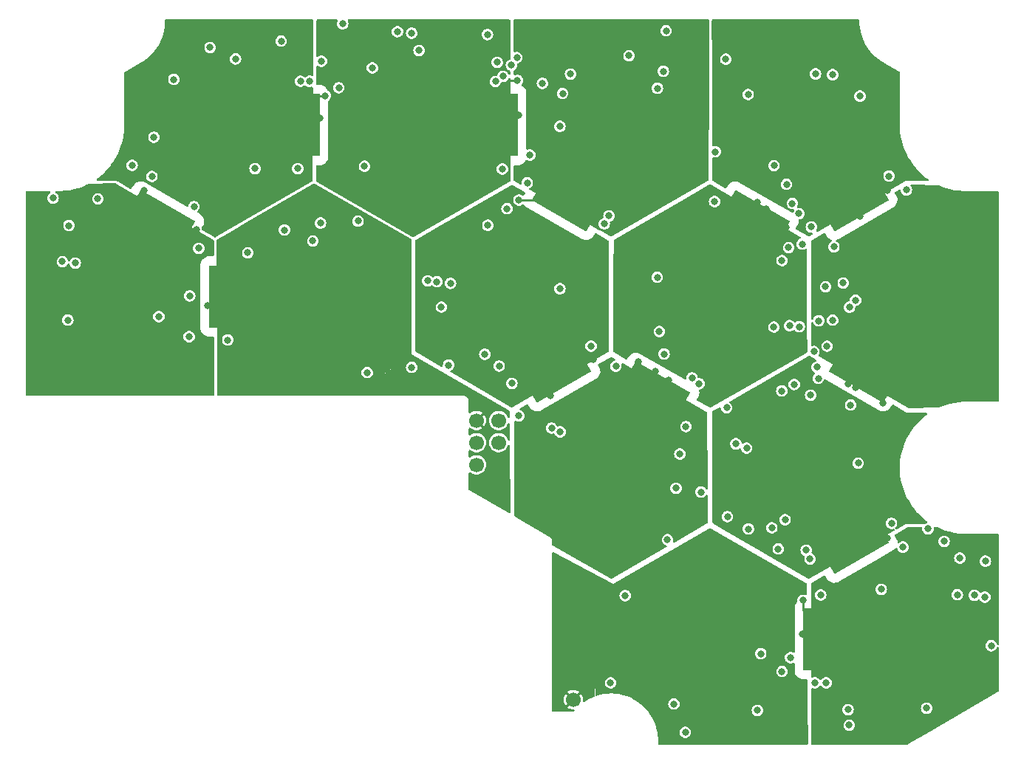
<source format=gbl>
%TF.GenerationSoftware,KiCad,Pcbnew,8.0.2*%
%TF.CreationDate,2024-05-22T08:13:53-07:00*%
%TF.ProjectId,cell string,63656c6c-2073-4747-9269-6e672e6b6963,rev?*%
%TF.SameCoordinates,Original*%
%TF.FileFunction,Copper,L4,Bot*%
%TF.FilePolarity,Positive*%
%FSLAX46Y46*%
G04 Gerber Fmt 4.6, Leading zero omitted, Abs format (unit mm)*
G04 Created by KiCad (PCBNEW 8.0.2) date 2024-05-22 08:13:53*
%MOMM*%
%LPD*%
G01*
G04 APERTURE LIST*
G04 Aperture macros list*
%AMRotRect*
0 Rectangle, with rotation*
0 The origin of the aperture is its center*
0 $1 length*
0 $2 width*
0 $3 Rotation angle, in degrees counterclockwise*
0 Add horizontal line*
21,1,$1,$2,0,0,$3*%
G04 Aperture macros list end*
%TA.AperFunction,ComponentPad*%
%ADD10C,9.000000*%
%TD*%
%TA.AperFunction,SMDPad,CuDef*%
%ADD11R,12.000000X7.200000*%
%TD*%
%TA.AperFunction,ComponentPad*%
%ADD12C,4.000000*%
%TD*%
%TA.AperFunction,SMDPad,CuDef*%
%ADD13RotRect,12.000000X7.200000X60.000000*%
%TD*%
%TA.AperFunction,ComponentPad*%
%ADD14C,1.700000*%
%TD*%
%TA.AperFunction,SMDPad,CuDef*%
%ADD15RotRect,12.000000X7.200000X300.000000*%
%TD*%
%TA.AperFunction,SMDPad,CuDef*%
%ADD16RotRect,12.000000X7.200000X240.000000*%
%TD*%
%TA.AperFunction,ViaPad*%
%ADD17C,0.800000*%
%TD*%
%TA.AperFunction,Conductor*%
%ADD18C,0.254000*%
%TD*%
G04 APERTURE END LIST*
D10*
%TO.P,BT13,1,+*%
%TO.N,/STRING POS*%
X102150000Y-196600000D03*
D11*
X96150000Y-196600000D03*
D12*
X95650000Y-201400000D03*
%TD*%
D10*
%TO.P,BT8,1,+*%
%TO.N,/cell circuit8/cell plus*%
X102150000Y-157280000D03*
D13*
X105150000Y-152083848D03*
D12*
X101243078Y-149250835D03*
%TD*%
D14*
%TO.P,J3,1,Pin_1*%
%TO.N,/MC TX*%
X77920000Y-174050000D03*
%TD*%
%TO.P,J2,1,Pin_1*%
%TO.N,/STRING NEG*%
X75390000Y-176600000D03*
%TD*%
D10*
%TO.P,BT11,1,+*%
%TO.N,/cell circuit11/cell plus*%
X113500000Y-176940000D03*
D15*
X116500000Y-182136152D03*
D12*
X120906922Y-180169165D03*
%TD*%
D14*
%TO.P,J6,1,Pin_1*%
%TO.N,/CELL EN*%
X75390000Y-174050000D03*
%TD*%
D10*
%TO.P,BT9,1,+*%
%TO.N,/cell circuit10/cell minus*%
X113500000Y-137620000D03*
D15*
X116500000Y-142816152D03*
D12*
X120906922Y-140849165D03*
%TD*%
D10*
%TO.P,BT6,1,+*%
%TO.N,/cell circuit6/cell plus*%
X79450000Y-157280000D03*
D15*
X82450000Y-162476152D03*
D12*
X86856922Y-160509165D03*
%TD*%
D10*
%TO.P,BT12,1,+*%
%TO.N,/cell circuit12/cell plus*%
X124850000Y-196600000D03*
D11*
X118850000Y-196600000D03*
D12*
X118350000Y-201400000D03*
%TD*%
D10*
%TO.P,BT7,1,+*%
%TO.N,/cell circuit7/cell plus*%
X90800000Y-176940000D03*
D13*
X93800000Y-171743848D03*
D12*
X89893078Y-168910835D03*
%TD*%
D10*
%TO.P,BT3,1,+*%
%TO.N,/cell circuit3/cell plus*%
X45400000Y-137620000D03*
D11*
X51400000Y-137620000D03*
D12*
X51900000Y-132820000D03*
%TD*%
D14*
%TO.P,J1,1,Pin_1*%
%TO.N,/STRING POS*%
X86460000Y-203540000D03*
%TD*%
D10*
%TO.P,BT4,1,+*%
%TO.N,/cell circuit4/cell plus*%
X68100000Y-137620000D03*
D11*
X74100000Y-137620000D03*
D12*
X74600000Y-132820000D03*
%TD*%
D10*
%TO.P,BT5,1,+*%
%TO.N,/cell circuit5/cell plus*%
X90800000Y-137620000D03*
D16*
X87800000Y-142816152D03*
D12*
X91706922Y-145649165D03*
%TD*%
D10*
%TO.P,BT2,1,+*%
%TO.N,/cell circuit2/cell plus*%
X34050000Y-157280000D03*
D13*
X37050000Y-152083848D03*
D12*
X33143078Y-149250835D03*
%TD*%
D10*
%TO.P,BT1,1,+*%
%TO.N,/FIRST CELL*%
X56750000Y-157280000D03*
D11*
X50750000Y-157280000D03*
D12*
X50250000Y-162080000D03*
%TD*%
D14*
%TO.P,J4,1,Pin_1*%
%TO.N,/MC RX*%
X77930000Y-171520000D03*
%TD*%
%TO.P,J5,1,Pin_1*%
%TO.N,/FIRST CELL*%
X75390000Y-171510000D03*
%TD*%
D10*
%TO.P,BT10,1,+*%
%TO.N,/cell circuit10/cell plus*%
X124850000Y-157280000D03*
D16*
X121850000Y-162476152D03*
D12*
X125756922Y-165309165D03*
%TD*%
D17*
%TO.N,/FIRST CELL*%
X51625000Y-152990006D03*
X62990000Y-152370000D03*
X46152438Y-153774394D03*
X44570000Y-158340000D03*
X46080000Y-161000000D03*
X59050000Y-165300000D03*
%TO.N,/STRING NEG*%
X67950000Y-165430000D03*
%TO.N,/MC TX*%
X53370000Y-149670000D03*
%TO.N,/cell circuit2/cell plus*%
X43270000Y-149640000D03*
X25450000Y-149050000D03*
X37260000Y-145130000D03*
X25690000Y-158530000D03*
%TO.N,/STRING POS*%
X112320000Y-202640000D03*
X108000000Y-201210000D03*
%TO.N,Net-(U8-Event)*%
X62550000Y-142350000D03*
X77550000Y-132619998D03*
%TO.N,Net-(U10-Event)*%
X84950000Y-156400000D03*
X79431699Y-167248301D03*
%TO.N,Net-(U12-Event)*%
X90556128Y-148042394D03*
X81500002Y-141060000D03*
%TO.N,/cell circuit2/cell up rx*%
X27930000Y-153290000D03*
X38417199Y-139020000D03*
%TO.N,/cell circuit2/cell up tx*%
X35920000Y-142250000D03*
X47781000Y-130039710D03*
%TO.N,Net-(U4-Event)*%
X50000000Y-142620002D03*
X55208203Y-132599334D03*
%TO.N,Net-(Q37-D)*%
X110370000Y-168130000D03*
X104135006Y-182541422D03*
%TO.N,Net-(U16-Event)*%
X114552976Y-166682977D03*
X118136397Y-158525297D03*
%TO.N,Net-(Q42-D)*%
X111150931Y-151689931D03*
X102736001Y-140687012D03*
%TO.N,Net-(U18-Event)*%
X96090000Y-155091250D03*
X111574075Y-146617434D03*
%TO.N,Net-(U20-Event)*%
X84972251Y-172819000D03*
X100085784Y-166625295D03*
%TO.N,Net-(U22-Event)*%
X113610000Y-187400000D03*
X119120000Y-176410000D03*
%TO.N,Net-(U24-Event)*%
X115450000Y-201600002D03*
X121767550Y-190888135D03*
%TO.N,/cell circuit2/CMGND*%
X31987692Y-146089000D03*
X43011550Y-146980966D03*
X28550000Y-160000000D03*
X42450000Y-161900000D03*
X29400000Y-153450000D03*
X26850000Y-146000000D03*
%TO.N,/cell circuit3/cell plus*%
X50300000Y-127050000D03*
X57450000Y-136800000D03*
X37070000Y-134420000D03*
X35550000Y-139900000D03*
X58066499Y-134255194D03*
%TO.N,/cell circuit12/cell plus*%
X112710000Y-196010000D03*
X121820000Y-188780000D03*
X128260000Y-187330000D03*
X112790000Y-192150000D03*
%TO.N,/cell circuit3/CMGND*%
X54900000Y-142620002D03*
X53000000Y-128000000D03*
X38190000Y-143520000D03*
X40700000Y-132400000D03*
%TO.N,/cell circuit3/SCL{slash}VCELL*%
X44850000Y-128735000D03*
X56262072Y-132616132D03*
%TO.N,/cell circuit12/CMGND*%
X117959971Y-204673997D03*
X128976000Y-185370000D03*
X124250000Y-186036001D03*
X134370000Y-197350000D03*
X133640000Y-191770000D03*
X114830000Y-191520000D03*
%TO.N,/cell circuit12/SCL{slash}VCELL*%
X130490000Y-191500000D03*
X114160000Y-201600002D03*
%TO.N,/cell circuit13/CMGND*%
X110390000Y-200310000D03*
X107960000Y-198260000D03*
X99310000Y-207280000D03*
X92420000Y-191599998D03*
X98000000Y-204030000D03*
%TO.N,/cell circuit12/UP TX*%
X133700000Y-187650000D03*
X118100000Y-206460000D03*
%TO.N,/cell circuit3/cell up tx*%
X68799672Y-129066772D03*
X57610002Y-130300000D03*
%TO.N,/cell circuit12/cell up rx*%
X132440000Y-191560000D03*
X126960000Y-204520000D03*
%TO.N,/cell circuit12/SDA*%
X111370000Y-198720000D03*
X130780000Y-187290000D03*
%TO.N,/cell circuit13/SDA*%
X107570000Y-204760000D03*
X90750000Y-201600002D03*
%TO.N,/cell circuit4/cell plus*%
X80070000Y-132500000D03*
X60600000Y-128344000D03*
X73065973Y-127042689D03*
X80200000Y-136500000D03*
X61250000Y-142800000D03*
%TO.N,/cell circuit5/cell plus*%
X92650000Y-127070000D03*
X84180000Y-141660000D03*
X80240000Y-146230000D03*
X83270000Y-126990000D03*
%TO.N,/cell circuit6/cell plus*%
X83840000Y-168700000D03*
X88740000Y-164560000D03*
X74633199Y-151172299D03*
X74650000Y-161850000D03*
X86140000Y-155800000D03*
%TO.N,/cell circuit7/cell plus*%
X97425752Y-166895752D03*
X82700000Y-174220000D03*
X95860000Y-165880000D03*
X98230000Y-171286000D03*
X95690000Y-184170000D03*
X93970000Y-164770000D03*
%TO.N,/cell circuit8/cell plus*%
X93395000Y-156135000D03*
X108410000Y-156500000D03*
X105380000Y-163620000D03*
X108535250Y-147225250D03*
X110862749Y-149392749D03*
X107470000Y-165340000D03*
X107530000Y-146520000D03*
%TO.N,/cell circuit10/cell minus*%
X109450000Y-132100000D03*
X108450000Y-140750000D03*
X119360000Y-148130000D03*
X122490000Y-145120000D03*
X103187162Y-144011545D03*
X109450000Y-129100000D03*
%TO.N,/cell circuit10/cell plus*%
X121920000Y-169510000D03*
X118850000Y-167770000D03*
X120450000Y-152600000D03*
X117989248Y-167299248D03*
%TO.N,/cell circuit11/cell plus*%
X108220000Y-169420000D03*
X122430000Y-185040000D03*
X120450000Y-176290000D03*
X108950000Y-181250000D03*
%TO.N,/cell circuit1/CMGND*%
X49170000Y-152279998D03*
X61808750Y-148631250D03*
X62860000Y-166020000D03*
X46880000Y-162280002D03*
%TO.N,/cell circuit1/SCL{slash}VCELL*%
X56630000Y-150920000D03*
X42520000Y-157220000D03*
%TO.N,/cell circuit4/CMGND*%
X59600000Y-133350000D03*
X63450000Y-131067500D03*
X77760000Y-130440000D03*
X78349000Y-142658130D03*
X76650000Y-127250000D03*
X79390000Y-130750197D03*
%TO.N,/cell circuit4/SCL{slash}VCELL*%
X67950000Y-127085289D03*
X78424182Y-132031163D03*
%TO.N,/cell circuit6/CMGND*%
X88512091Y-162976002D03*
X69800000Y-155480000D03*
X76332251Y-163917749D03*
X78870000Y-147220000D03*
X72180000Y-165160000D03*
%TO.N,/cell circuit6/SCL{slash}VCELL*%
X72410380Y-155780000D03*
X77980000Y-165270000D03*
%TO.N,/cell circuit5/CMGND*%
X82930000Y-132836001D03*
X96110000Y-133410000D03*
X97110000Y-126820000D03*
X81201187Y-144245630D03*
X86160000Y-131780000D03*
%TO.N,/cell circuit5/SCL{slash}VCELL*%
X84934789Y-137778842D03*
X90029129Y-148955188D03*
%TO.N,/cell circuit9/CMGND*%
X122656242Y-143479075D03*
X103950000Y-130070000D03*
X116200000Y-131850000D03*
X109475354Y-142274646D03*
X113760000Y-149320000D03*
%TO.N,/cell circuit9/SCL{slash}VCELL*%
X110911766Y-144429480D03*
X106514024Y-134119000D03*
%TO.N,/cell circuit10/CMGND*%
X124640000Y-145070000D03*
X116340000Y-151590000D03*
X118820472Y-157723448D03*
X115558145Y-162992504D03*
X114050000Y-163601000D03*
%TO.N,/cell circuit10/SCL{slash}VCELL*%
X117410000Y-155740000D03*
X114419000Y-165383825D03*
%TO.N,/cell circuit8/CMGND*%
X102657260Y-146401401D03*
X112709160Y-151289768D03*
X110385999Y-153170577D03*
X96880000Y-163890000D03*
X112380000Y-160760000D03*
X96340000Y-161310000D03*
%TO.N,/cell circuit8/SCL{slash}VCELL*%
X109460000Y-160790000D03*
X112344145Y-147792571D03*
%TO.N,/cell circuit7/CMGND*%
X91350000Y-165290000D03*
X97270000Y-185190000D03*
X101110000Y-179720000D03*
X99388288Y-172212926D03*
%TO.N,/cell circuit7/SCL{slash}VCELL*%
X100899660Y-167295016D03*
X98250000Y-179280000D03*
%TO.N,/cell circuit11/CMGND*%
X122944351Y-183298095D03*
X118260000Y-169740000D03*
X106550000Y-183960000D03*
X110750000Y-182900000D03*
X104050000Y-170050000D03*
%TO.N,/cell circuit11/SCL{slash}VCELL*%
X106340000Y-174680000D03*
X113170000Y-186390000D03*
%TO.N,/cell circuit4/DN TX{slash}RST*%
X60040000Y-126010000D03*
X66324089Y-126919000D03*
%TO.N,/cell circuit10/UP TX*%
X111790000Y-167380000D03*
X114598388Y-160076113D03*
%TO.N,/cell circuit1/cell up rx*%
X57508500Y-148870020D03*
X38977952Y-159595529D03*
%TO.N,/cell circuit1/cell up tx*%
X43550000Y-151760000D03*
X28677968Y-149152032D03*
%TO.N,/cell circuit4/cell up tx*%
X80007413Y-129882587D03*
X92860000Y-129670000D03*
%TO.N,/cell circuit6/cell up rx*%
X70848380Y-155588722D03*
X80229235Y-170973341D03*
%TO.N,/cell circuit5/cell up rx*%
X76684177Y-149121321D03*
X85260000Y-134000000D03*
%TO.N,/cell circuit6/cell up tx*%
X83982845Y-172374751D03*
X98680000Y-175350000D03*
%TO.N,/cell circuit5/cell up tx*%
X96800000Y-131460000D03*
X71360000Y-158500000D03*
%TO.N,/cell circuit8/cell up rx*%
X114229994Y-131760500D03*
X111260000Y-160640000D03*
%TO.N,/cell circuit10/cell dn rx*%
X119330000Y-134310000D03*
X116200000Y-160010000D03*
%TO.N,/cell circuit10/cell up rx*%
X115390000Y-156170000D03*
X113680000Y-168610000D03*
%TO.N,/cell circuit11/cell up rx*%
X109230000Y-183820000D03*
X105110000Y-174190000D03*
%TO.N,/cell circuit11/cell up tx*%
X109960000Y-186250000D03*
X127122000Y-183927209D03*
%TD*%
D18*
%TO.N,/FIRST CELL*%
X44570000Y-158340000D02*
X49690000Y-158340000D01*
X47030000Y-161000000D02*
X50750000Y-157280000D01*
X46080000Y-161000000D02*
X47030000Y-161000000D01*
%TO.N,/cell circuit2/cell plus*%
X43270000Y-149640000D02*
X40826152Y-152083848D01*
X37260000Y-145130000D02*
X37050000Y-145340000D01*
%TO.N,/cell circuit3/cell plus*%
X57450000Y-136800000D02*
X52220000Y-136800000D01*
X58066499Y-134255194D02*
X54764806Y-134255194D01*
%TO.N,/cell circuit12/cell plus*%
X112790000Y-192150000D02*
X112790000Y-193300000D01*
X112790000Y-193300000D02*
X116090000Y-196600000D01*
X112710000Y-196010000D02*
X113300000Y-196600000D01*
%TO.N,/cell circuit4/cell plus*%
X79220000Y-132500000D02*
X74100000Y-137620000D01*
X80070000Y-132500000D02*
X79220000Y-132500000D01*
X80200000Y-136500000D02*
X75220000Y-136500000D01*
%TO.N,/cell circuit5/cell plus*%
X80240000Y-146230000D02*
X84386152Y-146230000D01*
X84180000Y-141660000D02*
X86643848Y-141660000D01*
%TO.N,/cell circuit6/cell plus*%
X86656152Y-162476152D02*
X82450000Y-162476152D01*
X88740000Y-164560000D02*
X86656152Y-162476152D01*
X83840000Y-168700000D02*
X83840000Y-163866152D01*
%TO.N,/cell circuit7/cell plus*%
X98230000Y-171286000D02*
X94257848Y-171286000D01*
X93800000Y-171743848D02*
X93800000Y-164940000D01*
X93800000Y-164940000D02*
X93970000Y-164770000D01*
X95860000Y-165880000D02*
X93800000Y-167940000D01*
%TO.N,/cell circuit10/cell minus*%
X122490000Y-145120000D02*
X120186152Y-142816152D01*
X119360000Y-148130000D02*
X116500000Y-145270000D01*
%TO.N,/cell circuit10/cell plus*%
X118850000Y-167770000D02*
X121850000Y-164770000D01*
X121850000Y-169440000D02*
X121850000Y-162476152D01*
X121920000Y-169510000D02*
X121850000Y-169440000D01*
%TO.N,/cell circuit11/cell plus*%
X122430000Y-185040000D02*
X119403848Y-185040000D01*
%TD*%
%TA.AperFunction,Conductor*%
%TO.N,/cell circuit7/cell plus*%
G36*
X90891437Y-164235442D02*
G01*
X91223789Y-164427172D01*
X91272022Y-164477723D01*
X91285269Y-164546325D01*
X91259323Y-164611199D01*
X91202423Y-164651747D01*
X91191502Y-164654978D01*
X91116208Y-164673536D01*
X90975469Y-164747401D01*
X90856506Y-164852794D01*
X90856500Y-164852801D01*
X90766214Y-164983602D01*
X90709850Y-165132218D01*
X90690693Y-165289999D01*
X90690693Y-165290000D01*
X90709850Y-165447781D01*
X90750427Y-165554773D01*
X90766213Y-165596395D01*
X90856502Y-165727201D01*
X90856504Y-165727203D01*
X90856506Y-165727205D01*
X90975469Y-165832598D01*
X90975471Y-165832599D01*
X91116207Y-165906463D01*
X91189386Y-165924500D01*
X91270528Y-165944500D01*
X91270529Y-165944500D01*
X91429472Y-165944500D01*
X91510614Y-165924500D01*
X91583793Y-165906463D01*
X91724529Y-165832599D01*
X91843498Y-165727201D01*
X91933787Y-165596395D01*
X91990149Y-165447782D01*
X92009307Y-165290000D01*
X91990149Y-165132218D01*
X91985815Y-165120790D01*
X91980445Y-165051127D01*
X92013590Y-164989620D01*
X92074728Y-164955796D01*
X92144446Y-164960396D01*
X92163717Y-164969405D01*
X101758356Y-170504438D01*
X101806588Y-170554988D01*
X101820390Y-170611166D01*
X101867838Y-179267155D01*
X101848521Y-179334302D01*
X101795969Y-179380345D01*
X101726866Y-179390668D01*
X101663152Y-179361992D01*
X101641790Y-179338275D01*
X101603499Y-179282800D01*
X101603493Y-179282794D01*
X101484530Y-179177401D01*
X101343791Y-179103536D01*
X101189472Y-179065500D01*
X101189471Y-179065500D01*
X101030529Y-179065500D01*
X101030528Y-179065500D01*
X100876208Y-179103536D01*
X100735469Y-179177401D01*
X100616506Y-179282794D01*
X100616500Y-179282801D01*
X100526214Y-179413602D01*
X100469850Y-179562218D01*
X100450693Y-179719999D01*
X100450693Y-179720000D01*
X100469850Y-179877781D01*
X100526214Y-180026397D01*
X100600516Y-180134042D01*
X100616502Y-180157201D01*
X100616504Y-180157203D01*
X100616506Y-180157205D01*
X100735469Y-180262598D01*
X100735471Y-180262599D01*
X100876207Y-180336463D01*
X100953368Y-180355481D01*
X101030528Y-180374500D01*
X101030529Y-180374500D01*
X101189472Y-180374500D01*
X101240911Y-180361821D01*
X101343793Y-180336463D01*
X101484529Y-180262599D01*
X101603498Y-180157201D01*
X101646710Y-180094597D01*
X101700990Y-180050609D01*
X101770438Y-180042949D01*
X101833003Y-180074052D01*
X101868821Y-180134042D01*
X101872756Y-180164359D01*
X101889605Y-183238036D01*
X101870288Y-183305183D01*
X101827713Y-183346042D01*
X98082911Y-185513016D01*
X98015027Y-185529555D01*
X97948977Y-185506768D01*
X97905733Y-185451889D01*
X97899023Y-185382343D01*
X97904864Y-185361716D01*
X97910149Y-185347781D01*
X97925894Y-185218113D01*
X97929307Y-185190000D01*
X97910149Y-185032218D01*
X97853787Y-184883605D01*
X97763498Y-184752799D01*
X97763495Y-184752796D01*
X97763493Y-184752794D01*
X97644530Y-184647401D01*
X97503791Y-184573536D01*
X97349472Y-184535500D01*
X97349471Y-184535500D01*
X97190529Y-184535500D01*
X97190528Y-184535500D01*
X97036208Y-184573536D01*
X96895469Y-184647401D01*
X96776506Y-184752794D01*
X96776500Y-184752801D01*
X96686214Y-184883602D01*
X96629850Y-185032218D01*
X96610693Y-185189999D01*
X96610693Y-185190000D01*
X96629850Y-185347781D01*
X96686214Y-185496397D01*
X96739068Y-185572969D01*
X96776502Y-185627201D01*
X96776504Y-185627203D01*
X96776506Y-185627205D01*
X96895469Y-185732598D01*
X96895471Y-185732599D01*
X97036207Y-185806463D01*
X97115892Y-185826103D01*
X97176272Y-185861259D01*
X97208061Y-185923478D01*
X97201165Y-185993006D01*
X97157774Y-186047770D01*
X97148323Y-186053826D01*
X90906656Y-189665640D01*
X90838772Y-189682179D01*
X90782987Y-189665952D01*
X84087937Y-185836769D01*
X84039516Y-185786399D01*
X84025500Y-185729131D01*
X84025500Y-185218115D01*
X84025500Y-185218113D01*
X83991392Y-185090819D01*
X83925500Y-184976691D01*
X83832314Y-184883505D01*
X83725225Y-184821676D01*
X83725224Y-184821676D01*
X79802000Y-182556601D01*
X79753784Y-182506034D01*
X79740000Y-182449214D01*
X79740000Y-179279999D01*
X97590693Y-179279999D01*
X97590693Y-179280000D01*
X97609850Y-179437781D01*
X97620793Y-179466634D01*
X97666213Y-179586395D01*
X97756502Y-179717201D01*
X97756504Y-179717203D01*
X97756506Y-179717205D01*
X97875469Y-179822598D01*
X97875471Y-179822599D01*
X98016207Y-179896463D01*
X98093368Y-179915481D01*
X98170528Y-179934500D01*
X98170529Y-179934500D01*
X98329472Y-179934500D01*
X98380911Y-179921821D01*
X98483793Y-179896463D01*
X98624529Y-179822599D01*
X98743498Y-179717201D01*
X98833787Y-179586395D01*
X98890149Y-179437782D01*
X98909307Y-179280000D01*
X98908511Y-179273448D01*
X98890149Y-179122218D01*
X98883064Y-179103536D01*
X98833787Y-178973605D01*
X98743498Y-178842799D01*
X98743495Y-178842796D01*
X98743493Y-178842794D01*
X98624530Y-178737401D01*
X98483791Y-178663536D01*
X98329472Y-178625500D01*
X98329471Y-178625500D01*
X98170529Y-178625500D01*
X98170528Y-178625500D01*
X98016208Y-178663536D01*
X97875469Y-178737401D01*
X97756506Y-178842794D01*
X97756500Y-178842801D01*
X97666214Y-178973602D01*
X97609850Y-179122218D01*
X97590693Y-179279999D01*
X79740000Y-179279999D01*
X79740000Y-175349999D01*
X98020693Y-175349999D01*
X98020693Y-175350000D01*
X98039850Y-175507781D01*
X98080427Y-175614773D01*
X98096213Y-175656395D01*
X98186502Y-175787201D01*
X98186504Y-175787203D01*
X98186506Y-175787205D01*
X98305469Y-175892598D01*
X98305471Y-175892599D01*
X98446207Y-175966463D01*
X98490694Y-175977428D01*
X98600528Y-176004500D01*
X98600529Y-176004500D01*
X98759472Y-176004500D01*
X98810911Y-175991821D01*
X98913793Y-175966463D01*
X99054529Y-175892599D01*
X99173498Y-175787201D01*
X99263787Y-175656395D01*
X99320149Y-175507782D01*
X99339307Y-175350000D01*
X99320149Y-175192218D01*
X99263787Y-175043605D01*
X99173498Y-174912799D01*
X99173495Y-174912796D01*
X99173493Y-174912794D01*
X99054530Y-174807401D01*
X98925961Y-174739923D01*
X98913793Y-174733537D01*
X98913792Y-174733536D01*
X98913791Y-174733536D01*
X98759472Y-174695500D01*
X98759471Y-174695500D01*
X98600529Y-174695500D01*
X98600528Y-174695500D01*
X98446208Y-174733536D01*
X98305469Y-174807401D01*
X98186506Y-174912794D01*
X98186500Y-174912801D01*
X98096214Y-175043602D01*
X98039850Y-175192218D01*
X98020693Y-175349999D01*
X79740000Y-175349999D01*
X79740000Y-172374750D01*
X83323538Y-172374750D01*
X83323538Y-172374751D01*
X83342695Y-172532532D01*
X83383272Y-172639524D01*
X83387295Y-172650131D01*
X83399059Y-172681148D01*
X83450398Y-172755525D01*
X83489347Y-172811952D01*
X83489349Y-172811954D01*
X83489351Y-172811956D01*
X83608314Y-172917349D01*
X83608316Y-172917350D01*
X83749052Y-172991214D01*
X83826213Y-173010232D01*
X83903373Y-173029251D01*
X83903374Y-173029251D01*
X84062315Y-173029251D01*
X84062316Y-173029251D01*
X84216638Y-172991214D01*
X84216641Y-172991212D01*
X84220574Y-172990243D01*
X84290377Y-172993312D01*
X84347439Y-173033631D01*
X84366190Y-173066665D01*
X84388464Y-173125395D01*
X84478753Y-173256201D01*
X84478755Y-173256203D01*
X84478757Y-173256205D01*
X84597720Y-173361598D01*
X84597722Y-173361599D01*
X84738458Y-173435463D01*
X84815619Y-173454481D01*
X84892779Y-173473500D01*
X84892780Y-173473500D01*
X85051723Y-173473500D01*
X85114429Y-173458044D01*
X85206044Y-173435463D01*
X85346780Y-173361599D01*
X85465749Y-173256201D01*
X85556038Y-173125395D01*
X85612400Y-172976782D01*
X85631558Y-172819000D01*
X85612400Y-172661218D01*
X85556038Y-172512605D01*
X85465749Y-172381799D01*
X85465746Y-172381796D01*
X85465744Y-172381794D01*
X85346781Y-172276401D01*
X85225837Y-172212925D01*
X98728981Y-172212925D01*
X98728981Y-172212926D01*
X98748138Y-172370707D01*
X98804502Y-172519323D01*
X98880631Y-172629615D01*
X98894790Y-172650127D01*
X98894792Y-172650129D01*
X98894794Y-172650131D01*
X99013757Y-172755524D01*
X99013759Y-172755525D01*
X99154495Y-172829389D01*
X99231656Y-172848407D01*
X99308816Y-172867426D01*
X99308817Y-172867426D01*
X99467760Y-172867426D01*
X99519199Y-172854747D01*
X99622081Y-172829389D01*
X99762817Y-172755525D01*
X99881786Y-172650127D01*
X99972075Y-172519321D01*
X100028437Y-172370708D01*
X100047595Y-172212926D01*
X100046333Y-172202536D01*
X100028437Y-172055144D01*
X100027615Y-172052976D01*
X99972075Y-171906531D01*
X99881786Y-171775725D01*
X99881783Y-171775722D01*
X99881781Y-171775720D01*
X99762818Y-171670327D01*
X99622079Y-171596462D01*
X99467760Y-171558426D01*
X99467759Y-171558426D01*
X99308817Y-171558426D01*
X99308816Y-171558426D01*
X99154496Y-171596462D01*
X99013757Y-171670327D01*
X98894794Y-171775720D01*
X98894788Y-171775727D01*
X98804502Y-171906528D01*
X98748138Y-172055144D01*
X98728981Y-172212925D01*
X85225837Y-172212925D01*
X85206042Y-172202536D01*
X85051723Y-172164500D01*
X85051722Y-172164500D01*
X84892780Y-172164500D01*
X84892779Y-172164500D01*
X84734520Y-172203507D01*
X84664718Y-172200438D01*
X84607656Y-172160118D01*
X84588904Y-172127084D01*
X84566632Y-172068356D01*
X84557512Y-172055144D01*
X84476344Y-171937552D01*
X84476343Y-171937550D01*
X84476340Y-171937547D01*
X84476338Y-171937545D01*
X84357375Y-171832152D01*
X84216636Y-171758287D01*
X84062317Y-171720251D01*
X84062316Y-171720251D01*
X83903374Y-171720251D01*
X83903373Y-171720251D01*
X83749053Y-171758287D01*
X83608314Y-171832152D01*
X83489351Y-171937545D01*
X83489345Y-171937552D01*
X83399059Y-172068353D01*
X83342695Y-172216969D01*
X83323538Y-172374750D01*
X79740000Y-172374750D01*
X79740000Y-171660858D01*
X79759685Y-171593819D01*
X79812489Y-171548064D01*
X79881647Y-171538120D01*
X79921624Y-171551061D01*
X79995442Y-171589804D01*
X79995441Y-171589804D01*
X80149763Y-171627841D01*
X80149764Y-171627841D01*
X80308707Y-171627841D01*
X80373827Y-171611790D01*
X80463028Y-171589804D01*
X80603764Y-171515940D01*
X80722733Y-171410542D01*
X80813022Y-171279736D01*
X80869384Y-171131123D01*
X80888542Y-170973341D01*
X80869384Y-170815559D01*
X80813022Y-170666946D01*
X80722733Y-170536140D01*
X80722730Y-170536137D01*
X80722728Y-170536135D01*
X80603765Y-170430742D01*
X80463026Y-170356877D01*
X80425122Y-170347535D01*
X80364742Y-170312378D01*
X80332954Y-170250159D01*
X80339850Y-170180630D01*
X80383242Y-170125868D01*
X80393613Y-170119285D01*
X81158134Y-169685666D01*
X81226154Y-169669715D01*
X81292004Y-169693073D01*
X81326692Y-169731526D01*
X81494861Y-170022802D01*
X81494868Y-170022813D01*
X81563751Y-170120897D01*
X81710040Y-170262326D01*
X81710041Y-170262327D01*
X81710043Y-170262328D01*
X81710044Y-170262329D01*
X81881812Y-170371418D01*
X82072025Y-170443697D01*
X82272893Y-170476208D01*
X82476193Y-170467618D01*
X82673603Y-170418280D01*
X82673608Y-170418277D01*
X82673610Y-170418277D01*
X82673614Y-170418275D01*
X82706740Y-170402884D01*
X82782297Y-170367781D01*
X89118202Y-166709744D01*
X89216283Y-166640862D01*
X89357716Y-166494569D01*
X89466805Y-166322801D01*
X89539084Y-166132588D01*
X89571595Y-165931720D01*
X89563005Y-165728420D01*
X89513667Y-165531010D01*
X89513664Y-165531005D01*
X89513664Y-165531002D01*
X89513662Y-165530998D01*
X89463171Y-165422322D01*
X89463164Y-165422309D01*
X89386775Y-165290000D01*
X89331195Y-165193733D01*
X89314723Y-165125835D01*
X89337575Y-165059808D01*
X89377402Y-165023880D01*
X90768304Y-164234992D01*
X90836325Y-164219041D01*
X90891437Y-164235442D01*
G37*
%TD.AperFunction*%
%TD*%
%TA.AperFunction,Conductor*%
%TO.N,/cell circuit4/cell plus*%
G36*
X59417072Y-125534833D02*
G01*
X59462827Y-125587637D01*
X59472771Y-125656795D01*
X59457496Y-125695804D01*
X59459700Y-125696961D01*
X59456214Y-125703601D01*
X59399850Y-125852218D01*
X59380693Y-126009999D01*
X59380693Y-126010000D01*
X59399850Y-126167781D01*
X59436532Y-126264500D01*
X59456213Y-126316395D01*
X59546502Y-126447201D01*
X59546504Y-126447203D01*
X59546506Y-126447205D01*
X59665469Y-126552598D01*
X59665471Y-126552599D01*
X59806207Y-126626463D01*
X59841180Y-126635083D01*
X59960528Y-126664500D01*
X59960529Y-126664500D01*
X60119472Y-126664500D01*
X60186077Y-126648083D01*
X60273793Y-126626463D01*
X60414529Y-126552599D01*
X60533498Y-126447201D01*
X60623787Y-126316395D01*
X60680149Y-126167782D01*
X60699307Y-126010000D01*
X60680149Y-125852218D01*
X60623787Y-125703605D01*
X60623785Y-125703603D01*
X60623785Y-125703601D01*
X60620300Y-125696961D01*
X60623234Y-125695421D01*
X60606032Y-125643168D01*
X60623533Y-125575526D01*
X60674826Y-125528083D01*
X60729967Y-125515148D01*
X79136299Y-125515148D01*
X79203338Y-125534833D01*
X79249093Y-125587637D01*
X79260299Y-125639083D01*
X79262597Y-130010297D01*
X79242948Y-130077347D01*
X79190168Y-130123129D01*
X79168279Y-130130757D01*
X79156212Y-130133731D01*
X79156210Y-130133732D01*
X79015469Y-130207598D01*
X78896506Y-130312991D01*
X78896500Y-130312998D01*
X78806214Y-130443799D01*
X78749850Y-130592415D01*
X78730693Y-130750196D01*
X78730693Y-130750197D01*
X78749850Y-130907978D01*
X78806214Y-131056594D01*
X78827862Y-131087956D01*
X78896502Y-131187398D01*
X78896504Y-131187400D01*
X78896506Y-131187402D01*
X79015469Y-131292795D01*
X79015471Y-131292796D01*
X79156207Y-131366660D01*
X79169049Y-131369825D01*
X79229429Y-131404978D01*
X79261220Y-131467196D01*
X79263377Y-131490157D01*
X79263498Y-131721833D01*
X79243848Y-131788883D01*
X79191068Y-131834665D01*
X79121915Y-131844645D01*
X79058344Y-131815653D01*
X79023557Y-131765871D01*
X79007969Y-131724768D01*
X79007339Y-131723856D01*
X78952848Y-131644912D01*
X78917680Y-131593962D01*
X78917677Y-131593959D01*
X78917675Y-131593957D01*
X78798712Y-131488564D01*
X78657973Y-131414699D01*
X78503654Y-131376663D01*
X78503653Y-131376663D01*
X78344711Y-131376663D01*
X78344710Y-131376663D01*
X78190390Y-131414699D01*
X78049651Y-131488564D01*
X77930688Y-131593957D01*
X77930682Y-131593964D01*
X77840396Y-131724765D01*
X77784030Y-131873386D01*
X77783449Y-131875747D01*
X77782550Y-131877289D01*
X77781373Y-131880395D01*
X77780856Y-131880199D01*
X77748288Y-131936126D01*
X77686067Y-131967910D01*
X77633382Y-131966462D01*
X77629471Y-131965498D01*
X77470529Y-131965498D01*
X77470528Y-131965498D01*
X77316208Y-132003534D01*
X77175469Y-132077399D01*
X77056506Y-132182792D01*
X77056500Y-132182799D01*
X76966214Y-132313600D01*
X76909850Y-132462216D01*
X76890693Y-132619997D01*
X76890693Y-132619998D01*
X76909850Y-132777779D01*
X76931931Y-132836000D01*
X76961057Y-132912799D01*
X76966214Y-132926395D01*
X77037806Y-133030113D01*
X77056502Y-133057199D01*
X77056504Y-133057201D01*
X77056506Y-133057203D01*
X77175469Y-133162596D01*
X77175471Y-133162597D01*
X77316207Y-133236461D01*
X77393368Y-133255479D01*
X77470528Y-133274498D01*
X77470529Y-133274498D01*
X77629472Y-133274498D01*
X77680911Y-133261819D01*
X77783793Y-133236461D01*
X77924529Y-133162597D01*
X78043498Y-133057199D01*
X78133787Y-132926393D01*
X78190149Y-132777780D01*
X78190149Y-132777774D01*
X78190729Y-132775427D01*
X78191624Y-132773888D01*
X78192809Y-132770766D01*
X78193327Y-132770962D01*
X78225882Y-132715045D01*
X78288099Y-132683253D01*
X78340807Y-132684700D01*
X78344711Y-132685663D01*
X78503654Y-132685663D01*
X78555093Y-132672984D01*
X78657975Y-132647626D01*
X78798711Y-132573762D01*
X78917680Y-132468364D01*
X79007969Y-132337558D01*
X79023883Y-132295595D01*
X79066058Y-132239897D01*
X79131655Y-132215839D01*
X79199845Y-132231065D01*
X79248979Y-132280741D01*
X79263823Y-132339505D01*
X79269962Y-144008037D01*
X79250313Y-144075087D01*
X79207535Y-144115734D01*
X68161809Y-150434640D01*
X68093844Y-150450843D01*
X68038309Y-150434438D01*
X57042336Y-144095933D01*
X56994086Y-144045398D01*
X56980264Y-143988049D01*
X56986290Y-142349999D01*
X61890693Y-142349999D01*
X61890693Y-142350000D01*
X61909850Y-142507781D01*
X61966214Y-142656397D01*
X62042343Y-142766689D01*
X62056502Y-142787201D01*
X62056504Y-142787203D01*
X62056506Y-142787205D01*
X62175469Y-142892598D01*
X62175471Y-142892599D01*
X62316207Y-142966463D01*
X62393368Y-142985481D01*
X62470528Y-143004500D01*
X62470529Y-143004500D01*
X62629472Y-143004500D01*
X62680911Y-142991821D01*
X62783793Y-142966463D01*
X62924529Y-142892599D01*
X63043498Y-142787201D01*
X63132590Y-142658129D01*
X77689693Y-142658129D01*
X77689693Y-142658130D01*
X77708850Y-142815911D01*
X77765214Y-142964527D01*
X77792806Y-143004500D01*
X77855502Y-143095331D01*
X77855504Y-143095333D01*
X77855506Y-143095335D01*
X77974469Y-143200728D01*
X77974471Y-143200729D01*
X78115207Y-143274593D01*
X78192368Y-143293611D01*
X78269528Y-143312630D01*
X78269529Y-143312630D01*
X78428472Y-143312630D01*
X78479911Y-143299951D01*
X78582793Y-143274593D01*
X78723529Y-143200729D01*
X78842498Y-143095331D01*
X78932787Y-142964525D01*
X78989149Y-142815912D01*
X79008307Y-142658130D01*
X79003677Y-142620002D01*
X78989149Y-142500348D01*
X78974689Y-142462220D01*
X78932787Y-142351735D01*
X78842498Y-142220929D01*
X78842495Y-142220926D01*
X78842493Y-142220924D01*
X78723530Y-142115531D01*
X78594961Y-142048053D01*
X78582793Y-142041667D01*
X78582792Y-142041666D01*
X78582791Y-142041666D01*
X78428472Y-142003630D01*
X78428471Y-142003630D01*
X78269529Y-142003630D01*
X78269528Y-142003630D01*
X78115208Y-142041666D01*
X77974469Y-142115531D01*
X77855506Y-142220924D01*
X77855500Y-142220931D01*
X77765214Y-142351732D01*
X77708850Y-142500348D01*
X77689693Y-142658129D01*
X63132590Y-142658129D01*
X63133787Y-142656395D01*
X63190149Y-142507782D01*
X63209307Y-142350000D01*
X63190149Y-142192218D01*
X63133787Y-142043605D01*
X63128415Y-142035823D01*
X63093767Y-141985626D01*
X63043498Y-141912799D01*
X63043495Y-141912796D01*
X63043493Y-141912794D01*
X62924530Y-141807401D01*
X62783791Y-141733536D01*
X62629472Y-141695500D01*
X62629471Y-141695500D01*
X62470529Y-141695500D01*
X62470528Y-141695500D01*
X62316208Y-141733536D01*
X62175469Y-141807401D01*
X62056506Y-141912794D01*
X62056500Y-141912801D01*
X61966214Y-142043602D01*
X61909850Y-142192218D01*
X61890693Y-142349999D01*
X56986290Y-142349999D01*
X56986312Y-142344043D01*
X57006243Y-142277076D01*
X57059215Y-142231516D01*
X57110311Y-142220499D01*
X57458028Y-142220499D01*
X57458036Y-142220499D01*
X57577418Y-142209886D01*
X57773049Y-142153909D01*
X57953407Y-142059698D01*
X58111109Y-141931109D01*
X58239698Y-141773407D01*
X58333909Y-141593049D01*
X58389886Y-141397418D01*
X58400500Y-141278037D01*
X58400499Y-134889505D01*
X58420184Y-134822467D01*
X58442272Y-134796691D01*
X58559992Y-134692399D01*
X58559997Y-134692395D01*
X58650286Y-134561589D01*
X58706648Y-134412976D01*
X58725806Y-134255194D01*
X58706648Y-134097412D01*
X58650286Y-133948799D01*
X58559997Y-133817993D01*
X58559994Y-133817990D01*
X58559992Y-133817988D01*
X58441028Y-133712595D01*
X58441026Y-133712593D01*
X58375021Y-133677951D01*
X58324808Y-133629366D01*
X58322738Y-133625566D01*
X58239698Y-133466593D01*
X58193552Y-133409999D01*
X58144629Y-133349999D01*
X58940693Y-133349999D01*
X58940693Y-133350000D01*
X58959850Y-133507781D01*
X58992895Y-133594912D01*
X59012631Y-133646951D01*
X59016214Y-133656397D01*
X59027352Y-133672533D01*
X59106502Y-133787201D01*
X59106504Y-133787203D01*
X59106506Y-133787205D01*
X59225469Y-133892598D01*
X59225471Y-133892599D01*
X59366207Y-133966463D01*
X59443368Y-133985481D01*
X59520528Y-134004500D01*
X59520529Y-134004500D01*
X59679472Y-134004500D01*
X59730911Y-133991821D01*
X59833793Y-133966463D01*
X59974529Y-133892599D01*
X60093498Y-133787201D01*
X60183787Y-133656395D01*
X60240149Y-133507782D01*
X60259307Y-133350000D01*
X60250139Y-133274498D01*
X60240149Y-133192218D01*
X60222674Y-133146141D01*
X60183787Y-133043605D01*
X60093498Y-132912799D01*
X60093495Y-132912796D01*
X60093493Y-132912794D01*
X59974530Y-132807401D01*
X59833791Y-132733536D01*
X59679472Y-132695500D01*
X59679471Y-132695500D01*
X59520529Y-132695500D01*
X59520528Y-132695500D01*
X59366208Y-132733536D01*
X59225469Y-132807401D01*
X59106506Y-132912794D01*
X59106500Y-132912801D01*
X59016214Y-133043602D01*
X58959850Y-133192218D01*
X58940693Y-133349999D01*
X58144629Y-133349999D01*
X58111109Y-133308890D01*
X57953409Y-133180304D01*
X57953410Y-133180304D01*
X57953407Y-133180302D01*
X57773049Y-133086091D01*
X57773048Y-133086090D01*
X57773045Y-133086089D01*
X57655829Y-133052550D01*
X57577418Y-133030114D01*
X57577415Y-133030113D01*
X57577413Y-133030113D01*
X57504631Y-133023642D01*
X57458037Y-133019500D01*
X57458033Y-133019500D01*
X57145068Y-133019500D01*
X57078029Y-132999815D01*
X57032274Y-132947011D01*
X57021069Y-132895044D01*
X57027791Y-131067499D01*
X62790693Y-131067499D01*
X62790693Y-131067500D01*
X62809850Y-131225281D01*
X62866214Y-131373897D01*
X62920493Y-131452533D01*
X62956502Y-131504701D01*
X62956504Y-131504703D01*
X62956506Y-131504705D01*
X63075469Y-131610098D01*
X63075471Y-131610099D01*
X63216207Y-131683963D01*
X63219510Y-131684777D01*
X63370528Y-131722000D01*
X63370529Y-131722000D01*
X63529472Y-131722000D01*
X63580911Y-131709321D01*
X63683793Y-131683963D01*
X63824529Y-131610099D01*
X63943498Y-131504701D01*
X64033787Y-131373895D01*
X64090149Y-131225282D01*
X64109307Y-131067500D01*
X64109003Y-131065000D01*
X64090149Y-130909718D01*
X64077817Y-130877201D01*
X64033787Y-130761105D01*
X63943498Y-130630299D01*
X63943495Y-130630296D01*
X63943493Y-130630294D01*
X63824530Y-130524901D01*
X63683791Y-130451036D01*
X63639012Y-130439999D01*
X77100693Y-130439999D01*
X77100693Y-130440000D01*
X77119850Y-130597781D01*
X77176214Y-130746397D01*
X77221419Y-130811887D01*
X77266502Y-130877201D01*
X77266504Y-130877203D01*
X77266506Y-130877205D01*
X77385469Y-130982598D01*
X77385471Y-130982599D01*
X77526207Y-131056463D01*
X77560843Y-131065000D01*
X77680528Y-131094500D01*
X77680529Y-131094500D01*
X77839472Y-131094500D01*
X77890911Y-131081821D01*
X77993793Y-131056463D01*
X78134529Y-130982599D01*
X78253498Y-130877201D01*
X78343787Y-130746395D01*
X78400149Y-130597782D01*
X78419307Y-130440000D01*
X78403885Y-130312991D01*
X78400149Y-130282218D01*
X78371849Y-130207598D01*
X78343787Y-130133605D01*
X78253498Y-130002799D01*
X78253495Y-130002796D01*
X78253493Y-130002794D01*
X78134530Y-129897401D01*
X77993791Y-129823536D01*
X77839472Y-129785500D01*
X77839471Y-129785500D01*
X77680529Y-129785500D01*
X77680528Y-129785500D01*
X77526208Y-129823536D01*
X77385469Y-129897401D01*
X77266506Y-130002794D01*
X77266500Y-130002801D01*
X77176214Y-130133602D01*
X77119850Y-130282218D01*
X77100693Y-130439999D01*
X63639012Y-130439999D01*
X63529472Y-130413000D01*
X63529471Y-130413000D01*
X63370529Y-130413000D01*
X63370528Y-130413000D01*
X63216208Y-130451036D01*
X63075469Y-130524901D01*
X62956506Y-130630294D01*
X62956500Y-130630301D01*
X62866214Y-130761102D01*
X62809850Y-130909718D01*
X62790693Y-131067499D01*
X57027791Y-131067499D01*
X57028282Y-130934098D01*
X57048212Y-130867136D01*
X57101184Y-130821576D01*
X57170378Y-130811887D01*
X57228924Y-130838884D01*
X57229301Y-130838339D01*
X57232438Y-130840504D01*
X57233827Y-130841145D01*
X57234504Y-130841741D01*
X57235471Y-130842598D01*
X57235473Y-130842599D01*
X57376209Y-130916463D01*
X57447757Y-130934098D01*
X57530530Y-130954500D01*
X57530531Y-130954500D01*
X57689474Y-130954500D01*
X57740913Y-130941821D01*
X57843795Y-130916463D01*
X57984531Y-130842599D01*
X58103500Y-130737201D01*
X58193789Y-130606395D01*
X58250151Y-130457782D01*
X58269309Y-130300000D01*
X58258089Y-130207598D01*
X58250151Y-130142218D01*
X58242911Y-130123129D01*
X58193789Y-129993605D01*
X58103500Y-129862799D01*
X58103497Y-129862796D01*
X58103495Y-129862794D01*
X57984532Y-129757401D01*
X57843793Y-129683536D01*
X57689474Y-129645500D01*
X57689473Y-129645500D01*
X57530531Y-129645500D01*
X57530530Y-129645500D01*
X57376210Y-129683536D01*
X57235470Y-129757402D01*
X57229301Y-129761661D01*
X57227789Y-129759471D01*
X57175932Y-129783832D01*
X57106671Y-129774634D01*
X57053377Y-129729451D01*
X57032971Y-129662627D01*
X57032965Y-129660966D01*
X57035151Y-129066771D01*
X68140365Y-129066771D01*
X68140365Y-129066772D01*
X68159522Y-129224553D01*
X68215886Y-129373169D01*
X68257300Y-129433167D01*
X68306174Y-129503973D01*
X68306176Y-129503975D01*
X68306178Y-129503977D01*
X68425141Y-129609370D01*
X68425143Y-129609371D01*
X68565879Y-129683235D01*
X68643040Y-129702253D01*
X68720200Y-129721272D01*
X68720201Y-129721272D01*
X68879144Y-129721272D01*
X68930583Y-129708593D01*
X69033465Y-129683235D01*
X69174201Y-129609371D01*
X69293170Y-129503973D01*
X69383459Y-129373167D01*
X69439821Y-129224554D01*
X69458979Y-129066772D01*
X69439821Y-128908990D01*
X69383459Y-128760377D01*
X69293170Y-128629571D01*
X69293167Y-128629568D01*
X69293165Y-128629566D01*
X69174202Y-128524173D01*
X69033463Y-128450308D01*
X68879144Y-128412272D01*
X68879143Y-128412272D01*
X68720201Y-128412272D01*
X68720200Y-128412272D01*
X68565880Y-128450308D01*
X68425141Y-128524173D01*
X68306178Y-128629566D01*
X68306172Y-128629573D01*
X68215886Y-128760374D01*
X68159522Y-128908990D01*
X68140365Y-129066771D01*
X57035151Y-129066771D01*
X57043051Y-126918999D01*
X65664782Y-126918999D01*
X65664782Y-126919000D01*
X65683939Y-127076781D01*
X65740303Y-127225397D01*
X65816432Y-127335689D01*
X65830591Y-127356201D01*
X65830593Y-127356203D01*
X65830595Y-127356205D01*
X65949558Y-127461598D01*
X65949560Y-127461599D01*
X66090296Y-127535463D01*
X66167457Y-127554481D01*
X66244617Y-127573500D01*
X66244618Y-127573500D01*
X66403561Y-127573500D01*
X66455000Y-127560821D01*
X66557882Y-127535463D01*
X66698618Y-127461599D01*
X66817587Y-127356201D01*
X66907876Y-127225395D01*
X66961012Y-127085288D01*
X67290693Y-127085288D01*
X67290693Y-127085289D01*
X67309850Y-127243070D01*
X67350427Y-127350062D01*
X67352757Y-127356205D01*
X67366214Y-127391686D01*
X67414471Y-127461598D01*
X67456502Y-127522490D01*
X67456504Y-127522492D01*
X67456506Y-127522494D01*
X67575469Y-127627887D01*
X67575471Y-127627888D01*
X67716207Y-127701752D01*
X67793368Y-127720770D01*
X67870528Y-127739789D01*
X67870529Y-127739789D01*
X68029472Y-127739789D01*
X68080911Y-127727110D01*
X68183793Y-127701752D01*
X68324529Y-127627888D01*
X68443498Y-127522490D01*
X68533787Y-127391684D01*
X68587522Y-127249999D01*
X75990693Y-127249999D01*
X75990693Y-127250000D01*
X76009850Y-127407781D01*
X76030261Y-127461598D01*
X76058274Y-127535463D01*
X76066214Y-127556397D01*
X76115560Y-127627887D01*
X76156502Y-127687201D01*
X76156504Y-127687203D01*
X76156506Y-127687205D01*
X76275469Y-127792598D01*
X76275471Y-127792599D01*
X76416207Y-127866463D01*
X76493368Y-127885481D01*
X76570528Y-127904500D01*
X76570529Y-127904500D01*
X76729472Y-127904500D01*
X76780911Y-127891821D01*
X76883793Y-127866463D01*
X77024529Y-127792599D01*
X77143498Y-127687201D01*
X77233787Y-127556395D01*
X77290149Y-127407782D01*
X77309307Y-127250000D01*
X77306319Y-127225395D01*
X77290149Y-127092218D01*
X77284294Y-127076781D01*
X77233787Y-126943605D01*
X77143498Y-126812799D01*
X77143495Y-126812796D01*
X77143493Y-126812794D01*
X77024530Y-126707401D01*
X76883791Y-126633536D01*
X76729472Y-126595500D01*
X76729471Y-126595500D01*
X76570529Y-126595500D01*
X76570528Y-126595500D01*
X76416208Y-126633536D01*
X76275469Y-126707401D01*
X76156506Y-126812794D01*
X76156500Y-126812801D01*
X76066214Y-126943602D01*
X76009850Y-127092218D01*
X75990693Y-127249999D01*
X68587522Y-127249999D01*
X68590149Y-127243071D01*
X68609307Y-127085289D01*
X68599547Y-127004911D01*
X68590149Y-126927507D01*
X68546646Y-126812801D01*
X68533787Y-126778894D01*
X68443498Y-126648088D01*
X68443495Y-126648085D01*
X68443493Y-126648083D01*
X68324530Y-126542690D01*
X68183791Y-126468825D01*
X68029472Y-126430789D01*
X68029471Y-126430789D01*
X67870529Y-126430789D01*
X67870528Y-126430789D01*
X67716208Y-126468825D01*
X67575469Y-126542690D01*
X67456506Y-126648083D01*
X67456500Y-126648090D01*
X67366214Y-126778891D01*
X67309850Y-126927507D01*
X67290693Y-127085288D01*
X66961012Y-127085288D01*
X66964238Y-127076782D01*
X66983396Y-126919000D01*
X66982937Y-126915223D01*
X66964238Y-126761218D01*
X66907876Y-126612605D01*
X66817587Y-126481799D01*
X66817584Y-126481796D01*
X66817582Y-126481794D01*
X66698619Y-126376401D01*
X66557880Y-126302536D01*
X66403561Y-126264500D01*
X66403560Y-126264500D01*
X66244618Y-126264500D01*
X66244617Y-126264500D01*
X66090297Y-126302536D01*
X65949558Y-126376401D01*
X65830595Y-126481794D01*
X65830589Y-126481801D01*
X65740303Y-126612602D01*
X65683939Y-126761218D01*
X65664782Y-126918999D01*
X57043051Y-126918999D01*
X57047761Y-125638692D01*
X57067692Y-125571725D01*
X57120664Y-125526165D01*
X57171760Y-125515148D01*
X59350033Y-125515148D01*
X59417072Y-125534833D01*
G37*
%TD.AperFunction*%
%TD*%
%TA.AperFunction,Conductor*%
%TO.N,/cell circuit3/cell plus*%
G36*
X56639405Y-125534833D02*
G01*
X56685160Y-125587637D01*
X56696364Y-125639864D01*
X56660333Y-131883115D01*
X56640262Y-131950039D01*
X56587195Y-131995489D01*
X56517980Y-132005033D01*
X56503218Y-132001176D01*
X56503148Y-132001464D01*
X56341544Y-131961632D01*
X56341543Y-131961632D01*
X56182601Y-131961632D01*
X56182600Y-131961632D01*
X56028280Y-131999668D01*
X55887541Y-132073533D01*
X55826843Y-132127307D01*
X55763610Y-132157028D01*
X55694346Y-132147844D01*
X55662391Y-132127307D01*
X55582732Y-132056735D01*
X55441996Y-131982871D01*
X55441995Y-131982870D01*
X55441994Y-131982870D01*
X55287675Y-131944834D01*
X55287674Y-131944834D01*
X55128732Y-131944834D01*
X55128731Y-131944834D01*
X54974411Y-131982870D01*
X54833672Y-132056735D01*
X54714709Y-132162128D01*
X54714703Y-132162135D01*
X54624417Y-132292936D01*
X54568053Y-132441552D01*
X54548896Y-132599333D01*
X54548896Y-132599334D01*
X54568053Y-132757115D01*
X54624417Y-132905731D01*
X54653222Y-132947462D01*
X54714705Y-133036535D01*
X54714707Y-133036537D01*
X54714709Y-133036539D01*
X54833672Y-133141932D01*
X54833674Y-133141933D01*
X54974410Y-133215797D01*
X55040250Y-133232025D01*
X55128731Y-133253834D01*
X55128732Y-133253834D01*
X55287675Y-133253834D01*
X55363705Y-133235094D01*
X55441996Y-133215797D01*
X55582732Y-133141933D01*
X55643430Y-133088158D01*
X55706662Y-133058437D01*
X55775926Y-133067620D01*
X55807882Y-133088157D01*
X55887543Y-133158731D01*
X56028279Y-133232595D01*
X56105440Y-133251613D01*
X56182600Y-133270632D01*
X56182601Y-133270632D01*
X56341542Y-133270632D01*
X56341543Y-133270632D01*
X56495865Y-133232595D01*
X56495868Y-133232593D01*
X56498174Y-133232025D01*
X56567977Y-133235094D01*
X56625039Y-133275413D01*
X56651244Y-133340183D01*
X56651848Y-133353138D01*
X56590410Y-143998938D01*
X56570339Y-144065862D01*
X56528480Y-144105570D01*
X45462098Y-150504094D01*
X45394208Y-150520609D01*
X45337916Y-150504068D01*
X43989209Y-149723489D01*
X43941047Y-149672871D01*
X43928228Y-149631118D01*
X43910149Y-149482218D01*
X43910147Y-149482214D01*
X43908360Y-149474962D01*
X43911427Y-149405159D01*
X43921362Y-149383297D01*
X44063167Y-149137684D01*
X44113667Y-149028990D01*
X44163005Y-148831580D01*
X44171595Y-148628280D01*
X44139084Y-148427412D01*
X44066805Y-148237199D01*
X43957716Y-148065431D01*
X43957715Y-148065430D01*
X43957714Y-148065428D01*
X43957713Y-148065427D01*
X43816284Y-147919138D01*
X43718201Y-147850254D01*
X43718190Y-147850248D01*
X43442926Y-147691324D01*
X43394710Y-147640757D01*
X43381487Y-147572150D01*
X43407455Y-147507285D01*
X43422699Y-147491122D01*
X43505043Y-147418171D01*
X43505048Y-147418167D01*
X43595337Y-147287361D01*
X43651699Y-147138748D01*
X43670857Y-146980966D01*
X43651699Y-146823184D01*
X43595337Y-146674571D01*
X43505048Y-146543765D01*
X43505045Y-146543762D01*
X43505043Y-146543760D01*
X43386080Y-146438367D01*
X43245341Y-146364502D01*
X43091022Y-146326466D01*
X43091021Y-146326466D01*
X42932079Y-146326466D01*
X42932078Y-146326466D01*
X42777758Y-146364502D01*
X42637019Y-146438367D01*
X42518056Y-146543760D01*
X42518050Y-146543767D01*
X42427764Y-146674568D01*
X42371400Y-146823184D01*
X42365706Y-146870086D01*
X42338084Y-146934264D01*
X42280150Y-146973320D01*
X42210297Y-146974855D01*
X42180610Y-146962526D01*
X37382293Y-144192217D01*
X37273608Y-144141722D01*
X37273606Y-144141721D01*
X37273603Y-144141720D01*
X37125558Y-144104719D01*
X37076190Y-144092381D01*
X36872894Y-144083791D01*
X36672029Y-144116302D01*
X36672026Y-144116302D01*
X36672025Y-144116303D01*
X36672023Y-144116303D01*
X36672022Y-144116304D01*
X36481811Y-144188582D01*
X36481809Y-144188583D01*
X36310041Y-144297672D01*
X36310040Y-144297673D01*
X36163751Y-144439102D01*
X36094871Y-144537181D01*
X36094868Y-144537184D01*
X35889769Y-144892425D01*
X35839202Y-144940641D01*
X35770595Y-144953863D01*
X35720269Y-144937747D01*
X34344871Y-144141722D01*
X34100000Y-144000000D01*
X34089612Y-143999961D01*
X31970548Y-143992016D01*
X31903583Y-143972080D01*
X31858026Y-143919105D01*
X31848342Y-143849910D01*
X31877605Y-143786463D01*
X31899505Y-143766713D01*
X32045287Y-143663809D01*
X32222053Y-143519999D01*
X37530693Y-143519999D01*
X37530693Y-143520000D01*
X37549850Y-143677781D01*
X37575238Y-143744721D01*
X37606213Y-143826395D01*
X37696502Y-143957201D01*
X37696504Y-143957203D01*
X37696506Y-143957205D01*
X37815469Y-144062598D01*
X37815471Y-144062599D01*
X37956207Y-144136463D01*
X37977544Y-144141722D01*
X38110528Y-144174500D01*
X38110529Y-144174500D01*
X38269472Y-144174500D01*
X38320911Y-144161821D01*
X38423793Y-144136463D01*
X38564529Y-144062599D01*
X38683498Y-143957201D01*
X38773787Y-143826395D01*
X38830149Y-143677782D01*
X38849307Y-143520000D01*
X38830149Y-143362218D01*
X38773787Y-143213605D01*
X38683498Y-143082799D01*
X38683495Y-143082796D01*
X38683493Y-143082794D01*
X38564530Y-142977401D01*
X38423791Y-142903536D01*
X38269472Y-142865500D01*
X38269471Y-142865500D01*
X38110529Y-142865500D01*
X38110528Y-142865500D01*
X37956208Y-142903536D01*
X37815469Y-142977401D01*
X37696506Y-143082794D01*
X37696500Y-143082801D01*
X37606214Y-143213602D01*
X37549850Y-143362218D01*
X37530693Y-143519999D01*
X32222053Y-143519999D01*
X32447013Y-143336980D01*
X32825500Y-142983499D01*
X33178981Y-142605012D01*
X33467806Y-142249999D01*
X35260693Y-142249999D01*
X35260693Y-142250000D01*
X35279850Y-142407781D01*
X35304666Y-142473213D01*
X35335395Y-142554239D01*
X35336214Y-142556397D01*
X35380117Y-142620001D01*
X35426502Y-142687201D01*
X35426504Y-142687203D01*
X35426506Y-142687205D01*
X35545469Y-142792598D01*
X35545471Y-142792599D01*
X35686207Y-142866463D01*
X35763368Y-142885481D01*
X35840528Y-142904500D01*
X35840529Y-142904500D01*
X35999472Y-142904500D01*
X36050911Y-142891821D01*
X36153793Y-142866463D01*
X36294529Y-142792599D01*
X36413498Y-142687201D01*
X36459883Y-142620001D01*
X49340693Y-142620001D01*
X49340693Y-142620002D01*
X49359850Y-142777783D01*
X49393483Y-142866463D01*
X49407908Y-142904500D01*
X49416214Y-142926399D01*
X49487846Y-143030175D01*
X49506502Y-143057203D01*
X49506504Y-143057205D01*
X49506506Y-143057207D01*
X49625469Y-143162600D01*
X49625471Y-143162601D01*
X49766207Y-143236465D01*
X49843368Y-143255483D01*
X49920528Y-143274502D01*
X49920529Y-143274502D01*
X50079472Y-143274502D01*
X50130911Y-143261823D01*
X50233793Y-143236465D01*
X50374529Y-143162601D01*
X50493498Y-143057203D01*
X50583787Y-142926397D01*
X50640149Y-142777784D01*
X50659307Y-142620002D01*
X50659307Y-142620001D01*
X54240693Y-142620001D01*
X54240693Y-142620002D01*
X54259850Y-142777783D01*
X54293483Y-142866463D01*
X54307908Y-142904500D01*
X54316214Y-142926399D01*
X54387846Y-143030175D01*
X54406502Y-143057203D01*
X54406504Y-143057205D01*
X54406506Y-143057207D01*
X54525469Y-143162600D01*
X54525471Y-143162601D01*
X54666207Y-143236465D01*
X54743368Y-143255483D01*
X54820528Y-143274502D01*
X54820529Y-143274502D01*
X54979472Y-143274502D01*
X55030911Y-143261823D01*
X55133793Y-143236465D01*
X55274529Y-143162601D01*
X55393498Y-143057203D01*
X55483787Y-142926397D01*
X55540149Y-142777784D01*
X55559307Y-142620002D01*
X55552374Y-142562907D01*
X55540149Y-142462220D01*
X55514379Y-142394271D01*
X55483787Y-142313607D01*
X55393498Y-142182801D01*
X55393495Y-142182798D01*
X55393493Y-142182796D01*
X55274530Y-142077403D01*
X55133791Y-142003538D01*
X54979472Y-141965502D01*
X54979471Y-141965502D01*
X54820529Y-141965502D01*
X54820528Y-141965502D01*
X54666208Y-142003538D01*
X54525469Y-142077403D01*
X54406506Y-142182796D01*
X54406500Y-142182803D01*
X54316214Y-142313604D01*
X54259850Y-142462220D01*
X54240693Y-142620001D01*
X50659307Y-142620001D01*
X50652374Y-142562907D01*
X50640149Y-142462220D01*
X50614379Y-142394271D01*
X50583787Y-142313607D01*
X50493498Y-142182801D01*
X50493495Y-142182798D01*
X50493493Y-142182796D01*
X50374530Y-142077403D01*
X50233791Y-142003538D01*
X50079472Y-141965502D01*
X50079471Y-141965502D01*
X49920529Y-141965502D01*
X49920528Y-141965502D01*
X49766208Y-142003538D01*
X49625469Y-142077403D01*
X49506506Y-142182796D01*
X49506500Y-142182803D01*
X49416214Y-142313604D01*
X49359850Y-142462220D01*
X49340693Y-142620001D01*
X36459883Y-142620001D01*
X36503787Y-142556395D01*
X36560149Y-142407782D01*
X36579307Y-142250000D01*
X36560149Y-142092218D01*
X36503787Y-141943605D01*
X36413498Y-141812799D01*
X36413495Y-141812796D01*
X36413493Y-141812794D01*
X36294530Y-141707401D01*
X36153791Y-141633536D01*
X35999472Y-141595500D01*
X35999471Y-141595500D01*
X35840529Y-141595500D01*
X35840528Y-141595500D01*
X35686208Y-141633536D01*
X35545469Y-141707401D01*
X35426506Y-141812794D01*
X35426500Y-141812801D01*
X35336214Y-141943602D01*
X35279850Y-142092218D01*
X35260693Y-142249999D01*
X33467806Y-142249999D01*
X33505810Y-142203286D01*
X33804462Y-141780192D01*
X34073544Y-141337704D01*
X34311803Y-140877884D01*
X34518127Y-140402878D01*
X34691555Y-139914898D01*
X34831277Y-139416221D01*
X34913613Y-139019999D01*
X37757892Y-139019999D01*
X37757892Y-139020000D01*
X37777049Y-139177781D01*
X37833413Y-139326397D01*
X37909542Y-139436689D01*
X37923701Y-139457201D01*
X37923703Y-139457203D01*
X37923705Y-139457205D01*
X38042668Y-139562598D01*
X38042670Y-139562599D01*
X38183406Y-139636463D01*
X38260567Y-139655481D01*
X38337727Y-139674500D01*
X38337728Y-139674500D01*
X38496671Y-139674500D01*
X38548110Y-139661821D01*
X38650992Y-139636463D01*
X38791728Y-139562599D01*
X38910697Y-139457201D01*
X39000986Y-139326395D01*
X39057348Y-139177782D01*
X39076506Y-139020000D01*
X39063051Y-138909191D01*
X39057348Y-138862218D01*
X39000986Y-138713605D01*
X38910697Y-138582799D01*
X38910694Y-138582796D01*
X38910692Y-138582794D01*
X38791729Y-138477401D01*
X38650990Y-138403536D01*
X38496671Y-138365500D01*
X38496670Y-138365500D01*
X38337728Y-138365500D01*
X38337727Y-138365500D01*
X38183407Y-138403536D01*
X38042668Y-138477401D01*
X37923705Y-138582794D01*
X37923699Y-138582801D01*
X37833413Y-138713602D01*
X37777049Y-138862218D01*
X37757892Y-139019999D01*
X34913613Y-139019999D01*
X34936643Y-138909171D01*
X35007160Y-138396113D01*
X35042501Y-137879439D01*
X35042500Y-137620498D01*
X35042500Y-137554606D01*
X35042500Y-132399999D01*
X40040693Y-132399999D01*
X40040693Y-132400000D01*
X40059850Y-132557781D01*
X40116214Y-132706397D01*
X40151223Y-132757116D01*
X40206502Y-132837201D01*
X40206504Y-132837203D01*
X40206506Y-132837205D01*
X40325469Y-132942598D01*
X40325471Y-132942599D01*
X40466207Y-133016463D01*
X40543368Y-133035481D01*
X40620528Y-133054500D01*
X40620529Y-133054500D01*
X40779472Y-133054500D01*
X40830911Y-133041821D01*
X40933793Y-133016463D01*
X41074529Y-132942599D01*
X41193498Y-132837201D01*
X41283787Y-132706395D01*
X41340149Y-132557782D01*
X41359307Y-132400000D01*
X41340149Y-132242218D01*
X41283787Y-132093605D01*
X41193498Y-131962799D01*
X41193495Y-131962796D01*
X41193493Y-131962794D01*
X41074530Y-131857401D01*
X40933791Y-131783536D01*
X40779472Y-131745500D01*
X40779471Y-131745500D01*
X40620529Y-131745500D01*
X40620528Y-131745500D01*
X40466208Y-131783536D01*
X40325469Y-131857401D01*
X40206506Y-131962794D01*
X40206500Y-131962801D01*
X40116214Y-132093602D01*
X40059850Y-132242218D01*
X40040693Y-132399999D01*
X35042500Y-132399999D01*
X35042500Y-131607981D01*
X35062185Y-131540942D01*
X35104500Y-131500594D01*
X35179380Y-131457362D01*
X36903556Y-130461907D01*
X36903566Y-130461904D01*
X36912755Y-130456599D01*
X36912758Y-130456597D01*
X36974758Y-130420801D01*
X37162395Y-130312469D01*
X37180460Y-130300000D01*
X37328967Y-130197492D01*
X37519016Y-130066310D01*
X37551596Y-130039709D01*
X47121693Y-130039709D01*
X47121693Y-130039710D01*
X47140850Y-130197491D01*
X47181427Y-130304483D01*
X47196709Y-130344777D01*
X47197214Y-130346107D01*
X47217853Y-130376007D01*
X47287502Y-130476911D01*
X47287504Y-130476913D01*
X47287506Y-130476915D01*
X47406469Y-130582308D01*
X47406471Y-130582309D01*
X47547207Y-130656173D01*
X47604904Y-130670394D01*
X47701528Y-130694210D01*
X47701529Y-130694210D01*
X47860472Y-130694210D01*
X47911911Y-130681531D01*
X48014793Y-130656173D01*
X48155529Y-130582309D01*
X48274498Y-130476911D01*
X48364787Y-130346105D01*
X48421149Y-130197492D01*
X48440307Y-130039710D01*
X48421149Y-129881928D01*
X48364787Y-129733315D01*
X48274498Y-129602509D01*
X48274495Y-129602506D01*
X48274493Y-129602504D01*
X48155530Y-129497111D01*
X48014791Y-129423246D01*
X47860472Y-129385210D01*
X47860471Y-129385210D01*
X47701529Y-129385210D01*
X47701528Y-129385210D01*
X47547208Y-129423246D01*
X47406469Y-129497111D01*
X47287506Y-129602504D01*
X47287500Y-129602511D01*
X47197214Y-129733312D01*
X47140850Y-129881928D01*
X47121693Y-130039709D01*
X37551596Y-130039709D01*
X37854674Y-129792253D01*
X38167190Y-129492076D01*
X38454539Y-129167726D01*
X38714858Y-128821305D01*
X38769434Y-128734999D01*
X44190693Y-128734999D01*
X44190693Y-128735000D01*
X44209850Y-128892781D01*
X44266214Y-129041397D01*
X44283729Y-129066771D01*
X44356502Y-129172201D01*
X44356504Y-129172203D01*
X44356506Y-129172205D01*
X44475469Y-129277598D01*
X44475471Y-129277599D01*
X44616207Y-129351463D01*
X44693368Y-129370481D01*
X44770528Y-129389500D01*
X44770529Y-129389500D01*
X44929472Y-129389500D01*
X44980911Y-129376821D01*
X45083793Y-129351463D01*
X45224529Y-129277599D01*
X45343498Y-129172201D01*
X45433787Y-129041395D01*
X45490149Y-128892782D01*
X45509307Y-128735000D01*
X45490149Y-128577218D01*
X45433787Y-128428605D01*
X45343498Y-128297799D01*
X45343495Y-128297796D01*
X45343493Y-128297794D01*
X45224530Y-128192401D01*
X45083791Y-128118536D01*
X44929472Y-128080500D01*
X44929471Y-128080500D01*
X44770529Y-128080500D01*
X44770528Y-128080500D01*
X44616208Y-128118536D01*
X44475469Y-128192401D01*
X44356506Y-128297794D01*
X44356500Y-128297801D01*
X44266214Y-128428602D01*
X44209850Y-128577218D01*
X44190693Y-128734999D01*
X38769434Y-128734999D01*
X38946456Y-128455060D01*
X39147834Y-128071367D01*
X39178241Y-127999999D01*
X52340693Y-127999999D01*
X52340693Y-128000000D01*
X52359850Y-128157781D01*
X52372980Y-128192401D01*
X52416213Y-128306395D01*
X52506502Y-128437201D01*
X52506504Y-128437203D01*
X52506506Y-128437205D01*
X52625469Y-128542598D01*
X52625471Y-128542599D01*
X52766207Y-128616463D01*
X52843368Y-128635481D01*
X52920528Y-128654500D01*
X52920529Y-128654500D01*
X53079472Y-128654500D01*
X53130911Y-128641821D01*
X53233793Y-128616463D01*
X53374529Y-128542599D01*
X53493498Y-128437201D01*
X53583787Y-128306395D01*
X53640149Y-128157782D01*
X53659307Y-128000000D01*
X53640149Y-127842218D01*
X53583787Y-127693605D01*
X53493498Y-127562799D01*
X53493495Y-127562796D01*
X53493493Y-127562794D01*
X53374530Y-127457401D01*
X53233791Y-127383536D01*
X53079472Y-127345500D01*
X53079471Y-127345500D01*
X52920529Y-127345500D01*
X52920528Y-127345500D01*
X52766208Y-127383536D01*
X52625469Y-127457401D01*
X52506506Y-127562794D01*
X52506500Y-127562801D01*
X52416214Y-127693602D01*
X52359850Y-127842218D01*
X52340693Y-127999999D01*
X39178241Y-127999999D01*
X39317684Y-127672715D01*
X39454905Y-127261688D01*
X39558608Y-126840952D01*
X39561400Y-126823777D01*
X39628118Y-126413240D01*
X39628119Y-126413235D01*
X39662988Y-125981313D01*
X39662988Y-125764649D01*
X39662988Y-125698757D01*
X39662988Y-125639148D01*
X39682673Y-125572109D01*
X39735477Y-125526354D01*
X39786988Y-125515148D01*
X56572366Y-125515148D01*
X56639405Y-125534833D01*
G37*
%TD.AperFunction*%
%TD*%
%TA.AperFunction,Conductor*%
%TO.N,/cell circuit6/cell plus*%
G36*
X79501733Y-144515673D02*
G01*
X80897717Y-145322353D01*
X80945912Y-145372938D01*
X80959109Y-145441550D01*
X80943062Y-145491716D01*
X80833076Y-145682218D01*
X80782509Y-145730434D01*
X80713902Y-145743657D01*
X80649037Y-145717689D01*
X80643462Y-145713033D01*
X80614530Y-145687401D01*
X80473791Y-145613536D01*
X80319472Y-145575500D01*
X80319471Y-145575500D01*
X80160529Y-145575500D01*
X80160528Y-145575500D01*
X80006208Y-145613536D01*
X79865469Y-145687401D01*
X79746506Y-145792794D01*
X79746500Y-145792801D01*
X79656214Y-145923602D01*
X79599850Y-146072218D01*
X79580693Y-146229999D01*
X79580693Y-146230000D01*
X79599850Y-146387781D01*
X79640427Y-146494773D01*
X79652048Y-146525414D01*
X79656214Y-146536397D01*
X79690669Y-146586313D01*
X79746502Y-146667201D01*
X79746504Y-146667203D01*
X79746506Y-146667205D01*
X79865469Y-146772598D01*
X79865471Y-146772599D01*
X80006207Y-146846463D01*
X80083368Y-146865481D01*
X80160528Y-146884500D01*
X80160529Y-146884500D01*
X80319472Y-146884500D01*
X80370911Y-146871821D01*
X80473793Y-146846463D01*
X80614529Y-146772599D01*
X80658189Y-146733918D01*
X80721417Y-146704199D01*
X80790681Y-146713381D01*
X80843985Y-146758552D01*
X80845088Y-146760256D01*
X80892287Y-146834574D01*
X81033715Y-146980861D01*
X81131798Y-147049745D01*
X81131809Y-147049751D01*
X87467706Y-150707782D01*
X87510851Y-150727827D01*
X87576397Y-150758280D01*
X87773807Y-150807618D01*
X87875457Y-150811913D01*
X87977105Y-150816208D01*
X87977105Y-150816207D01*
X87977107Y-150816208D01*
X88177975Y-150783697D01*
X88368188Y-150711418D01*
X88539956Y-150602329D01*
X88686249Y-150460896D01*
X88755131Y-150362816D01*
X88909563Y-150095330D01*
X88960129Y-150047115D01*
X89028736Y-150033891D01*
X89078991Y-150049966D01*
X90404995Y-150816208D01*
X90487817Y-150864067D01*
X90536013Y-150914653D01*
X90549775Y-150971819D01*
X90510223Y-163598619D01*
X90490329Y-163665597D01*
X90448162Y-163705654D01*
X79472483Y-170033973D01*
X79404573Y-170050406D01*
X79347793Y-170033500D01*
X74600880Y-167248300D01*
X78772392Y-167248300D01*
X78772392Y-167248301D01*
X78791549Y-167406082D01*
X78819556Y-167479928D01*
X78847912Y-167554696D01*
X78938201Y-167685502D01*
X78938203Y-167685504D01*
X78938205Y-167685506D01*
X79057168Y-167790899D01*
X79057170Y-167790900D01*
X79197906Y-167864764D01*
X79275067Y-167883782D01*
X79352227Y-167902801D01*
X79352228Y-167902801D01*
X79511171Y-167902801D01*
X79562610Y-167890122D01*
X79665492Y-167864764D01*
X79806228Y-167790900D01*
X79925197Y-167685502D01*
X80015486Y-167554696D01*
X80071848Y-167406083D01*
X80091006Y-167248301D01*
X80071848Y-167090519D01*
X80015486Y-166941906D01*
X79925197Y-166811100D01*
X79925194Y-166811097D01*
X79925192Y-166811095D01*
X79806229Y-166705702D01*
X79665490Y-166631837D01*
X79511171Y-166593801D01*
X79511170Y-166593801D01*
X79352228Y-166593801D01*
X79352227Y-166593801D01*
X79197907Y-166631837D01*
X79057168Y-166705702D01*
X78938205Y-166811095D01*
X78938199Y-166811102D01*
X78847913Y-166941903D01*
X78791549Y-167090519D01*
X78772392Y-167248300D01*
X74600880Y-167248300D01*
X72436704Y-165978493D01*
X72388845Y-165927589D01*
X72376103Y-165858891D01*
X72402525Y-165794210D01*
X72441825Y-165761750D01*
X72554529Y-165702599D01*
X72673498Y-165597201D01*
X72763787Y-165466395D01*
X72820149Y-165317782D01*
X72825951Y-165269999D01*
X77320693Y-165269999D01*
X77320693Y-165270000D01*
X77339850Y-165427781D01*
X77396214Y-165576397D01*
X77472343Y-165686689D01*
X77486502Y-165707201D01*
X77486504Y-165707203D01*
X77486506Y-165707205D01*
X77605469Y-165812598D01*
X77605471Y-165812599D01*
X77746207Y-165886463D01*
X77823368Y-165905481D01*
X77900528Y-165924500D01*
X77900529Y-165924500D01*
X78059472Y-165924500D01*
X78110911Y-165911821D01*
X78213793Y-165886463D01*
X78354529Y-165812599D01*
X78473498Y-165707201D01*
X78563787Y-165576395D01*
X78620149Y-165427782D01*
X78639307Y-165270000D01*
X78620149Y-165112218D01*
X78563787Y-164963605D01*
X78473498Y-164832799D01*
X78473495Y-164832796D01*
X78473493Y-164832794D01*
X78354530Y-164727401D01*
X78213791Y-164653536D01*
X78059472Y-164615500D01*
X78059471Y-164615500D01*
X77900529Y-164615500D01*
X77900528Y-164615500D01*
X77746208Y-164653536D01*
X77605469Y-164727401D01*
X77486506Y-164832794D01*
X77486500Y-164832801D01*
X77396214Y-164963602D01*
X77339850Y-165112218D01*
X77320693Y-165269999D01*
X72825951Y-165269999D01*
X72839307Y-165160000D01*
X72820149Y-165002218D01*
X72763787Y-164853605D01*
X72673498Y-164722799D01*
X72673495Y-164722796D01*
X72673493Y-164722794D01*
X72554530Y-164617401D01*
X72413791Y-164543536D01*
X72259472Y-164505500D01*
X72259471Y-164505500D01*
X72100529Y-164505500D01*
X72100528Y-164505500D01*
X71946208Y-164543536D01*
X71805469Y-164617401D01*
X71686506Y-164722794D01*
X71686500Y-164722801D01*
X71596214Y-164853602D01*
X71539850Y-165002218D01*
X71520693Y-165159999D01*
X71520693Y-165160001D01*
X71527241Y-165213935D01*
X71515780Y-165282858D01*
X71468875Y-165334644D01*
X71401420Y-165352850D01*
X71341393Y-165335830D01*
X68924505Y-163917748D01*
X75672944Y-163917748D01*
X75672944Y-163917749D01*
X75692101Y-164075530D01*
X75748465Y-164224146D01*
X75775358Y-164263107D01*
X75838753Y-164354950D01*
X75838755Y-164354952D01*
X75838757Y-164354954D01*
X75957720Y-164460347D01*
X75957722Y-164460348D01*
X76098458Y-164534212D01*
X76136287Y-164543536D01*
X76252779Y-164572249D01*
X76252780Y-164572249D01*
X76411723Y-164572249D01*
X76463162Y-164559570D01*
X76566044Y-164534212D01*
X76706780Y-164460348D01*
X76825749Y-164354950D01*
X76916038Y-164224144D01*
X76972400Y-164075531D01*
X76991558Y-163917749D01*
X76972400Y-163759967D01*
X76916038Y-163611354D01*
X76825749Y-163480548D01*
X76825746Y-163480545D01*
X76825744Y-163480543D01*
X76706781Y-163375150D01*
X76566042Y-163301285D01*
X76411723Y-163263249D01*
X76411722Y-163263249D01*
X76252780Y-163263249D01*
X76252779Y-163263249D01*
X76098459Y-163301285D01*
X75957720Y-163375150D01*
X75838757Y-163480543D01*
X75838751Y-163480550D01*
X75748465Y-163611351D01*
X75692101Y-163759967D01*
X75672944Y-163917748D01*
X68924505Y-163917748D01*
X68461025Y-163645806D01*
X68413166Y-163594902D01*
X68399778Y-163539247D01*
X68398016Y-162976001D01*
X87852784Y-162976001D01*
X87852784Y-162976002D01*
X87871941Y-163133783D01*
X87912518Y-163240775D01*
X87928304Y-163282397D01*
X88018593Y-163413203D01*
X88018595Y-163413205D01*
X88018597Y-163413207D01*
X88137560Y-163518600D01*
X88137562Y-163518601D01*
X88278298Y-163592465D01*
X88303266Y-163598619D01*
X88432619Y-163630502D01*
X88432620Y-163630502D01*
X88591563Y-163630502D01*
X88669248Y-163611354D01*
X88745884Y-163592465D01*
X88886620Y-163518601D01*
X89005589Y-163413203D01*
X89095878Y-163282397D01*
X89152240Y-163133784D01*
X89171398Y-162976002D01*
X89152240Y-162818220D01*
X89095878Y-162669607D01*
X89005589Y-162538801D01*
X89005586Y-162538798D01*
X89005584Y-162538796D01*
X88886621Y-162433403D01*
X88745882Y-162359538D01*
X88591563Y-162321502D01*
X88591562Y-162321502D01*
X88432620Y-162321502D01*
X88432619Y-162321502D01*
X88278299Y-162359538D01*
X88137560Y-162433403D01*
X88018597Y-162538796D01*
X88018591Y-162538803D01*
X87928305Y-162669604D01*
X87871941Y-162818220D01*
X87852784Y-162976001D01*
X68398016Y-162976001D01*
X68384018Y-158499999D01*
X70700693Y-158499999D01*
X70700693Y-158500000D01*
X70719850Y-158657781D01*
X70760427Y-158764773D01*
X70776213Y-158806395D01*
X70866502Y-158937201D01*
X70866504Y-158937203D01*
X70866506Y-158937205D01*
X70985469Y-159042598D01*
X70985471Y-159042599D01*
X71126207Y-159116463D01*
X71203368Y-159135481D01*
X71280528Y-159154500D01*
X71280529Y-159154500D01*
X71439472Y-159154500D01*
X71490911Y-159141821D01*
X71593793Y-159116463D01*
X71734529Y-159042599D01*
X71853498Y-158937201D01*
X71943787Y-158806395D01*
X72000149Y-158657782D01*
X72019307Y-158500000D01*
X72000149Y-158342218D01*
X71943787Y-158193605D01*
X71853498Y-158062799D01*
X71853495Y-158062796D01*
X71853493Y-158062794D01*
X71734530Y-157957401D01*
X71593791Y-157883536D01*
X71439472Y-157845500D01*
X71439471Y-157845500D01*
X71280529Y-157845500D01*
X71280528Y-157845500D01*
X71126208Y-157883536D01*
X70985469Y-157957401D01*
X70866506Y-158062794D01*
X70866500Y-158062801D01*
X70776214Y-158193602D01*
X70719850Y-158342218D01*
X70700693Y-158499999D01*
X68384018Y-158499999D01*
X68374573Y-155479999D01*
X69140693Y-155479999D01*
X69140693Y-155480000D01*
X69159850Y-155637781D01*
X69200427Y-155744773D01*
X69216213Y-155786395D01*
X69306502Y-155917201D01*
X69306504Y-155917203D01*
X69306506Y-155917205D01*
X69425469Y-156022598D01*
X69425471Y-156022599D01*
X69566207Y-156096463D01*
X69643368Y-156115481D01*
X69720528Y-156134500D01*
X69720529Y-156134500D01*
X69879472Y-156134500D01*
X69930911Y-156121821D01*
X70033793Y-156096463D01*
X70174529Y-156022599D01*
X70181106Y-156016771D01*
X70244336Y-155987048D01*
X70313600Y-155996228D01*
X70348531Y-156021779D01*
X70349267Y-156020949D01*
X70473849Y-156131320D01*
X70473851Y-156131321D01*
X70614587Y-156205185D01*
X70663326Y-156217198D01*
X70768908Y-156243222D01*
X70768909Y-156243222D01*
X70927852Y-156243222D01*
X70979291Y-156230543D01*
X71082173Y-156205185D01*
X71222909Y-156131321D01*
X71341878Y-156025923D01*
X71432167Y-155895117D01*
X71475826Y-155779999D01*
X71751073Y-155779999D01*
X71751073Y-155780000D01*
X71770230Y-155937781D01*
X71826594Y-156086397D01*
X71902723Y-156196689D01*
X71916882Y-156217201D01*
X71916884Y-156217203D01*
X71916886Y-156217205D01*
X72035849Y-156322598D01*
X72035851Y-156322599D01*
X72176587Y-156396463D01*
X72253748Y-156415481D01*
X72330908Y-156434500D01*
X72330909Y-156434500D01*
X72489852Y-156434500D01*
X72541291Y-156421821D01*
X72629827Y-156399999D01*
X84290693Y-156399999D01*
X84290693Y-156400000D01*
X84309850Y-156557781D01*
X84350427Y-156664773D01*
X84366213Y-156706395D01*
X84456502Y-156837201D01*
X84456504Y-156837203D01*
X84456506Y-156837205D01*
X84575469Y-156942598D01*
X84575471Y-156942599D01*
X84716207Y-157016463D01*
X84793368Y-157035481D01*
X84870528Y-157054500D01*
X84870529Y-157054500D01*
X85029472Y-157054500D01*
X85080911Y-157041821D01*
X85183793Y-157016463D01*
X85324529Y-156942599D01*
X85443498Y-156837201D01*
X85533787Y-156706395D01*
X85590149Y-156557782D01*
X85609307Y-156400000D01*
X85590149Y-156242218D01*
X85533787Y-156093605D01*
X85443498Y-155962799D01*
X85443495Y-155962796D01*
X85443493Y-155962794D01*
X85324530Y-155857401D01*
X85183791Y-155783536D01*
X85029472Y-155745500D01*
X85029471Y-155745500D01*
X84870529Y-155745500D01*
X84870528Y-155745500D01*
X84716208Y-155783536D01*
X84575469Y-155857401D01*
X84456506Y-155962794D01*
X84456500Y-155962801D01*
X84366214Y-156093602D01*
X84309850Y-156242218D01*
X84290693Y-156399999D01*
X72629827Y-156399999D01*
X72644173Y-156396463D01*
X72784909Y-156322599D01*
X72903878Y-156217201D01*
X72994167Y-156086395D01*
X73050529Y-155937782D01*
X73069687Y-155780000D01*
X73050529Y-155622218D01*
X72994167Y-155473605D01*
X72903878Y-155342799D01*
X72903875Y-155342796D01*
X72903873Y-155342794D01*
X72784910Y-155237401D01*
X72644171Y-155163536D01*
X72489852Y-155125500D01*
X72489851Y-155125500D01*
X72330909Y-155125500D01*
X72330908Y-155125500D01*
X72176588Y-155163536D01*
X72035849Y-155237401D01*
X71916886Y-155342794D01*
X71916880Y-155342801D01*
X71826594Y-155473602D01*
X71770230Y-155622218D01*
X71751073Y-155779999D01*
X71475826Y-155779999D01*
X71488529Y-155746504D01*
X71507687Y-155588722D01*
X71488529Y-155430940D01*
X71432167Y-155282327D01*
X71341878Y-155151521D01*
X71341875Y-155151518D01*
X71341873Y-155151516D01*
X71222910Y-155046123D01*
X71082171Y-154972258D01*
X70927852Y-154934222D01*
X70927851Y-154934222D01*
X70768909Y-154934222D01*
X70768908Y-154934222D01*
X70614588Y-154972258D01*
X70473849Y-155046123D01*
X70467262Y-155051959D01*
X70404027Y-155081675D01*
X70334764Y-155072486D01*
X70299850Y-155046940D01*
X70299113Y-155047773D01*
X70174530Y-154937401D01*
X70033791Y-154863536D01*
X69879472Y-154825500D01*
X69879471Y-154825500D01*
X69720529Y-154825500D01*
X69720528Y-154825500D01*
X69566208Y-154863536D01*
X69425469Y-154937401D01*
X69306506Y-155042794D01*
X69306500Y-155042801D01*
X69216214Y-155173602D01*
X69159850Y-155322218D01*
X69140693Y-155479999D01*
X68374573Y-155479999D01*
X68360225Y-150892167D01*
X68379699Y-150825069D01*
X68422636Y-150784159D01*
X71328670Y-149121320D01*
X76024870Y-149121320D01*
X76024870Y-149121321D01*
X76044027Y-149279102D01*
X76100391Y-149427718D01*
X76176520Y-149538010D01*
X76190679Y-149558522D01*
X76190681Y-149558524D01*
X76190683Y-149558526D01*
X76309646Y-149663919D01*
X76309648Y-149663920D01*
X76450384Y-149737784D01*
X76527545Y-149756802D01*
X76604705Y-149775821D01*
X76604706Y-149775821D01*
X76763649Y-149775821D01*
X76815088Y-149763142D01*
X76917970Y-149737784D01*
X77058706Y-149663920D01*
X77177675Y-149558522D01*
X77267964Y-149427716D01*
X77324326Y-149279103D01*
X77343484Y-149121321D01*
X77324326Y-148963539D01*
X77267964Y-148814926D01*
X77177675Y-148684120D01*
X77177672Y-148684117D01*
X77177670Y-148684115D01*
X77058707Y-148578722D01*
X76917968Y-148504857D01*
X76763649Y-148466821D01*
X76763648Y-148466821D01*
X76604706Y-148466821D01*
X76604705Y-148466821D01*
X76450385Y-148504857D01*
X76309646Y-148578722D01*
X76190683Y-148684115D01*
X76190677Y-148684122D01*
X76100391Y-148814923D01*
X76044027Y-148963539D01*
X76024870Y-149121320D01*
X71328670Y-149121320D01*
X74651484Y-147219999D01*
X78210693Y-147219999D01*
X78210693Y-147220000D01*
X78229850Y-147377781D01*
X78254061Y-147441618D01*
X78286213Y-147526395D01*
X78376502Y-147657201D01*
X78376504Y-147657203D01*
X78376506Y-147657205D01*
X78495469Y-147762598D01*
X78495471Y-147762599D01*
X78636207Y-147836463D01*
X78713368Y-147855481D01*
X78790528Y-147874500D01*
X78790529Y-147874500D01*
X78949472Y-147874500D01*
X79000911Y-147861821D01*
X79103793Y-147836463D01*
X79244529Y-147762599D01*
X79363498Y-147657201D01*
X79453787Y-147526395D01*
X79510149Y-147377782D01*
X79529307Y-147220000D01*
X79510149Y-147062218D01*
X79453787Y-146913605D01*
X79363498Y-146782799D01*
X79363495Y-146782796D01*
X79363493Y-146782794D01*
X79244530Y-146677401D01*
X79103791Y-146603536D01*
X78949472Y-146565500D01*
X78949471Y-146565500D01*
X78790529Y-146565500D01*
X78790528Y-146565500D01*
X78636208Y-146603536D01*
X78495469Y-146677401D01*
X78376506Y-146782794D01*
X78376500Y-146782801D01*
X78286214Y-146913602D01*
X78229850Y-147062218D01*
X78210693Y-147219999D01*
X74651484Y-147219999D01*
X79378114Y-144515411D01*
X79446074Y-144499202D01*
X79501733Y-144515673D01*
G37*
%TD.AperFunction*%
%TD*%
%TA.AperFunction,Conductor*%
%TO.N,/cell circuit12/cell plus*%
G36*
X126349418Y-183723236D02*
G01*
X126416142Y-183743956D01*
X126461073Y-183797462D01*
X126470590Y-183862165D01*
X126462693Y-183927207D01*
X126462693Y-183927209D01*
X126481850Y-184084990D01*
X126538214Y-184233606D01*
X126575265Y-184287283D01*
X126628502Y-184364410D01*
X126628504Y-184364412D01*
X126628506Y-184364414D01*
X126747469Y-184469807D01*
X126747471Y-184469808D01*
X126888207Y-184543672D01*
X126965368Y-184562690D01*
X127042528Y-184581709D01*
X127042529Y-184581709D01*
X127201472Y-184581709D01*
X127261578Y-184566894D01*
X127355793Y-184543672D01*
X127496529Y-184469808D01*
X127615498Y-184364410D01*
X127705787Y-184233604D01*
X127762149Y-184084991D01*
X127781307Y-183927209D01*
X127776329Y-183886215D01*
X127787789Y-183817294D01*
X127834692Y-183765508D01*
X127901342Y-183747285D01*
X128131557Y-183750853D01*
X128181138Y-183762042D01*
X128582909Y-183945525D01*
X129090212Y-184134739D01*
X129609718Y-184287280D01*
X129609728Y-184287283D01*
X130138781Y-184402371D01*
X130138788Y-184402372D01*
X130674718Y-184479427D01*
X131214780Y-184518053D01*
X131419608Y-184518053D01*
X135123500Y-184518053D01*
X135190539Y-184537738D01*
X135236294Y-184590542D01*
X135247500Y-184642053D01*
X135247500Y-197141414D01*
X135227815Y-197208453D01*
X135175011Y-197254208D01*
X135105853Y-197264152D01*
X135042297Y-197235127D01*
X135007558Y-197185386D01*
X134990881Y-197141414D01*
X134953787Y-197043605D01*
X134863498Y-196912799D01*
X134863495Y-196912796D01*
X134863493Y-196912794D01*
X134744530Y-196807401D01*
X134603791Y-196733536D01*
X134449472Y-196695500D01*
X134449471Y-196695500D01*
X134290529Y-196695500D01*
X134290528Y-196695500D01*
X134136208Y-196733536D01*
X133995469Y-196807401D01*
X133876506Y-196912794D01*
X133876500Y-196912801D01*
X133786214Y-197043602D01*
X133729850Y-197192218D01*
X133710693Y-197349999D01*
X133710693Y-197350000D01*
X133729850Y-197507781D01*
X133749118Y-197558585D01*
X133786213Y-197656395D01*
X133876502Y-197787201D01*
X133876504Y-197787203D01*
X133876506Y-197787205D01*
X133995469Y-197892598D01*
X133995471Y-197892599D01*
X134136207Y-197966463D01*
X134213368Y-197985481D01*
X134290528Y-198004500D01*
X134290529Y-198004500D01*
X134449472Y-198004500D01*
X134500911Y-197991821D01*
X134603793Y-197966463D01*
X134744529Y-197892599D01*
X134863498Y-197787201D01*
X134953787Y-197656395D01*
X135007558Y-197514612D01*
X135049736Y-197458911D01*
X135115334Y-197434854D01*
X135183524Y-197450081D01*
X135232657Y-197499757D01*
X135247500Y-197558585D01*
X135247500Y-202500026D01*
X135227815Y-202567065D01*
X135185942Y-202607157D01*
X127332247Y-207184777D01*
X124853247Y-208629692D01*
X124757821Y-208685312D01*
X124695379Y-208702181D01*
X113862815Y-208702181D01*
X113795776Y-208682496D01*
X113750021Y-208629692D01*
X113738815Y-208578443D01*
X113734346Y-206459999D01*
X117440693Y-206459999D01*
X117440693Y-206460000D01*
X117459850Y-206617781D01*
X117496470Y-206714337D01*
X117516213Y-206766395D01*
X117606502Y-206897201D01*
X117606504Y-206897203D01*
X117606506Y-206897205D01*
X117725469Y-207002598D01*
X117725471Y-207002599D01*
X117866207Y-207076463D01*
X117941751Y-207095083D01*
X118020528Y-207114500D01*
X118020529Y-207114500D01*
X118179472Y-207114500D01*
X118230911Y-207101821D01*
X118333793Y-207076463D01*
X118474529Y-207002599D01*
X118593498Y-206897201D01*
X118683787Y-206766395D01*
X118740149Y-206617782D01*
X118759307Y-206460000D01*
X118740149Y-206302218D01*
X118683787Y-206153605D01*
X118593498Y-206022799D01*
X118593495Y-206022796D01*
X118593493Y-206022794D01*
X118474530Y-205917401D01*
X118333791Y-205843536D01*
X118179472Y-205805500D01*
X118179471Y-205805500D01*
X118020529Y-205805500D01*
X118020528Y-205805500D01*
X117866208Y-205843536D01*
X117725469Y-205917401D01*
X117606506Y-206022794D01*
X117606500Y-206022801D01*
X117516214Y-206153602D01*
X117459850Y-206302218D01*
X117440693Y-206459999D01*
X113734346Y-206459999D01*
X113730578Y-204673996D01*
X117300664Y-204673996D01*
X117300664Y-204673997D01*
X117319821Y-204831778D01*
X117354020Y-204921952D01*
X117376184Y-204980392D01*
X117466473Y-205111198D01*
X117466475Y-205111200D01*
X117466477Y-205111202D01*
X117585440Y-205216595D01*
X117585442Y-205216596D01*
X117726178Y-205290460D01*
X117803339Y-205309478D01*
X117880499Y-205328497D01*
X117880500Y-205328497D01*
X118039443Y-205328497D01*
X118090882Y-205315818D01*
X118193764Y-205290460D01*
X118334500Y-205216596D01*
X118453469Y-205111198D01*
X118543758Y-204980392D01*
X118600120Y-204831779D01*
X118619278Y-204673997D01*
X118600579Y-204519999D01*
X126300693Y-204519999D01*
X126300693Y-204520000D01*
X126319850Y-204677781D01*
X126376214Y-204826397D01*
X126379929Y-204831779D01*
X126466502Y-204957201D01*
X126466504Y-204957203D01*
X126466506Y-204957205D01*
X126585469Y-205062598D01*
X126585471Y-205062599D01*
X126726207Y-205136463D01*
X126803368Y-205155481D01*
X126880528Y-205174500D01*
X126880529Y-205174500D01*
X127039472Y-205174500D01*
X127090911Y-205161821D01*
X127193793Y-205136463D01*
X127334529Y-205062599D01*
X127453498Y-204957201D01*
X127543787Y-204826395D01*
X127600149Y-204677782D01*
X127619307Y-204520000D01*
X127618847Y-204516215D01*
X127600149Y-204362218D01*
X127591443Y-204339263D01*
X127543787Y-204213605D01*
X127453498Y-204082799D01*
X127453495Y-204082796D01*
X127453493Y-204082794D01*
X127334530Y-203977401D01*
X127193791Y-203903536D01*
X127039472Y-203865500D01*
X127039471Y-203865500D01*
X126880529Y-203865500D01*
X126880528Y-203865500D01*
X126726208Y-203903536D01*
X126585469Y-203977401D01*
X126466506Y-204082794D01*
X126466500Y-204082801D01*
X126376214Y-204213602D01*
X126319850Y-204362218D01*
X126300693Y-204519999D01*
X118600579Y-204519999D01*
X118600120Y-204516215D01*
X118543758Y-204367602D01*
X118453469Y-204236796D01*
X118453466Y-204236793D01*
X118453464Y-204236791D01*
X118334501Y-204131398D01*
X118193762Y-204057533D01*
X118039443Y-204019497D01*
X118039442Y-204019497D01*
X117880500Y-204019497D01*
X117880499Y-204019497D01*
X117726179Y-204057533D01*
X117585440Y-204131398D01*
X117466477Y-204236791D01*
X117466471Y-204236798D01*
X117376185Y-204367599D01*
X117319821Y-204516215D01*
X117300664Y-204673996D01*
X113730578Y-204673996D01*
X113725604Y-202316557D01*
X113745146Y-202249482D01*
X113797854Y-202203616D01*
X113866991Y-202193526D01*
X113907227Y-202206504D01*
X113916755Y-202211504D01*
X113926206Y-202216464D01*
X113926206Y-202216465D01*
X114080528Y-202254502D01*
X114080529Y-202254502D01*
X114239472Y-202254502D01*
X114290911Y-202241823D01*
X114393793Y-202216465D01*
X114534529Y-202142601D01*
X114653498Y-202037203D01*
X114702950Y-201965558D01*
X114757233Y-201921569D01*
X114826681Y-201913909D01*
X114889246Y-201945012D01*
X114907048Y-201965556D01*
X114956502Y-202037203D01*
X114956504Y-202037205D01*
X114956506Y-202037207D01*
X115075469Y-202142600D01*
X115075471Y-202142601D01*
X115216207Y-202216465D01*
X115293368Y-202235483D01*
X115370528Y-202254502D01*
X115370529Y-202254502D01*
X115529472Y-202254502D01*
X115580911Y-202241823D01*
X115683793Y-202216465D01*
X115824529Y-202142601D01*
X115943498Y-202037203D01*
X116033787Y-201906397D01*
X116090149Y-201757784D01*
X116109307Y-201600002D01*
X116090149Y-201442220D01*
X116033787Y-201293607D01*
X115943498Y-201162801D01*
X115943495Y-201162798D01*
X115943493Y-201162796D01*
X115824530Y-201057403D01*
X115683791Y-200983538D01*
X115529472Y-200945502D01*
X115529471Y-200945502D01*
X115370529Y-200945502D01*
X115370528Y-200945502D01*
X115216208Y-200983538D01*
X115075469Y-201057403D01*
X114956506Y-201162796D01*
X114956500Y-201162803D01*
X114907050Y-201234444D01*
X114852767Y-201278435D01*
X114783318Y-201286094D01*
X114720753Y-201254990D01*
X114702950Y-201234444D01*
X114653499Y-201162803D01*
X114653498Y-201162801D01*
X114653495Y-201162798D01*
X114653493Y-201162796D01*
X114534530Y-201057403D01*
X114393791Y-200983538D01*
X114239472Y-200945502D01*
X114239471Y-200945502D01*
X114080529Y-200945502D01*
X114080528Y-200945502D01*
X113926208Y-200983538D01*
X113904207Y-200995085D01*
X113835698Y-201008808D01*
X113770646Y-200983314D01*
X113729703Y-200926698D01*
X113722585Y-200885558D01*
X113702826Y-191519999D01*
X114170693Y-191519999D01*
X114170693Y-191520000D01*
X114189850Y-191677781D01*
X114205021Y-191717782D01*
X114246213Y-191826395D01*
X114336502Y-191957201D01*
X114336504Y-191957203D01*
X114336506Y-191957205D01*
X114455469Y-192062598D01*
X114455471Y-192062599D01*
X114596207Y-192136463D01*
X114651133Y-192150001D01*
X114750528Y-192174500D01*
X114750529Y-192174500D01*
X114909472Y-192174500D01*
X114990614Y-192154500D01*
X115063793Y-192136463D01*
X115204529Y-192062599D01*
X115323498Y-191957201D01*
X115413787Y-191826395D01*
X115470149Y-191677782D01*
X115489307Y-191520000D01*
X115486878Y-191499999D01*
X115470149Y-191362218D01*
X115437979Y-191277394D01*
X115413787Y-191213605D01*
X115323498Y-191082799D01*
X115323495Y-191082796D01*
X115323493Y-191082794D01*
X115204530Y-190977401D01*
X115063791Y-190903536D01*
X115001302Y-190888134D01*
X121108243Y-190888134D01*
X121108243Y-190888135D01*
X121127400Y-191045916D01*
X121183764Y-191194532D01*
X121237603Y-191272531D01*
X121274052Y-191325336D01*
X121274054Y-191325338D01*
X121274056Y-191325340D01*
X121393019Y-191430733D01*
X121393021Y-191430734D01*
X121533757Y-191504598D01*
X121563111Y-191511833D01*
X121688078Y-191542635D01*
X121688079Y-191542635D01*
X121847022Y-191542635D01*
X121898461Y-191529956D01*
X122001343Y-191504598D01*
X122010106Y-191499999D01*
X129830693Y-191499999D01*
X129830693Y-191500000D01*
X129849850Y-191657781D01*
X129906214Y-191806397D01*
X129917352Y-191822533D01*
X129996502Y-191937201D01*
X129996504Y-191937203D01*
X129996506Y-191937205D01*
X130115469Y-192042598D01*
X130115471Y-192042599D01*
X130256207Y-192116463D01*
X130333368Y-192135481D01*
X130410528Y-192154500D01*
X130410529Y-192154500D01*
X130569472Y-192154500D01*
X130620911Y-192141821D01*
X130723793Y-192116463D01*
X130864529Y-192042599D01*
X130983498Y-191937201D01*
X131073787Y-191806395D01*
X131130149Y-191657782D01*
X131142022Y-191559999D01*
X131780693Y-191559999D01*
X131780693Y-191560000D01*
X131799850Y-191717781D01*
X131835001Y-191810463D01*
X131855249Y-191863854D01*
X131856214Y-191866397D01*
X131929135Y-191972041D01*
X131946502Y-191997201D01*
X131946504Y-191997203D01*
X131946506Y-191997205D01*
X132065469Y-192102598D01*
X132065471Y-192102599D01*
X132206207Y-192176463D01*
X132283368Y-192195481D01*
X132360528Y-192214500D01*
X132360529Y-192214500D01*
X132519472Y-192214500D01*
X132594662Y-192195967D01*
X132673793Y-192176463D01*
X132814529Y-192102599D01*
X132870961Y-192052603D01*
X132934190Y-192022884D01*
X133003454Y-192032066D01*
X133055236Y-192074980D01*
X133074300Y-192102599D01*
X133146502Y-192207201D01*
X133146504Y-192207203D01*
X133146506Y-192207205D01*
X133265469Y-192312598D01*
X133265471Y-192312599D01*
X133406207Y-192386463D01*
X133483368Y-192405481D01*
X133560528Y-192424500D01*
X133560529Y-192424500D01*
X133719472Y-192424500D01*
X133770911Y-192411821D01*
X133873793Y-192386463D01*
X134014529Y-192312599D01*
X134133498Y-192207201D01*
X134223787Y-192076395D01*
X134280149Y-191927782D01*
X134299307Y-191770000D01*
X134280149Y-191612218D01*
X134223787Y-191463605D01*
X134133498Y-191332799D01*
X134133495Y-191332796D01*
X134133493Y-191332794D01*
X134014530Y-191227401D01*
X133873791Y-191153536D01*
X133719472Y-191115500D01*
X133719471Y-191115500D01*
X133560529Y-191115500D01*
X133560528Y-191115500D01*
X133406208Y-191153536D01*
X133265469Y-191227401D01*
X133209040Y-191277394D01*
X133145807Y-191307116D01*
X133076544Y-191297932D01*
X133024763Y-191255019D01*
X132933499Y-191122801D01*
X132933498Y-191122799D01*
X132933495Y-191122796D01*
X132933493Y-191122794D01*
X132814530Y-191017401D01*
X132673791Y-190943536D01*
X132519472Y-190905500D01*
X132519471Y-190905500D01*
X132360529Y-190905500D01*
X132360528Y-190905500D01*
X132206208Y-190943536D01*
X132065469Y-191017401D01*
X131946506Y-191122794D01*
X131946500Y-191122801D01*
X131856214Y-191253602D01*
X131799850Y-191402218D01*
X131780693Y-191559999D01*
X131142022Y-191559999D01*
X131149307Y-191500000D01*
X131130149Y-191342218D01*
X131073787Y-191193605D01*
X130983498Y-191062799D01*
X130983495Y-191062796D01*
X130983493Y-191062794D01*
X130864530Y-190957401D01*
X130723791Y-190883536D01*
X130569472Y-190845500D01*
X130569471Y-190845500D01*
X130410529Y-190845500D01*
X130410528Y-190845500D01*
X130256208Y-190883536D01*
X130115469Y-190957401D01*
X129996506Y-191062794D01*
X129996500Y-191062801D01*
X129906214Y-191193602D01*
X129849850Y-191342218D01*
X129830693Y-191499999D01*
X122010106Y-191499999D01*
X122142079Y-191430734D01*
X122261048Y-191325336D01*
X122351337Y-191194530D01*
X122407699Y-191045917D01*
X122426857Y-190888135D01*
X122407699Y-190730353D01*
X122351337Y-190581740D01*
X122261048Y-190450934D01*
X122261045Y-190450931D01*
X122261043Y-190450929D01*
X122142080Y-190345536D01*
X122001341Y-190271671D01*
X121847022Y-190233635D01*
X121847021Y-190233635D01*
X121688079Y-190233635D01*
X121688078Y-190233635D01*
X121533758Y-190271671D01*
X121393019Y-190345536D01*
X121274056Y-190450929D01*
X121274050Y-190450936D01*
X121183764Y-190581737D01*
X121127400Y-190730353D01*
X121108243Y-190888134D01*
X115001302Y-190888134D01*
X114909472Y-190865500D01*
X114909471Y-190865500D01*
X114750529Y-190865500D01*
X114750528Y-190865500D01*
X114596208Y-190903536D01*
X114455469Y-190977401D01*
X114336506Y-191082794D01*
X114336500Y-191082801D01*
X114246214Y-191213602D01*
X114189850Y-191362218D01*
X114170693Y-191519999D01*
X113702826Y-191519999D01*
X113700150Y-190251526D01*
X113719693Y-190184449D01*
X113761840Y-190144060D01*
X115188791Y-189314765D01*
X115256637Y-189298101D01*
X115322729Y-189320764D01*
X115358478Y-189359977D01*
X115544861Y-189682802D01*
X115544868Y-189682813D01*
X115613751Y-189780897D01*
X115760040Y-189922326D01*
X115760041Y-189922327D01*
X115760043Y-189922328D01*
X115760044Y-189922329D01*
X115931812Y-190031418D01*
X116122025Y-190103697D01*
X116322893Y-190136208D01*
X116526193Y-190127618D01*
X116723603Y-190078280D01*
X116723608Y-190078277D01*
X116723610Y-190078277D01*
X116723614Y-190078275D01*
X116756740Y-190062884D01*
X116832297Y-190027781D01*
X121574274Y-187289999D01*
X130120693Y-187289999D01*
X130120693Y-187290000D01*
X130139850Y-187447781D01*
X130180427Y-187554773D01*
X130196213Y-187596395D01*
X130286502Y-187727201D01*
X130286504Y-187727203D01*
X130286506Y-187727205D01*
X130405469Y-187832598D01*
X130405471Y-187832599D01*
X130546207Y-187906463D01*
X130623368Y-187925481D01*
X130700528Y-187944500D01*
X130700529Y-187944500D01*
X130859472Y-187944500D01*
X130910911Y-187931821D01*
X131013793Y-187906463D01*
X131154529Y-187832599D01*
X131273498Y-187727201D01*
X131326787Y-187649999D01*
X133040693Y-187649999D01*
X133040693Y-187650000D01*
X133059850Y-187807781D01*
X133071008Y-187837201D01*
X133116213Y-187956395D01*
X133206502Y-188087201D01*
X133206504Y-188087203D01*
X133206506Y-188087205D01*
X133325469Y-188192598D01*
X133325471Y-188192599D01*
X133466207Y-188266463D01*
X133543368Y-188285481D01*
X133620528Y-188304500D01*
X133620529Y-188304500D01*
X133779472Y-188304500D01*
X133830911Y-188291821D01*
X133933793Y-188266463D01*
X134074529Y-188192599D01*
X134193498Y-188087201D01*
X134283787Y-187956395D01*
X134340149Y-187807782D01*
X134359307Y-187650000D01*
X134352798Y-187596397D01*
X134340149Y-187492218D01*
X134323296Y-187447781D01*
X134283787Y-187343605D01*
X134193498Y-187212799D01*
X134193495Y-187212796D01*
X134193493Y-187212794D01*
X134074530Y-187107401D01*
X133933791Y-187033536D01*
X133779472Y-186995500D01*
X133779471Y-186995500D01*
X133620529Y-186995500D01*
X133620528Y-186995500D01*
X133466208Y-187033536D01*
X133325469Y-187107401D01*
X133206506Y-187212794D01*
X133206500Y-187212801D01*
X133116214Y-187343602D01*
X133059850Y-187492218D01*
X133040693Y-187649999D01*
X131326787Y-187649999D01*
X131363787Y-187596395D01*
X131420149Y-187447782D01*
X131439307Y-187290000D01*
X131429933Y-187212801D01*
X131420149Y-187132218D01*
X131384451Y-187038092D01*
X131363787Y-186983605D01*
X131273498Y-186852799D01*
X131273495Y-186852796D01*
X131273493Y-186852794D01*
X131154530Y-186747401D01*
X131013791Y-186673536D01*
X130859472Y-186635500D01*
X130859471Y-186635500D01*
X130700529Y-186635500D01*
X130700528Y-186635500D01*
X130546208Y-186673536D01*
X130405469Y-186747401D01*
X130286506Y-186852794D01*
X130286500Y-186852801D01*
X130196214Y-186983602D01*
X130139850Y-187132218D01*
X130120693Y-187289999D01*
X121574274Y-187289999D01*
X123168202Y-186369744D01*
X123266283Y-186300862D01*
X123332647Y-186232218D01*
X123406411Y-186155920D01*
X123467160Y-186121404D01*
X123536926Y-186125211D01*
X123593558Y-186166132D01*
X123611501Y-186198135D01*
X123666213Y-186342396D01*
X123756502Y-186473202D01*
X123756504Y-186473204D01*
X123756506Y-186473206D01*
X123875469Y-186578599D01*
X123875471Y-186578600D01*
X124016207Y-186652464D01*
X124093368Y-186671482D01*
X124170528Y-186690501D01*
X124170529Y-186690501D01*
X124329472Y-186690501D01*
X124380911Y-186677822D01*
X124483793Y-186652464D01*
X124624529Y-186578600D01*
X124743498Y-186473202D01*
X124833787Y-186342396D01*
X124890149Y-186193783D01*
X124909307Y-186036001D01*
X124890149Y-185878219D01*
X124833787Y-185729606D01*
X124743498Y-185598800D01*
X124743495Y-185598797D01*
X124743493Y-185598795D01*
X124624530Y-185493402D01*
X124483791Y-185419537D01*
X124329472Y-185381501D01*
X124329471Y-185381501D01*
X124170529Y-185381501D01*
X124170528Y-185381501D01*
X124016208Y-185419537D01*
X123875469Y-185493402D01*
X123821863Y-185540894D01*
X123758630Y-185570616D01*
X123689366Y-185561432D01*
X123636063Y-185516260D01*
X123615747Y-185453313D01*
X123613005Y-185388424D01*
X123613005Y-185388420D01*
X123608401Y-185369999D01*
X128316693Y-185369999D01*
X128316693Y-185370000D01*
X128335850Y-185527781D01*
X128376427Y-185634773D01*
X128392213Y-185676395D01*
X128482502Y-185807201D01*
X128482504Y-185807203D01*
X128482506Y-185807205D01*
X128601469Y-185912598D01*
X128601471Y-185912599D01*
X128742207Y-185986463D01*
X128819368Y-186005481D01*
X128896528Y-186024500D01*
X128896529Y-186024500D01*
X129055472Y-186024500D01*
X129106911Y-186011821D01*
X129209793Y-185986463D01*
X129350529Y-185912599D01*
X129469498Y-185807201D01*
X129559787Y-185676395D01*
X129616149Y-185527782D01*
X129635307Y-185370000D01*
X129616149Y-185212218D01*
X129559787Y-185063605D01*
X129469498Y-184932799D01*
X129469495Y-184932796D01*
X129469493Y-184932794D01*
X129350530Y-184827401D01*
X129209791Y-184753536D01*
X129055472Y-184715500D01*
X129055471Y-184715500D01*
X128896529Y-184715500D01*
X128896528Y-184715500D01*
X128742208Y-184753536D01*
X128601469Y-184827401D01*
X128482506Y-184932794D01*
X128482500Y-184932801D01*
X128392214Y-185063602D01*
X128335850Y-185212218D01*
X128316693Y-185369999D01*
X123608401Y-185369999D01*
X123568967Y-185212218D01*
X123563667Y-185191010D01*
X123563664Y-185191005D01*
X123563664Y-185191002D01*
X123563662Y-185190998D01*
X123513171Y-185082322D01*
X123513164Y-185082308D01*
X123313279Y-184736098D01*
X123296806Y-184668198D01*
X123319659Y-184602171D01*
X123358352Y-184566894D01*
X124820219Y-183717307D01*
X124884441Y-183700533D01*
X126349418Y-183723236D01*
G37*
%TD.AperFunction*%
%TD*%
%TA.AperFunction,Conductor*%
%TO.N,/cell circuit11/cell plus*%
G36*
X113582175Y-164106399D02*
G01*
X114291766Y-164521816D01*
X114339676Y-164572674D01*
X114352484Y-164641359D01*
X114326125Y-164706066D01*
X114268967Y-164746250D01*
X114258795Y-164749224D01*
X114185208Y-164767361D01*
X114044469Y-164841226D01*
X113925506Y-164946619D01*
X113925500Y-164946626D01*
X113835214Y-165077427D01*
X113778850Y-165226043D01*
X113759693Y-165383824D01*
X113759693Y-165383825D01*
X113778850Y-165541606D01*
X113807620Y-165617464D01*
X113835213Y-165690220D01*
X113925502Y-165821026D01*
X113925504Y-165821028D01*
X113925506Y-165821030D01*
X114044469Y-165926423D01*
X114044471Y-165926424D01*
X114121194Y-165966691D01*
X114171407Y-166015276D01*
X114187382Y-166083295D01*
X114164047Y-166149152D01*
X114145797Y-166169303D01*
X114059478Y-166245775D01*
X114059476Y-166245778D01*
X113969190Y-166376579D01*
X113912826Y-166525195D01*
X113893669Y-166682976D01*
X113893669Y-166682977D01*
X113912826Y-166840758D01*
X113925793Y-166874948D01*
X113969189Y-166989372D01*
X114059478Y-167120178D01*
X114059480Y-167120180D01*
X114059482Y-167120182D01*
X114178445Y-167225575D01*
X114178447Y-167225576D01*
X114319183Y-167299440D01*
X114396344Y-167318458D01*
X114473504Y-167337477D01*
X114473505Y-167337477D01*
X114632448Y-167337477D01*
X114683887Y-167324798D01*
X114786769Y-167299440D01*
X114927505Y-167225576D01*
X115046474Y-167120178D01*
X115136763Y-166989372D01*
X115180159Y-166874946D01*
X115222336Y-166819245D01*
X115287933Y-166795188D01*
X115356124Y-166810415D01*
X115358065Y-166811512D01*
X118775381Y-168784500D01*
X121517706Y-170367782D01*
X121575214Y-170394500D01*
X121626397Y-170418280D01*
X121823807Y-170467618D01*
X121925457Y-170471913D01*
X122027105Y-170476208D01*
X122027105Y-170476207D01*
X122027107Y-170476208D01*
X122227975Y-170443697D01*
X122418188Y-170371418D01*
X122589956Y-170262329D01*
X122718336Y-170138214D01*
X122736248Y-170120897D01*
X122736249Y-170120896D01*
X122805131Y-170022816D01*
X122965847Y-169744446D01*
X123016410Y-169696235D01*
X123085017Y-169683011D01*
X123135876Y-169699438D01*
X123855787Y-170120897D01*
X124503348Y-170500000D01*
X124640000Y-170580000D01*
X126924935Y-170605601D01*
X126991749Y-170626035D01*
X127036909Y-170679348D01*
X127046077Y-170748614D01*
X127016342Y-170811841D01*
X126997856Y-170828860D01*
X126726242Y-171032187D01*
X126317060Y-171386747D01*
X126317034Y-171386771D01*
X125934221Y-171769584D01*
X125934197Y-171769610D01*
X125579637Y-172178792D01*
X125255154Y-172612250D01*
X124962429Y-173067741D01*
X124702946Y-173542949D01*
X124478026Y-174035455D01*
X124288815Y-174542751D01*
X124288806Y-174542778D01*
X124136269Y-175062268D01*
X124136266Y-175062278D01*
X124021178Y-175591331D01*
X123944123Y-176127267D01*
X123905497Y-176667327D01*
X123905497Y-177208772D01*
X123944123Y-177748832D01*
X124021178Y-178284768D01*
X124136266Y-178813821D01*
X124136269Y-178813831D01*
X124245189Y-179184777D01*
X124288811Y-179333338D01*
X124379143Y-179575528D01*
X124478026Y-179840644D01*
X124702946Y-180333150D01*
X124962429Y-180808358D01*
X125255154Y-181263849D01*
X125579637Y-181697307D01*
X125776899Y-181924958D01*
X125934200Y-182106493D01*
X125934209Y-182106502D01*
X125934221Y-182106515D01*
X126317034Y-182489328D01*
X126317047Y-182489340D01*
X126317057Y-182489350D01*
X126726250Y-182843918D01*
X126969561Y-183026058D01*
X127025811Y-183068167D01*
X127067682Y-183124101D01*
X127072666Y-183193792D01*
X127039181Y-183255115D01*
X126981176Y-183287831D01*
X126888210Y-183310745D01*
X126888209Y-183310745D01*
X126888207Y-183310746D01*
X126783314Y-183365797D01*
X126725692Y-183380000D01*
X124589997Y-183380000D01*
X123531306Y-183980210D01*
X123463279Y-183996149D01*
X123397434Y-183972780D01*
X123354675Y-183917521D01*
X123348580Y-183847918D01*
X123381082Y-183786069D01*
X123387909Y-183779538D01*
X123437849Y-183735296D01*
X123528138Y-183604490D01*
X123584500Y-183455877D01*
X123603658Y-183298095D01*
X123584500Y-183140313D01*
X123528138Y-182991700D01*
X123437849Y-182860894D01*
X123437846Y-182860891D01*
X123437844Y-182860889D01*
X123318881Y-182755496D01*
X123178142Y-182681631D01*
X123023823Y-182643595D01*
X123023822Y-182643595D01*
X122864880Y-182643595D01*
X122864879Y-182643595D01*
X122710559Y-182681631D01*
X122569820Y-182755496D01*
X122450857Y-182860889D01*
X122450851Y-182860896D01*
X122360565Y-182991697D01*
X122304201Y-183140313D01*
X122285044Y-183298094D01*
X122285044Y-183298095D01*
X122304201Y-183455876D01*
X122332678Y-183530962D01*
X122358902Y-183600109D01*
X122360565Y-183604492D01*
X122400411Y-183662218D01*
X122450853Y-183735296D01*
X122450855Y-183735298D01*
X122450857Y-183735300D01*
X122569820Y-183840693D01*
X122569822Y-183840694D01*
X122710558Y-183914558D01*
X122753897Y-183925240D01*
X122864879Y-183952595D01*
X122864880Y-183952595D01*
X123023821Y-183952595D01*
X123023822Y-183952595D01*
X123134805Y-183925240D01*
X123204606Y-183928309D01*
X123261668Y-183968628D01*
X123287873Y-184033398D01*
X123274902Y-184102053D01*
X123226872Y-184152796D01*
X123225635Y-184153507D01*
X113521920Y-189654895D01*
X113453892Y-189670834D01*
X113398459Y-189654236D01*
X110046717Y-187706397D01*
X107540622Y-186249999D01*
X109300693Y-186249999D01*
X109300693Y-186250000D01*
X109319850Y-186407781D01*
X109337261Y-186453688D01*
X109372946Y-186547782D01*
X109376214Y-186556397D01*
X109450572Y-186664122D01*
X109466502Y-186687201D01*
X109466504Y-186687203D01*
X109466506Y-186687205D01*
X109585469Y-186792598D01*
X109585471Y-186792599D01*
X109726207Y-186866463D01*
X109803368Y-186885481D01*
X109880528Y-186904500D01*
X109880529Y-186904500D01*
X110039472Y-186904500D01*
X110090911Y-186891821D01*
X110193793Y-186866463D01*
X110334529Y-186792599D01*
X110453498Y-186687201D01*
X110543787Y-186556395D01*
X110600149Y-186407782D01*
X110602308Y-186389999D01*
X112510693Y-186389999D01*
X112510693Y-186390000D01*
X112529850Y-186547781D01*
X112586214Y-186696397D01*
X112624530Y-186751907D01*
X112676502Y-186827201D01*
X112676504Y-186827203D01*
X112676506Y-186827205D01*
X112795469Y-186932598D01*
X112795471Y-186932599D01*
X112936207Y-187006463D01*
X112936208Y-187006463D01*
X112941562Y-187009273D01*
X112991775Y-187057858D01*
X113007750Y-187125877D01*
X112999879Y-187163042D01*
X112969850Y-187242218D01*
X112950693Y-187399999D01*
X112950693Y-187400000D01*
X112969850Y-187557781D01*
X112996358Y-187627675D01*
X113026213Y-187706395D01*
X113116502Y-187837201D01*
X113116504Y-187837203D01*
X113116506Y-187837205D01*
X113235469Y-187942598D01*
X113235471Y-187942599D01*
X113376207Y-188016463D01*
X113445414Y-188033521D01*
X113530528Y-188054500D01*
X113530529Y-188054500D01*
X113689472Y-188054500D01*
X113740911Y-188041821D01*
X113843793Y-188016463D01*
X113984529Y-187942599D01*
X114103498Y-187837201D01*
X114193787Y-187706395D01*
X114250149Y-187557782D01*
X114269307Y-187400000D01*
X114250149Y-187242218D01*
X114193787Y-187093605D01*
X114103498Y-186962799D01*
X114103495Y-186962796D01*
X114103493Y-186962794D01*
X113984529Y-186857401D01*
X113984527Y-186857399D01*
X113838437Y-186780725D01*
X113788225Y-186732141D01*
X113772250Y-186664122D01*
X113780120Y-186626960D01*
X113810149Y-186547782D01*
X113829307Y-186390000D01*
X113828457Y-186383003D01*
X113810149Y-186232218D01*
X113801315Y-186208925D01*
X113753787Y-186083605D01*
X113663498Y-185952799D01*
X113663495Y-185952796D01*
X113663493Y-185952794D01*
X113544530Y-185847401D01*
X113403791Y-185773536D01*
X113249472Y-185735500D01*
X113249471Y-185735500D01*
X113090529Y-185735500D01*
X113090528Y-185735500D01*
X112936208Y-185773536D01*
X112795469Y-185847401D01*
X112676506Y-185952794D01*
X112676500Y-185952801D01*
X112586214Y-186083602D01*
X112529850Y-186232218D01*
X112510693Y-186389999D01*
X110602308Y-186389999D01*
X110619307Y-186250000D01*
X110600149Y-186092218D01*
X110543787Y-185943605D01*
X110453498Y-185812799D01*
X110453495Y-185812796D01*
X110453493Y-185812794D01*
X110334530Y-185707401D01*
X110193791Y-185633536D01*
X110039472Y-185595500D01*
X110039471Y-185595500D01*
X109880529Y-185595500D01*
X109880528Y-185595500D01*
X109726208Y-185633536D01*
X109585469Y-185707401D01*
X109466506Y-185812794D01*
X109466500Y-185812801D01*
X109376214Y-185943602D01*
X109319850Y-186092218D01*
X109300693Y-186249999D01*
X107540622Y-186249999D01*
X103600108Y-183959999D01*
X105890693Y-183959999D01*
X105890693Y-183960000D01*
X105909850Y-184117781D01*
X105966214Y-184266397D01*
X106014038Y-184335682D01*
X106056502Y-184397201D01*
X106056504Y-184397203D01*
X106056506Y-184397205D01*
X106175469Y-184502598D01*
X106175471Y-184502599D01*
X106316207Y-184576463D01*
X106358511Y-184586890D01*
X106470528Y-184614500D01*
X106470529Y-184614500D01*
X106629472Y-184614500D01*
X106680911Y-184601821D01*
X106783793Y-184576463D01*
X106924529Y-184502599D01*
X107043498Y-184397201D01*
X107133787Y-184266395D01*
X107190149Y-184117782D01*
X107209307Y-183960000D01*
X107208294Y-183951661D01*
X107192308Y-183819999D01*
X108570693Y-183819999D01*
X108570693Y-183820000D01*
X108589850Y-183977781D01*
X108629924Y-184083445D01*
X108642946Y-184117782D01*
X108646214Y-184126397D01*
X108722343Y-184236689D01*
X108736502Y-184257201D01*
X108736504Y-184257203D01*
X108736506Y-184257205D01*
X108855469Y-184362598D01*
X108855471Y-184362599D01*
X108996207Y-184436463D01*
X109073368Y-184455481D01*
X109150528Y-184474500D01*
X109150529Y-184474500D01*
X109309472Y-184474500D01*
X109360911Y-184461821D01*
X109463793Y-184436463D01*
X109604529Y-184362599D01*
X109723498Y-184257201D01*
X109813787Y-184126395D01*
X109870149Y-183977782D01*
X109889307Y-183820000D01*
X109870149Y-183662218D01*
X109813787Y-183513605D01*
X109723498Y-183382799D01*
X109723495Y-183382796D01*
X109723493Y-183382794D01*
X109604530Y-183277401D01*
X109463791Y-183203536D01*
X109309472Y-183165500D01*
X109309471Y-183165500D01*
X109150529Y-183165500D01*
X109150528Y-183165500D01*
X108996208Y-183203536D01*
X108855469Y-183277401D01*
X108736506Y-183382794D01*
X108736500Y-183382801D01*
X108646214Y-183513602D01*
X108589850Y-183662218D01*
X108570693Y-183819999D01*
X107192308Y-183819999D01*
X107190149Y-183802218D01*
X107164770Y-183735300D01*
X107133787Y-183653605D01*
X107043498Y-183522799D01*
X107043495Y-183522796D01*
X107043493Y-183522794D01*
X106924530Y-183417401D01*
X106783791Y-183343536D01*
X106629472Y-183305500D01*
X106629471Y-183305500D01*
X106470529Y-183305500D01*
X106470528Y-183305500D01*
X106316208Y-183343536D01*
X106175469Y-183417401D01*
X106056506Y-183522794D01*
X106056500Y-183522801D01*
X105966214Y-183653602D01*
X105909850Y-183802218D01*
X105890693Y-183959999D01*
X103600108Y-183959999D01*
X102491359Y-183315658D01*
X102443289Y-183264955D01*
X102429666Y-183209033D01*
X102426532Y-182541421D01*
X103475699Y-182541421D01*
X103475699Y-182541422D01*
X103494856Y-182699203D01*
X103511170Y-182742218D01*
X103549740Y-182843918D01*
X103551220Y-182847819D01*
X103587238Y-182900000D01*
X103641508Y-182978623D01*
X103641510Y-182978625D01*
X103641512Y-182978627D01*
X103760475Y-183084020D01*
X103760477Y-183084021D01*
X103901213Y-183157885D01*
X103943842Y-183168392D01*
X104055534Y-183195922D01*
X104055535Y-183195922D01*
X104214478Y-183195922D01*
X104265917Y-183183243D01*
X104368799Y-183157885D01*
X104509535Y-183084021D01*
X104628504Y-182978623D01*
X104682774Y-182899999D01*
X110090693Y-182899999D01*
X110090693Y-182900000D01*
X110109850Y-183057781D01*
X110166214Y-183206397D01*
X110199842Y-183255115D01*
X110256502Y-183337201D01*
X110256504Y-183337203D01*
X110256506Y-183337205D01*
X110375469Y-183442598D01*
X110375471Y-183442599D01*
X110516207Y-183516463D01*
X110557631Y-183526673D01*
X110670528Y-183554500D01*
X110670529Y-183554500D01*
X110829472Y-183554500D01*
X110915600Y-183533271D01*
X110983793Y-183516463D01*
X111124529Y-183442599D01*
X111243498Y-183337201D01*
X111333787Y-183206395D01*
X111390149Y-183057782D01*
X111409307Y-182900000D01*
X111402497Y-182843918D01*
X111390149Y-182742218D01*
X111373835Y-182699203D01*
X111333787Y-182593605D01*
X111243498Y-182462799D01*
X111243495Y-182462796D01*
X111243493Y-182462794D01*
X111124530Y-182357401D01*
X110983791Y-182283536D01*
X110829472Y-182245500D01*
X110829471Y-182245500D01*
X110670529Y-182245500D01*
X110670528Y-182245500D01*
X110516208Y-182283536D01*
X110375469Y-182357401D01*
X110256506Y-182462794D01*
X110256500Y-182462801D01*
X110166214Y-182593602D01*
X110109850Y-182742218D01*
X110090693Y-182899999D01*
X104682774Y-182899999D01*
X104718793Y-182847817D01*
X104775155Y-182699204D01*
X104794313Y-182541422D01*
X104775155Y-182383640D01*
X104718793Y-182235027D01*
X104628504Y-182104221D01*
X104628501Y-182104218D01*
X104628499Y-182104216D01*
X104509536Y-181998823D01*
X104368797Y-181924958D01*
X104214478Y-181886922D01*
X104214477Y-181886922D01*
X104055535Y-181886922D01*
X104055534Y-181886922D01*
X103901214Y-181924958D01*
X103760475Y-181998823D01*
X103641512Y-182104216D01*
X103641506Y-182104223D01*
X103551220Y-182235024D01*
X103494856Y-182383640D01*
X103475699Y-182541421D01*
X102426532Y-182541421D01*
X102397746Y-176409999D01*
X118460693Y-176409999D01*
X118460693Y-176410000D01*
X118479850Y-176567781D01*
X118517604Y-176667327D01*
X118536213Y-176716395D01*
X118626502Y-176847201D01*
X118626504Y-176847203D01*
X118626506Y-176847205D01*
X118745469Y-176952598D01*
X118745471Y-176952599D01*
X118886207Y-177026463D01*
X118963368Y-177045481D01*
X119040528Y-177064500D01*
X119040529Y-177064500D01*
X119199472Y-177064500D01*
X119250911Y-177051821D01*
X119353793Y-177026463D01*
X119494529Y-176952599D01*
X119613498Y-176847201D01*
X119703787Y-176716395D01*
X119760149Y-176567782D01*
X119779307Y-176410000D01*
X119760149Y-176252218D01*
X119703787Y-176103605D01*
X119613498Y-175972799D01*
X119613495Y-175972796D01*
X119613493Y-175972794D01*
X119494530Y-175867401D01*
X119353791Y-175793536D01*
X119199472Y-175755500D01*
X119199471Y-175755500D01*
X119040529Y-175755500D01*
X119040528Y-175755500D01*
X118886208Y-175793536D01*
X118745469Y-175867401D01*
X118626506Y-175972794D01*
X118626500Y-175972801D01*
X118536214Y-176103602D01*
X118479850Y-176252218D01*
X118460693Y-176409999D01*
X102397746Y-176409999D01*
X102387324Y-174189999D01*
X104450693Y-174189999D01*
X104450693Y-174190000D01*
X104469850Y-174347781D01*
X104479643Y-174373602D01*
X104526213Y-174496395D01*
X104616502Y-174627201D01*
X104616504Y-174627203D01*
X104616506Y-174627205D01*
X104735469Y-174732598D01*
X104735471Y-174732599D01*
X104876207Y-174806463D01*
X104953368Y-174825481D01*
X105030528Y-174844500D01*
X105030529Y-174844500D01*
X105189472Y-174844500D01*
X105240911Y-174831821D01*
X105343793Y-174806463D01*
X105484529Y-174732599D01*
X105490561Y-174727255D01*
X105553791Y-174697533D01*
X105623055Y-174706714D01*
X105676360Y-174751884D01*
X105695885Y-174805121D01*
X105699851Y-174837782D01*
X105756213Y-174986395D01*
X105756214Y-174986397D01*
X105808591Y-175062278D01*
X105846502Y-175117201D01*
X105846504Y-175117203D01*
X105846506Y-175117205D01*
X105965469Y-175222598D01*
X105965471Y-175222599D01*
X106106207Y-175296463D01*
X106183368Y-175315481D01*
X106260528Y-175334500D01*
X106260529Y-175334500D01*
X106419472Y-175334500D01*
X106470911Y-175321821D01*
X106573793Y-175296463D01*
X106714529Y-175222599D01*
X106833498Y-175117201D01*
X106923787Y-174986395D01*
X106980149Y-174837782D01*
X106999307Y-174680000D01*
X106980149Y-174522218D01*
X106923787Y-174373605D01*
X106833498Y-174242799D01*
X106833495Y-174242796D01*
X106833493Y-174242794D01*
X106714530Y-174137401D01*
X106573791Y-174063536D01*
X106419472Y-174025500D01*
X106419471Y-174025500D01*
X106260529Y-174025500D01*
X106260528Y-174025500D01*
X106106208Y-174063536D01*
X105965469Y-174137401D01*
X105959432Y-174142750D01*
X105896197Y-174172468D01*
X105826934Y-174163280D01*
X105773633Y-174118105D01*
X105754114Y-174064875D01*
X105753951Y-174063536D01*
X105750149Y-174032218D01*
X105693787Y-173883605D01*
X105603498Y-173752799D01*
X105603495Y-173752796D01*
X105603493Y-173752794D01*
X105484530Y-173647401D01*
X105343791Y-173573536D01*
X105189472Y-173535500D01*
X105189471Y-173535500D01*
X105030529Y-173535500D01*
X105030528Y-173535500D01*
X104876208Y-173573536D01*
X104735469Y-173647401D01*
X104616506Y-173752794D01*
X104616500Y-173752801D01*
X104526214Y-173883602D01*
X104469850Y-174032218D01*
X104450693Y-174189999D01*
X102387324Y-174189999D01*
X102370338Y-170572019D01*
X102389708Y-170504889D01*
X102432391Y-170464020D01*
X103212527Y-170014129D01*
X103280431Y-169997692D01*
X103346447Y-170020578D01*
X103389610Y-170075520D01*
X103397565Y-170106602D01*
X103409850Y-170207781D01*
X103442261Y-170293240D01*
X103454285Y-170324945D01*
X103466214Y-170356397D01*
X103479641Y-170375849D01*
X103556502Y-170487201D01*
X103556504Y-170487203D01*
X103556506Y-170487205D01*
X103675469Y-170592598D01*
X103675471Y-170592599D01*
X103816207Y-170666463D01*
X103893368Y-170685481D01*
X103970528Y-170704500D01*
X103970529Y-170704500D01*
X104129472Y-170704500D01*
X104180911Y-170691821D01*
X104283793Y-170666463D01*
X104424529Y-170592599D01*
X104543498Y-170487201D01*
X104633787Y-170356395D01*
X104690149Y-170207782D01*
X104709307Y-170050000D01*
X104690149Y-169892218D01*
X104633787Y-169743605D01*
X104631298Y-169739999D01*
X117600693Y-169739999D01*
X117600693Y-169740000D01*
X117619850Y-169897781D01*
X117676214Y-170046397D01*
X117717771Y-170106602D01*
X117766502Y-170177201D01*
X117766504Y-170177203D01*
X117766506Y-170177205D01*
X117885469Y-170282598D01*
X117885471Y-170282599D01*
X118026207Y-170356463D01*
X118086874Y-170371416D01*
X118180528Y-170394500D01*
X118180529Y-170394500D01*
X118339472Y-170394500D01*
X118415141Y-170375849D01*
X118493793Y-170356463D01*
X118634529Y-170282599D01*
X118753498Y-170177201D01*
X118843787Y-170046395D01*
X118900149Y-169897782D01*
X118919307Y-169740000D01*
X118900950Y-169588819D01*
X118900149Y-169582218D01*
X118878343Y-169524722D01*
X118843787Y-169433605D01*
X118837947Y-169425145D01*
X118753499Y-169302801D01*
X118753498Y-169302799D01*
X118753495Y-169302796D01*
X118753493Y-169302794D01*
X118634530Y-169197401D01*
X118493791Y-169123536D01*
X118339472Y-169085500D01*
X118339471Y-169085500D01*
X118180529Y-169085500D01*
X118180528Y-169085500D01*
X118026208Y-169123536D01*
X117885469Y-169197401D01*
X117766506Y-169302794D01*
X117766500Y-169302801D01*
X117676214Y-169433602D01*
X117619850Y-169582218D01*
X117600693Y-169739999D01*
X104631298Y-169739999D01*
X104543498Y-169612799D01*
X104424529Y-169507401D01*
X104424528Y-169507400D01*
X104422016Y-169505175D01*
X104384890Y-169445985D01*
X104385658Y-169376120D01*
X104424076Y-169317760D01*
X104442283Y-169304952D01*
X106479721Y-168129999D01*
X109710693Y-168129999D01*
X109710693Y-168130000D01*
X109729850Y-168287781D01*
X109770427Y-168394773D01*
X109786213Y-168436395D01*
X109876502Y-168567201D01*
X109876504Y-168567203D01*
X109876506Y-168567205D01*
X109995469Y-168672598D01*
X109995471Y-168672599D01*
X110136207Y-168746463D01*
X110213368Y-168765481D01*
X110290528Y-168784500D01*
X110290529Y-168784500D01*
X110449472Y-168784500D01*
X110500911Y-168771821D01*
X110603793Y-168746463D01*
X110744529Y-168672599D01*
X110815189Y-168609999D01*
X113020693Y-168609999D01*
X113020693Y-168610000D01*
X113039850Y-168767781D01*
X113046191Y-168784500D01*
X113096213Y-168916395D01*
X113186502Y-169047201D01*
X113186504Y-169047203D01*
X113186506Y-169047205D01*
X113305469Y-169152598D01*
X113305471Y-169152599D01*
X113446207Y-169226463D01*
X113523368Y-169245481D01*
X113600528Y-169264500D01*
X113600529Y-169264500D01*
X113759472Y-169264500D01*
X113810911Y-169251821D01*
X113913793Y-169226463D01*
X114054529Y-169152599D01*
X114173498Y-169047201D01*
X114263787Y-168916395D01*
X114320149Y-168767782D01*
X114339307Y-168610000D01*
X114320149Y-168452218D01*
X114263787Y-168303605D01*
X114173498Y-168172799D01*
X114173495Y-168172796D01*
X114173493Y-168172794D01*
X114054530Y-168067401D01*
X113913791Y-167993536D01*
X113759472Y-167955500D01*
X113759471Y-167955500D01*
X113600529Y-167955500D01*
X113600528Y-167955500D01*
X113446208Y-167993536D01*
X113305469Y-168067401D01*
X113186506Y-168172794D01*
X113186500Y-168172801D01*
X113096214Y-168303602D01*
X113039850Y-168452218D01*
X113020693Y-168609999D01*
X110815189Y-168609999D01*
X110863498Y-168567201D01*
X110953787Y-168436395D01*
X111010149Y-168287782D01*
X111029307Y-168130000D01*
X111010149Y-167972218D01*
X110953787Y-167823605D01*
X110863498Y-167692799D01*
X110863495Y-167692796D01*
X110863493Y-167692794D01*
X110744530Y-167587401D01*
X110603791Y-167513536D01*
X110449472Y-167475500D01*
X110449471Y-167475500D01*
X110290529Y-167475500D01*
X110290528Y-167475500D01*
X110136208Y-167513536D01*
X109995469Y-167587401D01*
X109876506Y-167692794D01*
X109876500Y-167692801D01*
X109786214Y-167823602D01*
X109729850Y-167972218D01*
X109710693Y-168129999D01*
X106479721Y-168129999D01*
X107780265Y-167379999D01*
X111130693Y-167379999D01*
X111130693Y-167380000D01*
X111149850Y-167537781D01*
X111206214Y-167686397D01*
X111282343Y-167796689D01*
X111296502Y-167817201D01*
X111296504Y-167817203D01*
X111296506Y-167817205D01*
X111415469Y-167922598D01*
X111415471Y-167922599D01*
X111556207Y-167996463D01*
X111633368Y-168015481D01*
X111710528Y-168034500D01*
X111710529Y-168034500D01*
X111869472Y-168034500D01*
X111920911Y-168021821D01*
X112023793Y-167996463D01*
X112164529Y-167922599D01*
X112283498Y-167817201D01*
X112373787Y-167686395D01*
X112430149Y-167537782D01*
X112449307Y-167380000D01*
X112430149Y-167222218D01*
X112373787Y-167073605D01*
X112283498Y-166942799D01*
X112283495Y-166942796D01*
X112283493Y-166942794D01*
X112164530Y-166837401D01*
X112023791Y-166763536D01*
X111869472Y-166725500D01*
X111869471Y-166725500D01*
X111710529Y-166725500D01*
X111710528Y-166725500D01*
X111556208Y-166763536D01*
X111415469Y-166837401D01*
X111296506Y-166942794D01*
X111296500Y-166942801D01*
X111206214Y-167073602D01*
X111149850Y-167222218D01*
X111130693Y-167379999D01*
X107780265Y-167379999D01*
X113457587Y-164105992D01*
X113525492Y-164089554D01*
X113582175Y-164106399D01*
G37*
%TD.AperFunction*%
%TD*%
%TA.AperFunction,Conductor*%
%TO.N,/cell circuit5/cell plus*%
G36*
X102008536Y-125534833D02*
G01*
X102054291Y-125587637D01*
X102065493Y-125639991D01*
X102018655Y-132499999D01*
X101940485Y-143948853D01*
X101920343Y-144015756D01*
X101878331Y-144055484D01*
X90861842Y-150394415D01*
X90793918Y-150410788D01*
X90738156Y-150394415D01*
X89704648Y-149799730D01*
X89656360Y-149749234D01*
X89643036Y-149680646D01*
X89668910Y-149615744D01*
X89725764Y-149575132D01*
X89795550Y-149571706D01*
X89796167Y-149571856D01*
X89949657Y-149609688D01*
X89949658Y-149609688D01*
X90108601Y-149609688D01*
X90160040Y-149597009D01*
X90262922Y-149571651D01*
X90403658Y-149497787D01*
X90522627Y-149392389D01*
X90612916Y-149261583D01*
X90669278Y-149112970D01*
X90688436Y-148955188D01*
X90669691Y-148800807D01*
X90681152Y-148731884D01*
X90728055Y-148680098D01*
X90763108Y-148665465D01*
X90789921Y-148658857D01*
X90930657Y-148584993D01*
X91049626Y-148479595D01*
X91139915Y-148348789D01*
X91196277Y-148200176D01*
X91215435Y-148042394D01*
X91207553Y-147977483D01*
X91196277Y-147884612D01*
X91155770Y-147777806D01*
X91139915Y-147735999D01*
X91049626Y-147605193D01*
X91049623Y-147605190D01*
X91049621Y-147605188D01*
X90930658Y-147499795D01*
X90789919Y-147425930D01*
X90635600Y-147387894D01*
X90635599Y-147387894D01*
X90476657Y-147387894D01*
X90476656Y-147387894D01*
X90322336Y-147425930D01*
X90181597Y-147499795D01*
X90062634Y-147605188D01*
X90062628Y-147605195D01*
X89972342Y-147735996D01*
X89915978Y-147884612D01*
X89896821Y-148042393D01*
X89896821Y-148042394D01*
X89915565Y-148196774D01*
X89904104Y-148265698D01*
X89857200Y-148317483D01*
X89822145Y-148332117D01*
X89795337Y-148338724D01*
X89654598Y-148412589D01*
X89535635Y-148517982D01*
X89535629Y-148517989D01*
X89445343Y-148648790D01*
X89388979Y-148797406D01*
X89369822Y-148955187D01*
X89369822Y-148955188D01*
X89388979Y-149112969D01*
X89429556Y-149219961D01*
X89445342Y-149261583D01*
X89535631Y-149392389D01*
X89535633Y-149392391D01*
X89535635Y-149392393D01*
X89622246Y-149469124D01*
X89659373Y-149528313D01*
X89658605Y-149598179D01*
X89620187Y-149656538D01*
X89556317Y-149684863D01*
X89487271Y-149674161D01*
X89478176Y-149669417D01*
X81467539Y-145060065D01*
X81419250Y-145009568D01*
X81405926Y-144940980D01*
X81431800Y-144876078D01*
X81471753Y-144842792D01*
X81575716Y-144788229D01*
X81694685Y-144682831D01*
X81784974Y-144552025D01*
X81841336Y-144403412D01*
X81860494Y-144245630D01*
X81860364Y-144244563D01*
X81841336Y-144087848D01*
X81821096Y-144034480D01*
X81784974Y-143939235D01*
X81694685Y-143808429D01*
X81694682Y-143808426D01*
X81694680Y-143808424D01*
X81575717Y-143703031D01*
X81434978Y-143629166D01*
X81280659Y-143591130D01*
X81280658Y-143591130D01*
X81121716Y-143591130D01*
X81121715Y-143591130D01*
X80967395Y-143629166D01*
X80826656Y-143703031D01*
X80707693Y-143808424D01*
X80707687Y-143808431D01*
X80617401Y-143939232D01*
X80561037Y-144087848D01*
X80541880Y-144245629D01*
X80541880Y-144245631D01*
X80548794Y-144302578D01*
X80537333Y-144371501D01*
X80490429Y-144423287D01*
X80422973Y-144441493D01*
X80363855Y-144425001D01*
X79722081Y-144055721D01*
X79673791Y-144005224D01*
X79659924Y-143948374D01*
X79659914Y-143939232D01*
X79658230Y-142344630D01*
X79677844Y-142277570D01*
X79730599Y-142231759D01*
X79782230Y-142220499D01*
X80158028Y-142220499D01*
X80158036Y-142220499D01*
X80277418Y-142209886D01*
X80473049Y-142153909D01*
X80653407Y-142059698D01*
X80811109Y-141931109D01*
X80939698Y-141773407D01*
X80992172Y-141672949D01*
X81040658Y-141622643D01*
X81108645Y-141606536D01*
X81159702Y-141620564D01*
X81266209Y-141676463D01*
X81266211Y-141676463D01*
X81266212Y-141676464D01*
X81420530Y-141714500D01*
X81420531Y-141714500D01*
X81579474Y-141714500D01*
X81630913Y-141701821D01*
X81733795Y-141676463D01*
X81874531Y-141602599D01*
X81993500Y-141497201D01*
X82083789Y-141366395D01*
X82140151Y-141217782D01*
X82159309Y-141060000D01*
X82140151Y-140902218D01*
X82083789Y-140753605D01*
X81993500Y-140622799D01*
X81993497Y-140622796D01*
X81993495Y-140622794D01*
X81874532Y-140517401D01*
X81733793Y-140443536D01*
X81579474Y-140405500D01*
X81579473Y-140405500D01*
X81420531Y-140405500D01*
X81420530Y-140405500D01*
X81258926Y-140445332D01*
X81258462Y-140443451D01*
X81198802Y-140448045D01*
X81137297Y-140414895D01*
X81103478Y-140353756D01*
X81100499Y-140326737D01*
X81100499Y-137778841D01*
X84275482Y-137778841D01*
X84275482Y-137778842D01*
X84294639Y-137936623D01*
X84335216Y-138043615D01*
X84351002Y-138085237D01*
X84441291Y-138216043D01*
X84441293Y-138216045D01*
X84441295Y-138216047D01*
X84560258Y-138321440D01*
X84560260Y-138321441D01*
X84700996Y-138395305D01*
X84778157Y-138414323D01*
X84855317Y-138433342D01*
X84855318Y-138433342D01*
X85014261Y-138433342D01*
X85065700Y-138420663D01*
X85168582Y-138395305D01*
X85309318Y-138321441D01*
X85428287Y-138216043D01*
X85518576Y-138085237D01*
X85574938Y-137936624D01*
X85594096Y-137778842D01*
X85574938Y-137621060D01*
X85518576Y-137472447D01*
X85428287Y-137341641D01*
X85428284Y-137341638D01*
X85428282Y-137341636D01*
X85309319Y-137236243D01*
X85168580Y-137162378D01*
X85014261Y-137124342D01*
X85014260Y-137124342D01*
X84855318Y-137124342D01*
X84855317Y-137124342D01*
X84700997Y-137162378D01*
X84560258Y-137236243D01*
X84441295Y-137341636D01*
X84441289Y-137341643D01*
X84351003Y-137472444D01*
X84294639Y-137621060D01*
X84275482Y-137778841D01*
X81100499Y-137778841D01*
X81100499Y-133999999D01*
X84600693Y-133999999D01*
X84600693Y-134000000D01*
X84619850Y-134157781D01*
X84642680Y-134217976D01*
X84675272Y-134303915D01*
X84676214Y-134306397D01*
X84728990Y-134382856D01*
X84766502Y-134437201D01*
X84766504Y-134437203D01*
X84766506Y-134437205D01*
X84885469Y-134542598D01*
X84885471Y-134542599D01*
X85026207Y-134616463D01*
X85103368Y-134635481D01*
X85180528Y-134654500D01*
X85180529Y-134654500D01*
X85339472Y-134654500D01*
X85390911Y-134641821D01*
X85493793Y-134616463D01*
X85634529Y-134542599D01*
X85753498Y-134437201D01*
X85843787Y-134306395D01*
X85900149Y-134157782D01*
X85919307Y-134000000D01*
X85914689Y-133961971D01*
X85900149Y-133842218D01*
X85843787Y-133693605D01*
X85753498Y-133562799D01*
X85753495Y-133562796D01*
X85753493Y-133562794D01*
X85634530Y-133457401D01*
X85544212Y-133409999D01*
X95450693Y-133409999D01*
X95450693Y-133410000D01*
X95469850Y-133567781D01*
X95526214Y-133716397D01*
X95578077Y-133791533D01*
X95616502Y-133847201D01*
X95616504Y-133847203D01*
X95616506Y-133847205D01*
X95735469Y-133952598D01*
X95735471Y-133952599D01*
X95876207Y-134026463D01*
X95953368Y-134045481D01*
X96030528Y-134064500D01*
X96030529Y-134064500D01*
X96189472Y-134064500D01*
X96263956Y-134046141D01*
X96343793Y-134026463D01*
X96484529Y-133952599D01*
X96603498Y-133847201D01*
X96693787Y-133716395D01*
X96750149Y-133567782D01*
X96769307Y-133410000D01*
X96750149Y-133252218D01*
X96693787Y-133103605D01*
X96603498Y-132972799D01*
X96603495Y-132972796D01*
X96603493Y-132972794D01*
X96484530Y-132867401D01*
X96343791Y-132793536D01*
X96189472Y-132755500D01*
X96189471Y-132755500D01*
X96030529Y-132755500D01*
X96030528Y-132755500D01*
X95876208Y-132793536D01*
X95735469Y-132867401D01*
X95616506Y-132972794D01*
X95616500Y-132972801D01*
X95526214Y-133103602D01*
X95469850Y-133252218D01*
X95450693Y-133409999D01*
X85544212Y-133409999D01*
X85493791Y-133383536D01*
X85339472Y-133345500D01*
X85339471Y-133345500D01*
X85180529Y-133345500D01*
X85180528Y-133345500D01*
X85026208Y-133383536D01*
X84885469Y-133457401D01*
X84766506Y-133562794D01*
X84766500Y-133562801D01*
X84676214Y-133693602D01*
X84619850Y-133842218D01*
X84600693Y-133999999D01*
X81100499Y-133999999D01*
X81100499Y-133961971D01*
X81100499Y-133961964D01*
X81089886Y-133842582D01*
X81033909Y-133646951D01*
X80939698Y-133466593D01*
X80867949Y-133378600D01*
X80811109Y-133308890D01*
X80653407Y-133180302D01*
X80583785Y-133143934D01*
X80533479Y-133095447D01*
X80517372Y-133027459D01*
X80540579Y-132961556D01*
X80558970Y-132941211D01*
X80563498Y-132937201D01*
X80633352Y-132836000D01*
X82270693Y-132836000D01*
X82270693Y-132836001D01*
X82289850Y-132993782D01*
X82346214Y-133142398D01*
X82422018Y-133252218D01*
X82436502Y-133273202D01*
X82436504Y-133273204D01*
X82436506Y-133273206D01*
X82555469Y-133378599D01*
X82555471Y-133378600D01*
X82696207Y-133452464D01*
X82753531Y-133466593D01*
X82850528Y-133490501D01*
X82850529Y-133490501D01*
X83009472Y-133490501D01*
X83106469Y-133466593D01*
X83163793Y-133452464D01*
X83304529Y-133378600D01*
X83423498Y-133273202D01*
X83513787Y-133142396D01*
X83570149Y-132993783D01*
X83589307Y-132836001D01*
X83585712Y-132806397D01*
X83570149Y-132678219D01*
X83548068Y-132619998D01*
X83513787Y-132529606D01*
X83423498Y-132398800D01*
X83423495Y-132398797D01*
X83423493Y-132398795D01*
X83304530Y-132293402D01*
X83163791Y-132219537D01*
X83009472Y-132181501D01*
X83009471Y-132181501D01*
X82850529Y-132181501D01*
X82850528Y-132181501D01*
X82696208Y-132219537D01*
X82555469Y-132293402D01*
X82436506Y-132398795D01*
X82436500Y-132398802D01*
X82346214Y-132529603D01*
X82289850Y-132678219D01*
X82270693Y-132836000D01*
X80633352Y-132836000D01*
X80653787Y-132806395D01*
X80710149Y-132657782D01*
X80729307Y-132500000D01*
X80717019Y-132398802D01*
X80710149Y-132342218D01*
X80702708Y-132322598D01*
X80653787Y-132193605D01*
X80563498Y-132062799D01*
X80563495Y-132062796D01*
X80563493Y-132062794D01*
X80444530Y-131957401D01*
X80303791Y-131883536D01*
X80149472Y-131845500D01*
X80149471Y-131845500D01*
X79990529Y-131845500D01*
X79990528Y-131845500D01*
X79836207Y-131883536D01*
X79828686Y-131887484D01*
X79760178Y-131901206D01*
X79695125Y-131875711D01*
X79654183Y-131819094D01*
X79647441Y-131779999D01*
X85500693Y-131779999D01*
X85500693Y-131780000D01*
X85519850Y-131937781D01*
X85576214Y-132086397D01*
X85608068Y-132132545D01*
X85666502Y-132217201D01*
X85666504Y-132217203D01*
X85666506Y-132217205D01*
X85785469Y-132322598D01*
X85785471Y-132322599D01*
X85926207Y-132396463D01*
X86003368Y-132415481D01*
X86080528Y-132434500D01*
X86080529Y-132434500D01*
X86239472Y-132434500D01*
X86290911Y-132421821D01*
X86393793Y-132396463D01*
X86534529Y-132322599D01*
X86653498Y-132217201D01*
X86743787Y-132086395D01*
X86800149Y-131937782D01*
X86819307Y-131780000D01*
X86816244Y-131754777D01*
X86800149Y-131622218D01*
X86787990Y-131590158D01*
X86743787Y-131473605D01*
X86734395Y-131459999D01*
X96140693Y-131459999D01*
X96140693Y-131460000D01*
X96159850Y-131617781D01*
X96216214Y-131766397D01*
X96292343Y-131876689D01*
X96306502Y-131897201D01*
X96306504Y-131897203D01*
X96306506Y-131897205D01*
X96425469Y-132002598D01*
X96425471Y-132002599D01*
X96566207Y-132076463D01*
X96643368Y-132095481D01*
X96720528Y-132114500D01*
X96720529Y-132114500D01*
X96879472Y-132114500D01*
X96930911Y-132101821D01*
X97033793Y-132076463D01*
X97174529Y-132002599D01*
X97293498Y-131897201D01*
X97383787Y-131766395D01*
X97440149Y-131617782D01*
X97459307Y-131460000D01*
X97440149Y-131302218D01*
X97383787Y-131153605D01*
X97293498Y-131022799D01*
X97293495Y-131022796D01*
X97293493Y-131022794D01*
X97174530Y-130917401D01*
X97033791Y-130843536D01*
X96879472Y-130805500D01*
X96879471Y-130805500D01*
X96720529Y-130805500D01*
X96720528Y-130805500D01*
X96566208Y-130843536D01*
X96425469Y-130917401D01*
X96306506Y-131022794D01*
X96306500Y-131022801D01*
X96216214Y-131153602D01*
X96159850Y-131302218D01*
X96140693Y-131459999D01*
X86734395Y-131459999D01*
X86653498Y-131342799D01*
X86653495Y-131342796D01*
X86653493Y-131342794D01*
X86534530Y-131237401D01*
X86393791Y-131163536D01*
X86239472Y-131125500D01*
X86239471Y-131125500D01*
X86080529Y-131125500D01*
X86080528Y-131125500D01*
X85926208Y-131163536D01*
X85785469Y-131237401D01*
X85666506Y-131342794D01*
X85666500Y-131342801D01*
X85576214Y-131473602D01*
X85519850Y-131622218D01*
X85500693Y-131779999D01*
X79647441Y-131779999D01*
X79647065Y-131777820D01*
X79646698Y-131429726D01*
X79666311Y-131362670D01*
X79713070Y-131319803D01*
X79764529Y-131292796D01*
X79883498Y-131187398D01*
X79973787Y-131056592D01*
X80030149Y-130907979D01*
X80049307Y-130750197D01*
X80038516Y-130661325D01*
X80049976Y-130592402D01*
X80096880Y-130540616D01*
X80131934Y-130525983D01*
X80241206Y-130499050D01*
X80381942Y-130425186D01*
X80500911Y-130319788D01*
X80591200Y-130188982D01*
X80647562Y-130040369D01*
X80666720Y-129882587D01*
X80647562Y-129724805D01*
X80626777Y-129669999D01*
X92200693Y-129669999D01*
X92200693Y-129670000D01*
X92219850Y-129827781D01*
X92240636Y-129882587D01*
X92276213Y-129976395D01*
X92366502Y-130107201D01*
X92366504Y-130107203D01*
X92366506Y-130107205D01*
X92485469Y-130212598D01*
X92485471Y-130212599D01*
X92626207Y-130286463D01*
X92703368Y-130305481D01*
X92780528Y-130324500D01*
X92780529Y-130324500D01*
X92939472Y-130324500D01*
X92990911Y-130311821D01*
X93093793Y-130286463D01*
X93234529Y-130212599D01*
X93353498Y-130107201D01*
X93443787Y-129976395D01*
X93500149Y-129827782D01*
X93519307Y-129670000D01*
X93512960Y-129617731D01*
X93500149Y-129512218D01*
X93474803Y-129445388D01*
X93443787Y-129363605D01*
X93353498Y-129232799D01*
X93353495Y-129232796D01*
X93353493Y-129232794D01*
X93234530Y-129127401D01*
X93093791Y-129053536D01*
X92939472Y-129015500D01*
X92939471Y-129015500D01*
X92780529Y-129015500D01*
X92780528Y-129015500D01*
X92626208Y-129053536D01*
X92485469Y-129127401D01*
X92366506Y-129232794D01*
X92366500Y-129232801D01*
X92276214Y-129363602D01*
X92219850Y-129512218D01*
X92200693Y-129669999D01*
X80626777Y-129669999D01*
X80591200Y-129576192D01*
X80500911Y-129445386D01*
X80500908Y-129445383D01*
X80500906Y-129445381D01*
X80381943Y-129339988D01*
X80241204Y-129266123D01*
X80086885Y-129228087D01*
X80086884Y-129228087D01*
X79927942Y-129228087D01*
X79927941Y-129228087D01*
X79797953Y-129260126D01*
X79728151Y-129257057D01*
X79671089Y-129216737D01*
X79644883Y-129151968D01*
X79644278Y-129139875D01*
X79641827Y-126819999D01*
X96450693Y-126819999D01*
X96450693Y-126820000D01*
X96469850Y-126977781D01*
X96510427Y-127084773D01*
X96526213Y-127126395D01*
X96616502Y-127257201D01*
X96616504Y-127257203D01*
X96616506Y-127257205D01*
X96735469Y-127362598D01*
X96735471Y-127362599D01*
X96876207Y-127436463D01*
X96953368Y-127455481D01*
X97030528Y-127474500D01*
X97030529Y-127474500D01*
X97189472Y-127474500D01*
X97240911Y-127461821D01*
X97343793Y-127436463D01*
X97484529Y-127362599D01*
X97603498Y-127257201D01*
X97693787Y-127126395D01*
X97750149Y-126977782D01*
X97769307Y-126820000D01*
X97750149Y-126662218D01*
X97693787Y-126513605D01*
X97603498Y-126382799D01*
X97603495Y-126382796D01*
X97603493Y-126382794D01*
X97484530Y-126277401D01*
X97343791Y-126203536D01*
X97189472Y-126165500D01*
X97189471Y-126165500D01*
X97030529Y-126165500D01*
X97030528Y-126165500D01*
X96876208Y-126203536D01*
X96735469Y-126277401D01*
X96616506Y-126382794D01*
X96616500Y-126382801D01*
X96526214Y-126513602D01*
X96469850Y-126662218D01*
X96450693Y-126819999D01*
X79641827Y-126819999D01*
X79640580Y-125639277D01*
X79660194Y-125572219D01*
X79712949Y-125526408D01*
X79764580Y-125515148D01*
X101941497Y-125515148D01*
X102008536Y-125534833D01*
G37*
%TD.AperFunction*%
%TD*%
%TA.AperFunction,Conductor*%
%TO.N,/cell circuit10/cell minus*%
G36*
X119228051Y-125534833D02*
G01*
X119273806Y-125587637D01*
X119285012Y-125639148D01*
X119285012Y-125691150D01*
X119285011Y-125691168D01*
X119285012Y-125764653D01*
X119285012Y-125838144D01*
X119285016Y-125838207D01*
X119284982Y-125982806D01*
X119284983Y-125982834D01*
X119320338Y-126417713D01*
X119390812Y-126848311D01*
X119495941Y-127271783D01*
X119635040Y-127685366D01*
X119755567Y-127966078D01*
X119807182Y-128086293D01*
X119947925Y-128352294D01*
X120011239Y-128471955D01*
X120011244Y-128471965D01*
X120245881Y-128839833D01*
X120245886Y-128839840D01*
X120509552Y-129187484D01*
X120713602Y-129415500D01*
X120800525Y-129512631D01*
X121116884Y-129813133D01*
X121456548Y-130087016D01*
X121817286Y-130332479D01*
X122004006Y-130438428D01*
X122007033Y-130440146D01*
X122007033Y-130440147D01*
X122064333Y-130472680D01*
X122064334Y-130472680D01*
X122074446Y-130478421D01*
X122074468Y-130478431D01*
X123842721Y-131482325D01*
X123891301Y-131532541D01*
X123905500Y-131590158D01*
X123905500Y-137554607D01*
X123905500Y-137620499D01*
X123905500Y-137879440D01*
X123927989Y-138208231D01*
X123940841Y-138396117D01*
X124011355Y-138909146D01*
X124011363Y-138909191D01*
X124116720Y-139416202D01*
X124256447Y-139914893D01*
X124256455Y-139914917D01*
X124429874Y-140402875D01*
X124429879Y-140402887D01*
X124636196Y-140877875D01*
X124874455Y-141337695D01*
X124874460Y-141337703D01*
X125143525Y-141780163D01*
X125143532Y-141780174D01*
X125143542Y-141780190D01*
X125442193Y-142203283D01*
X125769022Y-142605010D01*
X126122503Y-142983496D01*
X126122514Y-142983506D01*
X126122521Y-142983514D01*
X126325067Y-143172677D01*
X126484196Y-143321293D01*
X126500986Y-143336973D01*
X126500987Y-143336975D01*
X126705793Y-143503597D01*
X126902716Y-143663806D01*
X127114100Y-143813017D01*
X127156447Y-143842909D01*
X127199864Y-143897651D01*
X127206793Y-143967176D01*
X127175034Y-144029411D01*
X127114670Y-144064596D01*
X127082522Y-144068189D01*
X124610002Y-144019999D01*
X124609998Y-144020000D01*
X114485264Y-149836724D01*
X114417328Y-149853052D01*
X114351350Y-149830059D01*
X114308277Y-149775045D01*
X114301784Y-149705478D01*
X114321444Y-149658764D01*
X114343785Y-149626398D01*
X114343785Y-149626397D01*
X114343787Y-149626395D01*
X114400149Y-149477782D01*
X114419307Y-149320000D01*
X114400149Y-149162218D01*
X114343787Y-149013605D01*
X114253498Y-148882799D01*
X114253495Y-148882796D01*
X114253493Y-148882794D01*
X114134530Y-148777401D01*
X113993791Y-148703536D01*
X113839472Y-148665500D01*
X113839471Y-148665500D01*
X113680529Y-148665500D01*
X113680528Y-148665500D01*
X113526208Y-148703536D01*
X113385469Y-148777401D01*
X113266506Y-148882794D01*
X113266500Y-148882801D01*
X113176214Y-149013602D01*
X113119850Y-149162218D01*
X113100693Y-149319999D01*
X113100693Y-149320000D01*
X113119850Y-149477781D01*
X113176214Y-149626397D01*
X113230800Y-149705478D01*
X113266502Y-149757201D01*
X113266504Y-149757203D01*
X113266506Y-149757205D01*
X113385469Y-149862598D01*
X113385471Y-149862599D01*
X113526207Y-149936463D01*
X113580447Y-149949832D01*
X113680528Y-149974500D01*
X113780690Y-149974500D01*
X113847729Y-149994185D01*
X113893484Y-150046989D01*
X113903428Y-150116147D01*
X113874403Y-150179703D01*
X113842460Y-150206019D01*
X113531985Y-150384388D01*
X113464050Y-150400716D01*
X113408121Y-150384202D01*
X112042631Y-149594238D01*
X111994460Y-149543628D01*
X111981297Y-149475010D01*
X111997335Y-149424912D01*
X112163167Y-149137684D01*
X112213667Y-149028990D01*
X112263005Y-148831580D01*
X112271595Y-148628280D01*
X112265542Y-148590883D01*
X112274262Y-148521561D01*
X112319077Y-148467956D01*
X112385758Y-148447090D01*
X112387949Y-148447071D01*
X112423617Y-148447071D01*
X112475056Y-148434392D01*
X112577938Y-148409034D01*
X112718674Y-148335170D01*
X112837643Y-148229772D01*
X112927932Y-148098966D01*
X112984294Y-147950353D01*
X113003452Y-147792571D01*
X113001260Y-147774522D01*
X112984294Y-147634789D01*
X112979122Y-147621153D01*
X112927932Y-147486176D01*
X112837643Y-147355370D01*
X112837640Y-147355367D01*
X112837638Y-147355365D01*
X112718675Y-147249972D01*
X112577936Y-147176107D01*
X112423617Y-147138071D01*
X112423616Y-147138071D01*
X112264674Y-147138071D01*
X112264668Y-147138071D01*
X112260186Y-147138615D01*
X112191263Y-147127153D01*
X112139479Y-147080247D01*
X112121274Y-147012791D01*
X112142429Y-146946200D01*
X112143125Y-146945179D01*
X112157862Y-146923829D01*
X112214224Y-146775216D01*
X112233382Y-146617434D01*
X112214224Y-146459652D01*
X112157862Y-146311039D01*
X112067573Y-146180233D01*
X112067570Y-146180230D01*
X112067568Y-146180228D01*
X111948605Y-146074835D01*
X111807866Y-146000970D01*
X111653547Y-145962934D01*
X111653546Y-145962934D01*
X111494604Y-145962934D01*
X111494603Y-145962934D01*
X111340283Y-146000970D01*
X111199544Y-146074835D01*
X111080581Y-146180228D01*
X111080575Y-146180235D01*
X110990289Y-146311036D01*
X110933925Y-146459652D01*
X110914768Y-146617433D01*
X110914768Y-146617434D01*
X110933925Y-146775215D01*
X110990289Y-146923831D01*
X111051694Y-147012791D01*
X111080577Y-147054635D01*
X111080579Y-147054637D01*
X111080581Y-147054639D01*
X111199544Y-147160032D01*
X111199546Y-147160033D01*
X111340282Y-147233897D01*
X111405501Y-147249972D01*
X111494603Y-147271934D01*
X111494604Y-147271934D01*
X111653544Y-147271934D01*
X111653546Y-147271934D01*
X111653547Y-147271933D01*
X111658022Y-147271390D01*
X111726946Y-147282846D01*
X111778734Y-147329747D01*
X111796945Y-147397202D01*
X111775796Y-147463794D01*
X111775027Y-147464921D01*
X111760362Y-147486167D01*
X111760359Y-147486173D01*
X111709167Y-147621153D01*
X111666988Y-147676856D01*
X111601390Y-147700912D01*
X111533200Y-147685685D01*
X111531225Y-147684568D01*
X105893243Y-144429479D01*
X110252459Y-144429479D01*
X110252459Y-144429480D01*
X110271616Y-144587261D01*
X110327980Y-144735877D01*
X110348698Y-144765892D01*
X110418268Y-144866681D01*
X110418270Y-144866683D01*
X110418272Y-144866685D01*
X110537235Y-144972078D01*
X110537237Y-144972079D01*
X110677973Y-145045943D01*
X110696624Y-145050540D01*
X110832294Y-145083980D01*
X110832295Y-145083980D01*
X110991238Y-145083980D01*
X111042677Y-145071301D01*
X111145559Y-145045943D01*
X111286295Y-144972079D01*
X111405264Y-144866681D01*
X111495553Y-144735875D01*
X111551915Y-144587262D01*
X111571073Y-144429480D01*
X111566605Y-144392686D01*
X111551915Y-144271698D01*
X111544245Y-144251474D01*
X111495553Y-144123085D01*
X111405264Y-143992279D01*
X111405261Y-143992276D01*
X111405259Y-143992274D01*
X111286296Y-143886881D01*
X111145557Y-143813016D01*
X110991238Y-143774980D01*
X110991237Y-143774980D01*
X110832295Y-143774980D01*
X110832294Y-143774980D01*
X110677974Y-143813016D01*
X110537235Y-143886881D01*
X110418272Y-143992274D01*
X110418266Y-143992281D01*
X110327980Y-144123082D01*
X110271616Y-144271698D01*
X110252459Y-144429479D01*
X105893243Y-144429479D01*
X105482293Y-144192217D01*
X105373608Y-144141722D01*
X105373606Y-144141721D01*
X105373603Y-144141720D01*
X105188821Y-144095538D01*
X105176190Y-144092381D01*
X104972894Y-144083791D01*
X104772029Y-144116302D01*
X104772026Y-144116302D01*
X104772025Y-144116303D01*
X104772023Y-144116303D01*
X104772022Y-144116304D01*
X104581811Y-144188582D01*
X104581809Y-144188583D01*
X104410041Y-144297672D01*
X104410040Y-144297673D01*
X104263751Y-144439102D01*
X104194873Y-144537178D01*
X104194869Y-144537184D01*
X104165957Y-144587261D01*
X104033181Y-144817232D01*
X103982613Y-144865447D01*
X103914006Y-144878669D01*
X103863700Y-144862564D01*
X102451736Y-144045715D01*
X102403565Y-143995105D01*
X102389830Y-143938642D01*
X102388874Y-143479074D01*
X121996935Y-143479074D01*
X121996935Y-143479075D01*
X122016092Y-143636856D01*
X122072456Y-143785472D01*
X122091469Y-143813017D01*
X122162744Y-143916276D01*
X122162746Y-143916278D01*
X122162748Y-143916280D01*
X122281711Y-144021673D01*
X122281713Y-144021674D01*
X122422449Y-144095538D01*
X122499610Y-144114556D01*
X122576770Y-144133575D01*
X122576771Y-144133575D01*
X122735714Y-144133575D01*
X122805792Y-144116302D01*
X122890035Y-144095538D01*
X123030771Y-144021674D01*
X123149740Y-143916276D01*
X123240029Y-143785470D01*
X123296391Y-143636857D01*
X123315549Y-143479075D01*
X123296391Y-143321293D01*
X123240029Y-143172680D01*
X123149740Y-143041874D01*
X123149737Y-143041871D01*
X123149735Y-143041869D01*
X123030772Y-142936476D01*
X122890033Y-142862611D01*
X122735714Y-142824575D01*
X122735713Y-142824575D01*
X122576771Y-142824575D01*
X122576770Y-142824575D01*
X122422450Y-142862611D01*
X122281711Y-142936476D01*
X122162748Y-143041869D01*
X122162742Y-143041876D01*
X122072456Y-143172677D01*
X122016092Y-143321293D01*
X121996935Y-143479074D01*
X102388874Y-143479074D01*
X102386367Y-142274645D01*
X108816047Y-142274645D01*
X108816047Y-142274646D01*
X108835204Y-142432427D01*
X108891568Y-142581043D01*
X108967697Y-142691335D01*
X108981856Y-142711847D01*
X108981858Y-142711849D01*
X108981860Y-142711851D01*
X109100823Y-142817244D01*
X109100825Y-142817245D01*
X109241561Y-142891109D01*
X109318722Y-142910127D01*
X109395882Y-142929146D01*
X109395883Y-142929146D01*
X109554826Y-142929146D01*
X109606265Y-142916467D01*
X109709147Y-142891109D01*
X109849883Y-142817245D01*
X109968852Y-142711847D01*
X110059141Y-142581041D01*
X110115503Y-142432428D01*
X110134661Y-142274646D01*
X110115503Y-142116864D01*
X110059141Y-141968251D01*
X109968852Y-141837445D01*
X109968849Y-141837442D01*
X109968847Y-141837440D01*
X109849884Y-141732047D01*
X109709145Y-141658182D01*
X109554826Y-141620146D01*
X109554825Y-141620146D01*
X109395883Y-141620146D01*
X109395882Y-141620146D01*
X109241562Y-141658182D01*
X109100823Y-141732047D01*
X108981860Y-141837440D01*
X108981854Y-141837447D01*
X108891568Y-141968248D01*
X108835204Y-142116864D01*
X108816047Y-142274645D01*
X102386367Y-142274645D01*
X102384616Y-141433019D01*
X102404160Y-141365943D01*
X102456869Y-141320078D01*
X102526007Y-141309991D01*
X102538278Y-141312365D01*
X102656530Y-141341512D01*
X102656531Y-141341512D01*
X102815473Y-141341512D01*
X102876045Y-141326582D01*
X102969794Y-141303475D01*
X103110530Y-141229611D01*
X103229499Y-141124213D01*
X103319788Y-140993407D01*
X103376150Y-140844794D01*
X103395308Y-140687012D01*
X103376150Y-140529230D01*
X103319788Y-140380617D01*
X103229499Y-140249811D01*
X103229496Y-140249808D01*
X103229494Y-140249806D01*
X103110531Y-140144413D01*
X102969792Y-140070548D01*
X102815473Y-140032512D01*
X102815472Y-140032512D01*
X102656530Y-140032512D01*
X102656529Y-140032512D01*
X102535187Y-140062420D01*
X102465385Y-140059351D01*
X102408323Y-140019031D01*
X102382117Y-139954262D01*
X102381513Y-139942315D01*
X102369394Y-134118999D01*
X105854717Y-134118999D01*
X105854717Y-134119000D01*
X105873874Y-134276781D01*
X105930238Y-134425397D01*
X106006367Y-134535689D01*
X106020526Y-134556201D01*
X106020528Y-134556203D01*
X106020530Y-134556205D01*
X106139493Y-134661598D01*
X106139495Y-134661599D01*
X106280231Y-134735463D01*
X106327842Y-134747198D01*
X106434552Y-134773500D01*
X106434553Y-134773500D01*
X106593496Y-134773500D01*
X106644935Y-134760821D01*
X106747817Y-134735463D01*
X106888553Y-134661599D01*
X107007522Y-134556201D01*
X107097811Y-134425395D01*
X107141575Y-134309999D01*
X118670693Y-134309999D01*
X118670693Y-134310000D01*
X118689850Y-134467781D01*
X118723383Y-134556198D01*
X118746213Y-134616395D01*
X118836502Y-134747201D01*
X118836504Y-134747203D01*
X118836506Y-134747205D01*
X118955469Y-134852598D01*
X118955471Y-134852599D01*
X119096207Y-134926463D01*
X119173368Y-134945481D01*
X119250528Y-134964500D01*
X119250529Y-134964500D01*
X119409472Y-134964500D01*
X119460911Y-134951821D01*
X119563793Y-134926463D01*
X119704529Y-134852599D01*
X119823498Y-134747201D01*
X119913787Y-134616395D01*
X119970149Y-134467782D01*
X119989307Y-134310000D01*
X119970149Y-134152218D01*
X119913787Y-134003605D01*
X119823498Y-133872799D01*
X119823495Y-133872796D01*
X119823493Y-133872794D01*
X119704530Y-133767401D01*
X119563791Y-133693536D01*
X119409472Y-133655500D01*
X119409471Y-133655500D01*
X119250529Y-133655500D01*
X119250528Y-133655500D01*
X119096208Y-133693536D01*
X118955469Y-133767401D01*
X118836506Y-133872794D01*
X118836500Y-133872801D01*
X118746214Y-134003602D01*
X118689850Y-134152218D01*
X118670693Y-134309999D01*
X107141575Y-134309999D01*
X107154173Y-134276782D01*
X107173331Y-134119000D01*
X107154173Y-133961218D01*
X107097811Y-133812605D01*
X107007522Y-133681799D01*
X107007519Y-133681796D01*
X107007517Y-133681794D01*
X106888554Y-133576401D01*
X106747815Y-133502536D01*
X106593496Y-133464500D01*
X106593495Y-133464500D01*
X106434553Y-133464500D01*
X106434552Y-133464500D01*
X106280232Y-133502536D01*
X106139493Y-133576401D01*
X106020530Y-133681794D01*
X106020524Y-133681801D01*
X105930238Y-133812602D01*
X105873874Y-133961218D01*
X105854717Y-134118999D01*
X102369394Y-134118999D01*
X102364486Y-131760499D01*
X113570687Y-131760499D01*
X113570687Y-131760500D01*
X113589844Y-131918281D01*
X113623788Y-132007781D01*
X113646207Y-132066895D01*
X113736496Y-132197701D01*
X113736498Y-132197703D01*
X113736500Y-132197705D01*
X113855463Y-132303098D01*
X113855465Y-132303099D01*
X113996201Y-132376963D01*
X114059635Y-132392598D01*
X114150522Y-132415000D01*
X114150523Y-132415000D01*
X114309466Y-132415000D01*
X114400353Y-132392598D01*
X114463787Y-132376963D01*
X114604523Y-132303099D01*
X114723492Y-132197701D01*
X114813781Y-132066895D01*
X114870143Y-131918282D01*
X114878434Y-131849999D01*
X115540693Y-131849999D01*
X115540693Y-131850000D01*
X115559850Y-132007781D01*
X115616214Y-132156397D01*
X115644727Y-132197705D01*
X115706502Y-132287201D01*
X115706504Y-132287203D01*
X115706506Y-132287205D01*
X115825469Y-132392598D01*
X115825471Y-132392599D01*
X115966207Y-132466463D01*
X116043368Y-132485481D01*
X116120528Y-132504500D01*
X116120529Y-132504500D01*
X116279472Y-132504500D01*
X116330911Y-132491821D01*
X116433793Y-132466463D01*
X116574529Y-132392599D01*
X116693498Y-132287201D01*
X116783787Y-132156395D01*
X116840149Y-132007782D01*
X116859307Y-131850000D01*
X116840149Y-131692218D01*
X116783787Y-131543605D01*
X116693498Y-131412799D01*
X116693495Y-131412796D01*
X116693493Y-131412794D01*
X116574530Y-131307401D01*
X116433791Y-131233536D01*
X116279472Y-131195500D01*
X116279471Y-131195500D01*
X116120529Y-131195500D01*
X116120528Y-131195500D01*
X115966208Y-131233536D01*
X115825469Y-131307401D01*
X115706506Y-131412794D01*
X115706500Y-131412801D01*
X115616214Y-131543602D01*
X115559850Y-131692218D01*
X115540693Y-131849999D01*
X114878434Y-131849999D01*
X114889301Y-131760500D01*
X114870143Y-131602718D01*
X114813781Y-131454105D01*
X114723492Y-131323299D01*
X114723489Y-131323296D01*
X114723487Y-131323294D01*
X114604524Y-131217901D01*
X114463785Y-131144036D01*
X114309466Y-131106000D01*
X114309465Y-131106000D01*
X114150523Y-131106000D01*
X114150522Y-131106000D01*
X113996202Y-131144036D01*
X113855463Y-131217901D01*
X113736500Y-131323294D01*
X113736494Y-131323301D01*
X113646208Y-131454102D01*
X113589844Y-131602718D01*
X113570687Y-131760499D01*
X102364486Y-131760499D01*
X102360968Y-130069999D01*
X103290693Y-130069999D01*
X103290693Y-130070000D01*
X103309850Y-130227781D01*
X103366214Y-130376397D01*
X103436637Y-130478421D01*
X103456502Y-130507201D01*
X103456504Y-130507203D01*
X103456506Y-130507205D01*
X103575469Y-130612598D01*
X103575471Y-130612599D01*
X103716207Y-130686463D01*
X103793368Y-130705481D01*
X103870528Y-130724500D01*
X103870529Y-130724500D01*
X104029472Y-130724500D01*
X104080911Y-130711821D01*
X104183793Y-130686463D01*
X104324529Y-130612599D01*
X104443498Y-130507201D01*
X104533787Y-130376395D01*
X104590149Y-130227782D01*
X104609307Y-130070000D01*
X104590149Y-129912218D01*
X104533787Y-129763605D01*
X104443498Y-129632799D01*
X104443495Y-129632796D01*
X104443493Y-129632794D01*
X104324530Y-129527401D01*
X104183791Y-129453536D01*
X104029472Y-129415500D01*
X104029471Y-129415500D01*
X103870529Y-129415500D01*
X103870528Y-129415500D01*
X103716208Y-129453536D01*
X103575469Y-129527401D01*
X103456506Y-129632794D01*
X103456500Y-129632801D01*
X103366214Y-129763602D01*
X103309850Y-129912218D01*
X103290693Y-130069999D01*
X102360968Y-130069999D01*
X102351748Y-125639406D01*
X102371293Y-125572326D01*
X102424002Y-125526461D01*
X102475748Y-125515148D01*
X119161012Y-125515148D01*
X119228051Y-125534833D01*
G37*
%TD.AperFunction*%
%TD*%
%TA.AperFunction,Conductor*%
%TO.N,/cell circuit2/cell plus*%
G36*
X34109105Y-144336816D02*
G01*
X45230064Y-150762259D01*
X45278262Y-150812839D01*
X45291205Y-150880112D01*
X45291416Y-150880126D01*
X45291364Y-150880940D01*
X45291463Y-150881451D01*
X45291177Y-150883926D01*
X45291138Y-150884544D01*
X45291447Y-150919994D01*
X45291462Y-150921695D01*
X45291462Y-150921719D01*
X45303286Y-152279993D01*
X45303306Y-152282261D01*
X45303306Y-152282275D01*
X45305675Y-152554421D01*
X45286575Y-152621629D01*
X45234171Y-152667842D01*
X45181680Y-152679500D01*
X44691971Y-152679500D01*
X44691965Y-152679500D01*
X44691964Y-152679501D01*
X44680316Y-152680536D01*
X44572584Y-152690113D01*
X44376954Y-152746089D01*
X44286772Y-152793196D01*
X44196593Y-152840302D01*
X44196591Y-152840303D01*
X44196590Y-152840304D01*
X44038890Y-152968890D01*
X43910304Y-153126590D01*
X43910302Y-153126593D01*
X43901417Y-153143603D01*
X43816089Y-153306954D01*
X43771332Y-153463376D01*
X43761333Y-153498324D01*
X43760114Y-153502583D01*
X43760113Y-153502586D01*
X43754722Y-153563226D01*
X43751401Y-153600588D01*
X43749500Y-153621966D01*
X43749500Y-160938028D01*
X43749501Y-160938034D01*
X43760113Y-161057415D01*
X43816089Y-161253045D01*
X43816090Y-161253048D01*
X43816091Y-161253049D01*
X43910302Y-161433407D01*
X43910304Y-161433409D01*
X44038890Y-161591109D01*
X44132803Y-161667684D01*
X44196593Y-161719698D01*
X44376951Y-161813909D01*
X44572582Y-161869886D01*
X44691963Y-161880500D01*
X45181712Y-161880499D01*
X45248750Y-161900183D01*
X45294505Y-161952987D01*
X45305711Y-162004768D01*
X45297194Y-165926806D01*
X45291438Y-168578181D01*
X45291437Y-168578450D01*
X45271607Y-168645447D01*
X45218703Y-168691087D01*
X45167437Y-168702181D01*
X23824500Y-168702181D01*
X23757461Y-168682496D01*
X23711706Y-168629692D01*
X23700500Y-168578181D01*
X23700500Y-161899999D01*
X41790693Y-161899999D01*
X41790693Y-161900000D01*
X41809850Y-162057781D01*
X41850427Y-162164773D01*
X41866213Y-162206395D01*
X41956502Y-162337201D01*
X41956504Y-162337203D01*
X41956506Y-162337205D01*
X42075469Y-162442598D01*
X42075471Y-162442599D01*
X42216207Y-162516463D01*
X42293368Y-162535481D01*
X42370528Y-162554500D01*
X42370529Y-162554500D01*
X42529472Y-162554500D01*
X42580911Y-162541821D01*
X42683793Y-162516463D01*
X42824529Y-162442599D01*
X42943498Y-162337201D01*
X43033787Y-162206395D01*
X43090149Y-162057782D01*
X43109307Y-161900000D01*
X43105650Y-161869885D01*
X43090149Y-161742218D01*
X43081607Y-161719695D01*
X43033787Y-161593605D01*
X42943498Y-161462799D01*
X42943495Y-161462796D01*
X42943493Y-161462794D01*
X42824530Y-161357401D01*
X42683791Y-161283536D01*
X42529472Y-161245500D01*
X42529471Y-161245500D01*
X42370529Y-161245500D01*
X42370528Y-161245500D01*
X42216208Y-161283536D01*
X42075469Y-161357401D01*
X41956506Y-161462794D01*
X41956500Y-161462801D01*
X41866214Y-161593602D01*
X41809850Y-161742218D01*
X41790693Y-161899999D01*
X23700500Y-161899999D01*
X23700500Y-159999999D01*
X27890693Y-159999999D01*
X27890693Y-160000000D01*
X27909850Y-160157781D01*
X27930410Y-160211992D01*
X27966213Y-160306395D01*
X28056502Y-160437201D01*
X28056504Y-160437203D01*
X28056506Y-160437205D01*
X28175469Y-160542598D01*
X28175471Y-160542599D01*
X28316207Y-160616463D01*
X28393368Y-160635481D01*
X28470528Y-160654500D01*
X28470529Y-160654500D01*
X28629472Y-160654500D01*
X28680911Y-160641821D01*
X28783793Y-160616463D01*
X28924529Y-160542599D01*
X29043498Y-160437201D01*
X29133787Y-160306395D01*
X29190149Y-160157782D01*
X29209307Y-160000000D01*
X29190149Y-159842218D01*
X29133787Y-159693605D01*
X29066089Y-159595528D01*
X38318645Y-159595528D01*
X38318645Y-159595529D01*
X38337802Y-159753310D01*
X38371521Y-159842218D01*
X38394165Y-159901924D01*
X38484454Y-160032730D01*
X38484456Y-160032732D01*
X38484458Y-160032734D01*
X38603421Y-160138127D01*
X38603423Y-160138128D01*
X38744159Y-160211992D01*
X38821320Y-160231010D01*
X38898480Y-160250029D01*
X38898481Y-160250029D01*
X39057424Y-160250029D01*
X39108863Y-160237350D01*
X39211745Y-160211992D01*
X39352481Y-160138128D01*
X39471450Y-160032730D01*
X39561739Y-159901924D01*
X39618101Y-159753311D01*
X39637259Y-159595529D01*
X39618101Y-159437747D01*
X39561739Y-159289134D01*
X39471450Y-159158328D01*
X39471447Y-159158325D01*
X39471445Y-159158323D01*
X39352482Y-159052930D01*
X39211743Y-158979065D01*
X39057424Y-158941029D01*
X39057423Y-158941029D01*
X38898481Y-158941029D01*
X38898480Y-158941029D01*
X38744160Y-158979065D01*
X38603421Y-159052930D01*
X38484458Y-159158323D01*
X38484452Y-159158330D01*
X38394166Y-159289131D01*
X38337802Y-159437747D01*
X38318645Y-159595528D01*
X29066089Y-159595528D01*
X29043498Y-159562799D01*
X29043495Y-159562796D01*
X29043493Y-159562794D01*
X28924530Y-159457401D01*
X28783791Y-159383536D01*
X28629472Y-159345500D01*
X28629471Y-159345500D01*
X28470529Y-159345500D01*
X28470528Y-159345500D01*
X28316208Y-159383536D01*
X28175469Y-159457401D01*
X28056506Y-159562794D01*
X28056500Y-159562801D01*
X27966214Y-159693602D01*
X27909850Y-159842218D01*
X27890693Y-159999999D01*
X23700500Y-159999999D01*
X23700500Y-157219999D01*
X41860693Y-157219999D01*
X41860693Y-157220000D01*
X41879850Y-157377781D01*
X41920427Y-157484773D01*
X41936213Y-157526395D01*
X42026502Y-157657201D01*
X42026504Y-157657203D01*
X42026506Y-157657205D01*
X42145469Y-157762598D01*
X42145471Y-157762599D01*
X42286207Y-157836463D01*
X42363368Y-157855481D01*
X42440528Y-157874500D01*
X42440529Y-157874500D01*
X42599472Y-157874500D01*
X42650911Y-157861821D01*
X42753793Y-157836463D01*
X42894529Y-157762599D01*
X43013498Y-157657201D01*
X43103787Y-157526395D01*
X43160149Y-157377782D01*
X43179307Y-157220000D01*
X43160149Y-157062218D01*
X43103787Y-156913605D01*
X43013498Y-156782799D01*
X43013495Y-156782796D01*
X43013493Y-156782794D01*
X42894530Y-156677401D01*
X42753791Y-156603536D01*
X42599472Y-156565500D01*
X42599471Y-156565500D01*
X42440529Y-156565500D01*
X42440528Y-156565500D01*
X42286208Y-156603536D01*
X42145469Y-156677401D01*
X42026506Y-156782794D01*
X42026500Y-156782801D01*
X41936214Y-156913602D01*
X41879850Y-157062218D01*
X41860693Y-157219999D01*
X23700500Y-157219999D01*
X23700500Y-153289999D01*
X27270693Y-153289999D01*
X27270693Y-153290000D01*
X27289850Y-153447781D01*
X27314794Y-153513551D01*
X27339268Y-153578084D01*
X27346214Y-153596397D01*
X27353606Y-153607106D01*
X27436502Y-153727201D01*
X27436504Y-153727203D01*
X27436506Y-153727205D01*
X27555469Y-153832598D01*
X27555471Y-153832599D01*
X27696207Y-153906463D01*
X27773368Y-153925481D01*
X27850528Y-153944500D01*
X27850529Y-153944500D01*
X28009472Y-153944500D01*
X28060911Y-153931821D01*
X28163793Y-153906463D01*
X28304529Y-153832599D01*
X28423498Y-153727201D01*
X28513787Y-153596395D01*
X28520732Y-153578082D01*
X28562908Y-153522382D01*
X28628506Y-153498324D01*
X28696696Y-153513551D01*
X28745830Y-153563226D01*
X28757698Y-153600588D01*
X28758056Y-153600500D01*
X28759390Y-153605914D01*
X28759768Y-153607105D01*
X28759851Y-153607782D01*
X28816213Y-153756395D01*
X28906502Y-153887201D01*
X28906504Y-153887203D01*
X28906506Y-153887205D01*
X29025469Y-153992598D01*
X29025471Y-153992599D01*
X29166207Y-154066463D01*
X29243368Y-154085481D01*
X29320528Y-154104500D01*
X29320529Y-154104500D01*
X29479472Y-154104500D01*
X29530911Y-154091821D01*
X29633793Y-154066463D01*
X29774529Y-153992599D01*
X29893498Y-153887201D01*
X29983787Y-153756395D01*
X30040149Y-153607782D01*
X30059307Y-153450000D01*
X30040149Y-153292218D01*
X29983787Y-153143605D01*
X29893498Y-153012799D01*
X29893495Y-153012796D01*
X29893493Y-153012794D01*
X29774530Y-152907401D01*
X29633791Y-152833536D01*
X29479472Y-152795500D01*
X29479471Y-152795500D01*
X29320529Y-152795500D01*
X29320528Y-152795500D01*
X29166208Y-152833536D01*
X29025469Y-152907401D01*
X28906506Y-153012794D01*
X28906500Y-153012801D01*
X28816214Y-153143603D01*
X28816212Y-153143607D01*
X28809266Y-153161920D01*
X28767086Y-153217621D01*
X28701487Y-153241675D01*
X28633298Y-153226446D01*
X28584167Y-153176768D01*
X28572303Y-153139411D01*
X28571944Y-153139500D01*
X28570601Y-153134052D01*
X28570229Y-153132880D01*
X28570149Y-153132218D01*
X28513787Y-152983605D01*
X28423498Y-152852799D01*
X28423495Y-152852796D01*
X28423493Y-152852794D01*
X28304530Y-152747401D01*
X28163791Y-152673536D01*
X28009472Y-152635500D01*
X28009471Y-152635500D01*
X27850529Y-152635500D01*
X27850528Y-152635500D01*
X27696208Y-152673536D01*
X27555469Y-152747401D01*
X27436506Y-152852794D01*
X27436500Y-152852801D01*
X27346214Y-152983602D01*
X27289850Y-153132218D01*
X27270693Y-153289999D01*
X23700500Y-153289999D01*
X23700500Y-151759999D01*
X42890693Y-151759999D01*
X42890693Y-151760000D01*
X42909850Y-151917781D01*
X42966214Y-152066397D01*
X42986016Y-152095085D01*
X43056502Y-152197201D01*
X43056504Y-152197203D01*
X43056506Y-152197205D01*
X43175469Y-152302598D01*
X43175471Y-152302599D01*
X43316207Y-152376463D01*
X43393368Y-152395481D01*
X43470528Y-152414500D01*
X43470529Y-152414500D01*
X43629472Y-152414500D01*
X43680911Y-152401821D01*
X43783793Y-152376463D01*
X43924529Y-152302599D01*
X44043498Y-152197201D01*
X44133787Y-152066395D01*
X44190149Y-151917782D01*
X44209307Y-151760000D01*
X44190149Y-151602218D01*
X44133787Y-151453605D01*
X44043498Y-151322799D01*
X44043495Y-151322796D01*
X44043493Y-151322794D01*
X43924530Y-151217401D01*
X43783791Y-151143536D01*
X43629472Y-151105500D01*
X43629471Y-151105500D01*
X43470529Y-151105500D01*
X43470528Y-151105500D01*
X43316208Y-151143536D01*
X43175469Y-151217401D01*
X43056506Y-151322794D01*
X43056500Y-151322801D01*
X42966214Y-151453602D01*
X42909850Y-151602218D01*
X42890693Y-151759999D01*
X23700500Y-151759999D01*
X23700500Y-149152031D01*
X28018661Y-149152031D01*
X28018661Y-149152032D01*
X28037818Y-149309813D01*
X28094182Y-149458429D01*
X28112580Y-149485083D01*
X28184470Y-149589233D01*
X28184472Y-149589235D01*
X28184474Y-149589237D01*
X28303437Y-149694630D01*
X28303439Y-149694631D01*
X28444175Y-149768495D01*
X28521336Y-149787513D01*
X28598496Y-149806532D01*
X28598497Y-149806532D01*
X28757440Y-149806532D01*
X28808879Y-149793853D01*
X28911761Y-149768495D01*
X29052497Y-149694631D01*
X29171466Y-149589233D01*
X29261755Y-149458427D01*
X29318117Y-149309814D01*
X29337275Y-149152032D01*
X29335070Y-149133876D01*
X29318117Y-148994250D01*
X29274287Y-148878682D01*
X29261755Y-148845637D01*
X29171466Y-148714831D01*
X29171463Y-148714828D01*
X29171461Y-148714826D01*
X29052498Y-148609433D01*
X28911759Y-148535568D01*
X28757440Y-148497532D01*
X28757439Y-148497532D01*
X28598497Y-148497532D01*
X28598496Y-148497532D01*
X28444176Y-148535568D01*
X28303437Y-148609433D01*
X28184474Y-148714826D01*
X28184468Y-148714833D01*
X28094182Y-148845634D01*
X28037818Y-148994250D01*
X28018661Y-149152031D01*
X23700500Y-149152031D01*
X23700500Y-145324500D01*
X23720185Y-145257461D01*
X23772989Y-145211706D01*
X23824500Y-145200500D01*
X26461867Y-145200500D01*
X26528906Y-145220185D01*
X26574661Y-145272989D01*
X26584605Y-145342147D01*
X26555580Y-145405703D01*
X26519495Y-145434295D01*
X26498095Y-145445526D01*
X26475468Y-145457402D01*
X26356506Y-145562794D01*
X26356500Y-145562801D01*
X26266214Y-145693602D01*
X26209850Y-145842218D01*
X26190693Y-145999999D01*
X26190693Y-146000000D01*
X26209850Y-146157781D01*
X26250427Y-146264773D01*
X26266213Y-146306395D01*
X26356502Y-146437201D01*
X26356504Y-146437203D01*
X26356506Y-146437205D01*
X26475469Y-146542598D01*
X26475471Y-146542599D01*
X26616207Y-146616463D01*
X26677612Y-146631598D01*
X26770528Y-146654500D01*
X26770529Y-146654500D01*
X26929472Y-146654500D01*
X26980911Y-146641821D01*
X27083793Y-146616463D01*
X27224529Y-146542599D01*
X27343498Y-146437201D01*
X27433787Y-146306395D01*
X27490149Y-146157782D01*
X27498501Y-146088999D01*
X31328385Y-146088999D01*
X31328385Y-146089000D01*
X31347542Y-146246781D01*
X31403906Y-146395397D01*
X31432764Y-146437205D01*
X31494194Y-146526201D01*
X31494196Y-146526203D01*
X31494198Y-146526205D01*
X31613161Y-146631598D01*
X31613163Y-146631599D01*
X31753899Y-146705463D01*
X31831060Y-146724481D01*
X31908220Y-146743500D01*
X31908221Y-146743500D01*
X32067164Y-146743500D01*
X32118603Y-146730821D01*
X32221485Y-146705463D01*
X32362221Y-146631599D01*
X32481190Y-146526201D01*
X32571479Y-146395395D01*
X32627841Y-146246782D01*
X32646999Y-146089000D01*
X32627841Y-145931218D01*
X32571479Y-145782605D01*
X32481190Y-145651799D01*
X32481187Y-145651796D01*
X32481185Y-145651794D01*
X32362222Y-145546401D01*
X32221483Y-145472536D01*
X32067164Y-145434500D01*
X32067163Y-145434500D01*
X31908221Y-145434500D01*
X31908220Y-145434500D01*
X31753900Y-145472536D01*
X31613161Y-145546401D01*
X31494198Y-145651794D01*
X31494192Y-145651801D01*
X31403906Y-145782602D01*
X31347542Y-145931218D01*
X31328385Y-146088999D01*
X27498501Y-146088999D01*
X27509307Y-146000000D01*
X27500955Y-145931218D01*
X27490149Y-145842218D01*
X27433787Y-145693605D01*
X27343498Y-145562799D01*
X27343495Y-145562796D01*
X27343493Y-145562794D01*
X27224531Y-145457402D01*
X27220842Y-145455466D01*
X27180505Y-145434295D01*
X27130295Y-145385712D01*
X27114320Y-145317693D01*
X27137655Y-145251835D01*
X27192891Y-145209048D01*
X27238133Y-145200500D01*
X27396607Y-145200500D01*
X27462499Y-145200500D01*
X27721440Y-145200501D01*
X28238114Y-145165160D01*
X28751172Y-145094642D01*
X29258222Y-144989277D01*
X29756899Y-144849555D01*
X30244879Y-144676127D01*
X30719885Y-144469803D01*
X30949174Y-144350995D01*
X31005528Y-144337096D01*
X34046386Y-144320186D01*
X34109105Y-144336816D01*
G37*
%TD.AperFunction*%
%TD*%
%TA.AperFunction,Conductor*%
%TO.N,/cell circuit10/cell plus*%
G36*
X125233030Y-144430514D02*
G01*
X128304281Y-144512678D01*
X128350365Y-144522900D01*
X128603378Y-144632799D01*
X128703123Y-144676124D01*
X129191102Y-144849552D01*
X129689779Y-144989275D01*
X129689789Y-144989277D01*
X129689796Y-144989279D01*
X129893795Y-145031670D01*
X130196828Y-145094641D01*
X130196843Y-145094643D01*
X130196848Y-145094644D01*
X130350420Y-145115751D01*
X130709885Y-145165159D01*
X131226559Y-145200500D01*
X131419608Y-145200500D01*
X135123500Y-145200500D01*
X135190539Y-145220185D01*
X135236294Y-145272989D01*
X135247500Y-145324500D01*
X135247500Y-169234053D01*
X135227815Y-169301092D01*
X135175011Y-169346847D01*
X135123500Y-169358053D01*
X131536868Y-169358053D01*
X131536848Y-169358047D01*
X131485500Y-169358047D01*
X131214780Y-169358047D01*
X131214777Y-169358047D01*
X130674717Y-169396673D01*
X130138781Y-169473728D01*
X129609728Y-169588816D01*
X129609718Y-169588819D01*
X129090228Y-169741356D01*
X129090220Y-169741358D01*
X129090212Y-169741361D01*
X129090203Y-169741364D01*
X129090201Y-169741365D01*
X128582901Y-169930577D01*
X128582898Y-169930579D01*
X128354551Y-170034862D01*
X128306105Y-170046030D01*
X124945117Y-170129131D01*
X124879644Y-170112319D01*
X114632637Y-164144080D01*
X114584614Y-164093330D01*
X114571652Y-164024673D01*
X114592993Y-163966494D01*
X114633787Y-163907395D01*
X114690149Y-163758782D01*
X114709307Y-163601000D01*
X114699223Y-163517954D01*
X114690149Y-163443218D01*
X114685023Y-163429702D01*
X114633787Y-163294605D01*
X114543498Y-163163799D01*
X114543495Y-163163796D01*
X114543493Y-163163794D01*
X114424530Y-163058401D01*
X114298971Y-162992503D01*
X114898838Y-162992503D01*
X114898838Y-162992504D01*
X114917995Y-163150285D01*
X114933105Y-163190126D01*
X114974358Y-163298899D01*
X115064647Y-163429705D01*
X115064649Y-163429707D01*
X115064651Y-163429709D01*
X115183614Y-163535102D01*
X115183616Y-163535103D01*
X115324352Y-163608967D01*
X115394030Y-163626141D01*
X115478673Y-163647004D01*
X115478674Y-163647004D01*
X115637617Y-163647004D01*
X115722260Y-163626141D01*
X115791938Y-163608967D01*
X115932674Y-163535103D01*
X116051643Y-163429705D01*
X116141932Y-163298899D01*
X116198294Y-163150286D01*
X116217452Y-162992504D01*
X116198294Y-162834722D01*
X116141932Y-162686109D01*
X116051643Y-162555303D01*
X116051640Y-162555300D01*
X116051638Y-162555298D01*
X115932675Y-162449905D01*
X115791936Y-162376040D01*
X115637617Y-162338004D01*
X115637616Y-162338004D01*
X115478674Y-162338004D01*
X115478673Y-162338004D01*
X115324353Y-162376040D01*
X115183614Y-162449905D01*
X115064651Y-162555298D01*
X115064645Y-162555305D01*
X114974359Y-162686106D01*
X114917995Y-162834722D01*
X114898838Y-162992503D01*
X114298971Y-162992503D01*
X114283791Y-162984536D01*
X114129472Y-162946500D01*
X114129471Y-162946500D01*
X113970529Y-162946500D01*
X113970527Y-162946500D01*
X113901199Y-162963587D01*
X113831397Y-162960517D01*
X113774335Y-162920197D01*
X113748130Y-162855427D01*
X113747527Y-162843600D01*
X113739636Y-160334517D01*
X113759109Y-160267419D01*
X113811769Y-160221498D01*
X113880896Y-160211337D01*
X113944543Y-160240162D01*
X113979576Y-160290157D01*
X113989527Y-160316395D01*
X114014602Y-160382510D01*
X114039069Y-160417956D01*
X114104890Y-160513314D01*
X114104892Y-160513316D01*
X114104894Y-160513318D01*
X114223857Y-160618711D01*
X114223859Y-160618712D01*
X114364595Y-160692576D01*
X114417411Y-160705594D01*
X114518916Y-160730613D01*
X114518917Y-160730613D01*
X114677860Y-160730613D01*
X114729299Y-160717934D01*
X114832181Y-160692576D01*
X114972917Y-160618712D01*
X115091886Y-160513314D01*
X115182175Y-160382508D01*
X115238537Y-160233895D01*
X115257695Y-160076113D01*
X115249667Y-160009999D01*
X115540693Y-160009999D01*
X115540693Y-160010000D01*
X115559850Y-160167781D01*
X115616214Y-160316397D01*
X115661849Y-160382510D01*
X115706502Y-160447201D01*
X115706504Y-160447203D01*
X115706506Y-160447205D01*
X115825469Y-160552598D01*
X115825471Y-160552599D01*
X115966207Y-160626463D01*
X115990530Y-160632458D01*
X116120528Y-160664500D01*
X116120529Y-160664500D01*
X116279472Y-160664500D01*
X116330911Y-160651821D01*
X116433793Y-160626463D01*
X116574529Y-160552599D01*
X116693498Y-160447201D01*
X116783787Y-160316395D01*
X116840149Y-160167782D01*
X116859307Y-160010000D01*
X116848176Y-159918331D01*
X116840149Y-159852218D01*
X116828967Y-159822734D01*
X116783787Y-159703605D01*
X116693498Y-159572799D01*
X116693495Y-159572796D01*
X116693493Y-159572794D01*
X116574530Y-159467401D01*
X116433791Y-159393536D01*
X116279472Y-159355500D01*
X116279471Y-159355500D01*
X116120529Y-159355500D01*
X116120528Y-159355500D01*
X115966208Y-159393536D01*
X115825469Y-159467401D01*
X115706506Y-159572794D01*
X115706500Y-159572801D01*
X115616214Y-159703602D01*
X115559850Y-159852218D01*
X115540693Y-160009999D01*
X115249667Y-160009999D01*
X115238537Y-159918331D01*
X115182175Y-159769718D01*
X115091886Y-159638912D01*
X115091883Y-159638909D01*
X115091881Y-159638907D01*
X114972918Y-159533514D01*
X114832179Y-159459649D01*
X114677860Y-159421613D01*
X114677859Y-159421613D01*
X114518917Y-159421613D01*
X114518916Y-159421613D01*
X114364596Y-159459649D01*
X114223857Y-159533514D01*
X114104894Y-159638907D01*
X114104888Y-159638914D01*
X114014602Y-159769716D01*
X114014600Y-159769719D01*
X113977966Y-159866312D01*
X113935788Y-159922014D01*
X113870190Y-159946070D01*
X113802000Y-159930842D01*
X113752867Y-159881166D01*
X113738027Y-159822734D01*
X113733947Y-158525296D01*
X117477090Y-158525296D01*
X117477090Y-158525297D01*
X117496247Y-158683078D01*
X117536824Y-158790070D01*
X117552610Y-158831692D01*
X117642899Y-158962498D01*
X117642901Y-158962500D01*
X117642903Y-158962502D01*
X117761866Y-159067895D01*
X117761868Y-159067896D01*
X117902604Y-159141760D01*
X117979765Y-159160778D01*
X118056925Y-159179797D01*
X118056926Y-159179797D01*
X118215869Y-159179797D01*
X118267308Y-159167118D01*
X118370190Y-159141760D01*
X118510926Y-159067896D01*
X118629895Y-158962498D01*
X118720184Y-158831692D01*
X118776546Y-158683079D01*
X118795704Y-158525297D01*
X118794533Y-158515656D01*
X118805992Y-158446737D01*
X118852895Y-158394949D01*
X118892970Y-158380998D01*
X118892661Y-158379743D01*
X118899943Y-158377948D01*
X119054265Y-158339911D01*
X119195001Y-158266047D01*
X119313970Y-158160649D01*
X119404259Y-158029843D01*
X119460621Y-157881230D01*
X119479779Y-157723448D01*
X119460621Y-157565666D01*
X119404259Y-157417053D01*
X119313970Y-157286247D01*
X119313967Y-157286244D01*
X119313965Y-157286242D01*
X119195002Y-157180849D01*
X119054263Y-157106984D01*
X118899944Y-157068948D01*
X118899943Y-157068948D01*
X118741001Y-157068948D01*
X118741000Y-157068948D01*
X118586680Y-157106984D01*
X118445941Y-157180849D01*
X118326978Y-157286242D01*
X118326972Y-157286249D01*
X118236686Y-157417050D01*
X118180322Y-157565666D01*
X118161165Y-157723447D01*
X118161165Y-157723451D01*
X118162335Y-157733090D01*
X118150873Y-157802013D01*
X118103968Y-157853798D01*
X118063899Y-157867749D01*
X118064208Y-157869002D01*
X117902605Y-157908833D01*
X117761866Y-157982698D01*
X117642903Y-158088091D01*
X117642897Y-158088098D01*
X117552611Y-158218899D01*
X117496247Y-158367515D01*
X117477090Y-158525296D01*
X113733947Y-158525296D01*
X113726540Y-156169999D01*
X114730693Y-156169999D01*
X114730693Y-156170000D01*
X114749850Y-156327781D01*
X114760728Y-156356463D01*
X114806213Y-156476395D01*
X114896502Y-156607201D01*
X114896504Y-156607203D01*
X114896506Y-156607205D01*
X115015469Y-156712598D01*
X115015471Y-156712599D01*
X115156207Y-156786463D01*
X115233368Y-156805481D01*
X115310528Y-156824500D01*
X115310529Y-156824500D01*
X115469472Y-156824500D01*
X115520911Y-156811821D01*
X115623793Y-156786463D01*
X115764529Y-156712599D01*
X115883498Y-156607201D01*
X115973787Y-156476395D01*
X116030149Y-156327782D01*
X116049307Y-156170000D01*
X116030149Y-156012218D01*
X115973787Y-155863605D01*
X115888468Y-155739999D01*
X116750693Y-155739999D01*
X116750693Y-155740000D01*
X116769850Y-155897781D01*
X116810427Y-156004773D01*
X116826213Y-156046395D01*
X116916502Y-156177201D01*
X116916504Y-156177203D01*
X116916506Y-156177205D01*
X117035469Y-156282598D01*
X117035471Y-156282599D01*
X117176207Y-156356463D01*
X117253368Y-156375481D01*
X117330528Y-156394500D01*
X117330529Y-156394500D01*
X117489472Y-156394500D01*
X117540911Y-156381821D01*
X117643793Y-156356463D01*
X117784529Y-156282599D01*
X117903498Y-156177201D01*
X117993787Y-156046395D01*
X118050149Y-155897782D01*
X118069307Y-155740000D01*
X118050149Y-155582218D01*
X117993787Y-155433605D01*
X117903498Y-155302799D01*
X117903495Y-155302796D01*
X117903493Y-155302794D01*
X117784530Y-155197401D01*
X117643791Y-155123536D01*
X117489472Y-155085500D01*
X117489471Y-155085500D01*
X117330529Y-155085500D01*
X117330528Y-155085500D01*
X117176208Y-155123536D01*
X117035469Y-155197401D01*
X116916506Y-155302794D01*
X116916500Y-155302801D01*
X116826214Y-155433602D01*
X116769850Y-155582218D01*
X116750693Y-155739999D01*
X115888468Y-155739999D01*
X115883498Y-155732799D01*
X115883495Y-155732796D01*
X115883493Y-155732794D01*
X115764530Y-155627401D01*
X115623791Y-155553536D01*
X115469472Y-155515500D01*
X115469471Y-155515500D01*
X115310529Y-155515500D01*
X115310528Y-155515500D01*
X115156208Y-155553536D01*
X115015469Y-155627401D01*
X114896506Y-155732794D01*
X114896500Y-155732801D01*
X114806214Y-155863602D01*
X114749850Y-156012218D01*
X114730693Y-156169999D01*
X113726540Y-156169999D01*
X113710224Y-150981492D01*
X113729697Y-150914394D01*
X113771759Y-150873987D01*
X115211501Y-150034461D01*
X115279323Y-150017698D01*
X115345448Y-150040266D01*
X115381344Y-150079582D01*
X115544861Y-150362802D01*
X115544868Y-150362813D01*
X115613751Y-150460897D01*
X115760040Y-150602326D01*
X115760041Y-150602327D01*
X115760043Y-150602328D01*
X115760044Y-150602329D01*
X115931812Y-150711418D01*
X116065331Y-150762153D01*
X116121005Y-150804367D01*
X116145020Y-150869980D01*
X116129749Y-150938161D01*
X116080042Y-150987262D01*
X116078910Y-150987863D01*
X115965471Y-151047400D01*
X115965470Y-151047401D01*
X115846506Y-151152794D01*
X115846500Y-151152801D01*
X115756214Y-151283602D01*
X115699850Y-151432218D01*
X115680693Y-151589999D01*
X115680693Y-151590000D01*
X115699850Y-151747781D01*
X115756214Y-151896397D01*
X115832343Y-152006689D01*
X115846502Y-152027201D01*
X115846504Y-152027203D01*
X115846506Y-152027205D01*
X115965469Y-152132598D01*
X115965471Y-152132599D01*
X116106207Y-152206463D01*
X116183368Y-152225481D01*
X116260528Y-152244500D01*
X116260529Y-152244500D01*
X116419472Y-152244500D01*
X116470911Y-152231821D01*
X116573793Y-152206463D01*
X116714529Y-152132599D01*
X116833498Y-152027201D01*
X116923787Y-151896395D01*
X116980149Y-151747782D01*
X116999307Y-151590000D01*
X116980149Y-151432218D01*
X116923787Y-151283605D01*
X116833498Y-151152799D01*
X116833495Y-151152796D01*
X116833493Y-151152794D01*
X116714531Y-151047402D01*
X116708482Y-151044227D01*
X116632379Y-151004285D01*
X116582169Y-150955702D01*
X116566194Y-150887683D01*
X116589529Y-150821825D01*
X116644765Y-150779038D01*
X116659929Y-150774193D01*
X116723603Y-150758280D01*
X116832297Y-150707781D01*
X123168202Y-147049744D01*
X123266283Y-146980862D01*
X123407716Y-146834569D01*
X123516805Y-146662801D01*
X123589084Y-146472588D01*
X123621595Y-146271720D01*
X123613005Y-146068420D01*
X123563667Y-145871010D01*
X123563664Y-145871005D01*
X123563664Y-145871002D01*
X123563662Y-145870998D01*
X123513171Y-145762322D01*
X123513164Y-145762308D01*
X123329290Y-145443830D01*
X123312817Y-145375930D01*
X123335670Y-145309903D01*
X123374211Y-145274713D01*
X123800972Y-145025865D01*
X123868796Y-145009102D01*
X123934921Y-145031670D01*
X123978348Y-145086404D01*
X123986526Y-145118040D01*
X123999850Y-145227781D01*
X124030996Y-145309903D01*
X124056213Y-145376395D01*
X124146502Y-145507201D01*
X124146504Y-145507203D01*
X124146506Y-145507205D01*
X124265469Y-145612598D01*
X124265471Y-145612599D01*
X124406207Y-145686463D01*
X124483368Y-145705481D01*
X124560528Y-145724500D01*
X124560529Y-145724500D01*
X124719472Y-145724500D01*
X124770911Y-145711821D01*
X124873793Y-145686463D01*
X125014529Y-145612599D01*
X125133498Y-145507201D01*
X125223787Y-145376395D01*
X125280149Y-145227782D01*
X125299307Y-145070000D01*
X125280149Y-144912218D01*
X125223787Y-144763605D01*
X125133498Y-144632799D01*
X125133497Y-144632798D01*
X125129237Y-144626626D01*
X125131485Y-144625073D01*
X125107229Y-144573451D01*
X125116420Y-144504188D01*
X125161599Y-144450890D01*
X125228420Y-144430478D01*
X125233030Y-144430514D01*
G37*
%TD.AperFunction*%
%TD*%
%TA.AperFunction,Conductor*%
%TO.N,/STRING POS*%
G36*
X88909999Y-195689999D02*
G01*
X88969258Y-203060303D01*
X88950113Y-203127499D01*
X88897679Y-203173677D01*
X88889741Y-203177048D01*
X88659944Y-203265353D01*
X88659938Y-203265356D01*
X88252078Y-203462941D01*
X88252067Y-203462946D01*
X87862265Y-203694159D01*
X87862264Y-203694160D01*
X87748823Y-203775080D01*
X87682814Y-203797986D01*
X87614901Y-203781568D01*
X87566644Y-203731040D01*
X87553343Y-203662689D01*
X87564713Y-203539999D01*
X87545903Y-203337010D01*
X87545902Y-203337007D01*
X87490116Y-203140936D01*
X87490113Y-203140930D01*
X87399244Y-202958440D01*
X87336619Y-202875511D01*
X87336618Y-202875511D01*
X86903670Y-203308460D01*
X86860099Y-203232993D01*
X86767007Y-203139901D01*
X86691539Y-203096329D01*
X87127678Y-202660190D01*
X87127677Y-202660189D01*
X87125737Y-202658420D01*
X86952415Y-202551102D01*
X86762321Y-202477460D01*
X86561928Y-202440000D01*
X86358072Y-202440000D01*
X86157678Y-202477460D01*
X85967584Y-202551102D01*
X85794261Y-202658420D01*
X85792321Y-202660188D01*
X85792321Y-202660189D01*
X86228461Y-203096329D01*
X86152993Y-203139901D01*
X86059901Y-203232993D01*
X86016329Y-203308460D01*
X85583380Y-202875511D01*
X85520754Y-202958443D01*
X85429886Y-203140930D01*
X85429883Y-203140936D01*
X85374097Y-203337007D01*
X85374096Y-203337010D01*
X85355287Y-203539999D01*
X85355287Y-203540000D01*
X85374096Y-203742989D01*
X85374097Y-203742992D01*
X85429883Y-203939063D01*
X85429886Y-203939069D01*
X85520750Y-204121549D01*
X85520755Y-204121556D01*
X85583380Y-204204487D01*
X86016329Y-203771538D01*
X86059901Y-203847007D01*
X86152993Y-203940099D01*
X86228460Y-203983670D01*
X85792321Y-204419809D01*
X85794261Y-204421579D01*
X85967585Y-204528897D01*
X86157678Y-204602539D01*
X86358072Y-204640000D01*
X86505074Y-204640000D01*
X86572113Y-204659685D01*
X86617868Y-204712489D01*
X86627812Y-204781647D01*
X86600044Y-204843729D01*
X86596534Y-204847910D01*
X86538353Y-204886598D01*
X86501564Y-204892181D01*
X84149500Y-204892181D01*
X84082461Y-204872496D01*
X84036706Y-204819692D01*
X84025500Y-204768181D01*
X84025500Y-195662610D01*
X88909999Y-195689999D01*
G37*
%TD.AperFunction*%
%TD*%
%TA.AperFunction,Conductor*%
%TO.N,/FIRST CELL*%
G36*
X67955748Y-163893330D02*
G01*
X67955748Y-163893332D01*
X79138573Y-170374400D01*
X79186705Y-170425047D01*
X79200394Y-170480996D01*
X79203686Y-171073129D01*
X79184375Y-171140276D01*
X79131826Y-171186324D01*
X79062724Y-171196652D01*
X78999008Y-171167981D01*
X78967847Y-171123951D01*
X78966884Y-171124431D01*
X78891649Y-170973341D01*
X78873088Y-170936065D01*
X78749732Y-170772715D01*
X78749730Y-170772712D01*
X78598462Y-170634814D01*
X78598460Y-170634812D01*
X78424430Y-170527057D01*
X78424424Y-170527054D01*
X78271000Y-170467618D01*
X78233556Y-170453112D01*
X78032347Y-170415500D01*
X77827653Y-170415500D01*
X77626444Y-170453112D01*
X77626441Y-170453112D01*
X77626441Y-170453113D01*
X77435575Y-170527054D01*
X77435569Y-170527057D01*
X77261539Y-170634812D01*
X77261537Y-170634814D01*
X77110269Y-170772712D01*
X76986912Y-170936064D01*
X76895673Y-171119295D01*
X76839654Y-171316183D01*
X76820768Y-171519999D01*
X76820768Y-171520000D01*
X76839654Y-171723816D01*
X76839654Y-171723818D01*
X76839655Y-171723821D01*
X76894289Y-171915841D01*
X76895673Y-171920704D01*
X76986912Y-172103935D01*
X77110269Y-172267287D01*
X77261537Y-172405185D01*
X77261539Y-172405187D01*
X77435569Y-172512942D01*
X77435575Y-172512945D01*
X77476010Y-172528609D01*
X77626444Y-172586888D01*
X77827653Y-172624500D01*
X77827656Y-172624500D01*
X78032344Y-172624500D01*
X78032347Y-172624500D01*
X78233556Y-172586888D01*
X78424427Y-172512944D01*
X78598462Y-172405186D01*
X78749732Y-172267285D01*
X78873088Y-172103935D01*
X78964328Y-171920701D01*
X78965299Y-171917285D01*
X78966211Y-171915841D01*
X78966399Y-171915356D01*
X78966493Y-171915392D01*
X79002576Y-171858193D01*
X79065885Y-171828632D01*
X79135125Y-171837992D01*
X79188313Y-171883300D01*
X79208563Y-171950171D01*
X79208565Y-171950528D01*
X79218220Y-173687177D01*
X79198909Y-173754324D01*
X79146360Y-173800372D01*
X79077258Y-173810700D01*
X79013542Y-173782029D01*
X78975441Y-173723462D01*
X78974991Y-173721923D01*
X78954328Y-173649299D01*
X78954326Y-173649295D01*
X78909084Y-173558437D01*
X78863088Y-173466065D01*
X78739732Y-173302715D01*
X78739730Y-173302712D01*
X78588462Y-173164814D01*
X78588460Y-173164812D01*
X78414430Y-173057057D01*
X78414424Y-173057054D01*
X78263993Y-172998777D01*
X78223556Y-172983112D01*
X78022347Y-172945500D01*
X77817653Y-172945500D01*
X77616444Y-172983112D01*
X77616441Y-172983112D01*
X77616441Y-172983113D01*
X77425575Y-173057054D01*
X77425569Y-173057057D01*
X77251539Y-173164812D01*
X77251537Y-173164814D01*
X77100269Y-173302712D01*
X76976912Y-173466064D01*
X76885673Y-173649295D01*
X76829654Y-173846183D01*
X76810768Y-174049999D01*
X76810768Y-174050000D01*
X76829654Y-174253816D01*
X76829654Y-174253818D01*
X76829655Y-174253821D01*
X76861094Y-174364318D01*
X76885673Y-174450704D01*
X76976912Y-174633935D01*
X77100269Y-174797287D01*
X77251537Y-174935185D01*
X77251539Y-174935187D01*
X77425569Y-175042942D01*
X77425575Y-175042945D01*
X77466010Y-175058609D01*
X77616444Y-175116888D01*
X77817653Y-175154500D01*
X77817656Y-175154500D01*
X78022344Y-175154500D01*
X78022347Y-175154500D01*
X78223556Y-175116888D01*
X78414427Y-175042944D01*
X78588462Y-174935186D01*
X78739732Y-174797285D01*
X78863088Y-174633935D01*
X78954328Y-174450701D01*
X78978906Y-174364315D01*
X79016184Y-174305224D01*
X79079493Y-174275666D01*
X79148733Y-174285027D01*
X79201920Y-174330336D01*
X79222168Y-174397208D01*
X79222170Y-174397562D01*
X79264611Y-182030878D01*
X79245300Y-182098025D01*
X79192751Y-182144073D01*
X79123649Y-182154401D01*
X79078613Y-182138954D01*
X74543800Y-179520778D01*
X74495584Y-179470211D01*
X74481800Y-179413391D01*
X74481800Y-177547469D01*
X74501485Y-177480430D01*
X74554289Y-177434675D01*
X74623447Y-177424731D01*
X74687003Y-177453756D01*
X74689308Y-177455805D01*
X74721538Y-177485186D01*
X74721540Y-177485187D01*
X74721541Y-177485188D01*
X74895569Y-177592942D01*
X74895575Y-177592945D01*
X74936010Y-177608609D01*
X75086444Y-177666888D01*
X75287653Y-177704500D01*
X75287656Y-177704500D01*
X75492344Y-177704500D01*
X75492347Y-177704500D01*
X75693556Y-177666888D01*
X75884427Y-177592944D01*
X76058462Y-177485186D01*
X76209732Y-177347285D01*
X76333088Y-177183935D01*
X76424328Y-177000701D01*
X76480345Y-176803821D01*
X76499232Y-176600000D01*
X76480345Y-176396179D01*
X76424328Y-176199299D01*
X76333088Y-176016065D01*
X76209732Y-175852715D01*
X76209730Y-175852712D01*
X76058462Y-175714814D01*
X76058460Y-175714812D01*
X75884430Y-175607057D01*
X75884424Y-175607054D01*
X75733993Y-175548777D01*
X75693556Y-175533112D01*
X75492347Y-175495500D01*
X75287653Y-175495500D01*
X75086444Y-175533112D01*
X75086441Y-175533112D01*
X75086441Y-175533113D01*
X74895575Y-175607054D01*
X74895569Y-175607057D01*
X74721539Y-175714812D01*
X74721537Y-175714814D01*
X74689337Y-175744168D01*
X74626533Y-175774784D01*
X74557146Y-175766586D01*
X74503206Y-175722175D01*
X74481839Y-175655653D01*
X74481800Y-175652530D01*
X74481800Y-174997469D01*
X74501485Y-174930430D01*
X74554289Y-174884675D01*
X74623447Y-174874731D01*
X74687003Y-174903756D01*
X74689308Y-174905805D01*
X74721538Y-174935186D01*
X74721540Y-174935187D01*
X74721541Y-174935188D01*
X74895569Y-175042942D01*
X74895575Y-175042945D01*
X74936010Y-175058609D01*
X75086444Y-175116888D01*
X75287653Y-175154500D01*
X75287656Y-175154500D01*
X75492344Y-175154500D01*
X75492347Y-175154500D01*
X75693556Y-175116888D01*
X75884427Y-175042944D01*
X76058462Y-174935186D01*
X76209732Y-174797285D01*
X76333088Y-174633935D01*
X76424328Y-174450701D01*
X76480345Y-174253821D01*
X76499232Y-174050000D01*
X76480345Y-173846179D01*
X76424328Y-173649299D01*
X76333088Y-173466065D01*
X76209732Y-173302715D01*
X76209730Y-173302712D01*
X76058462Y-173164814D01*
X76058460Y-173164812D01*
X75884430Y-173057057D01*
X75884424Y-173057054D01*
X75733993Y-172998777D01*
X75693556Y-172983112D01*
X75492347Y-172945500D01*
X75287653Y-172945500D01*
X75086444Y-172983112D01*
X75086441Y-172983112D01*
X75086441Y-172983113D01*
X74895575Y-173057054D01*
X74895569Y-173057057D01*
X74721539Y-173164812D01*
X74721537Y-173164814D01*
X74689337Y-173194168D01*
X74626533Y-173224784D01*
X74557146Y-173216586D01*
X74503206Y-173172175D01*
X74481839Y-173105653D01*
X74481800Y-173102530D01*
X74481800Y-172451380D01*
X74501485Y-172384341D01*
X74554289Y-172338586D01*
X74623447Y-172328642D01*
X74687003Y-172357667D01*
X74689338Y-172359743D01*
X74724260Y-172391578D01*
X74897584Y-172498897D01*
X75087678Y-172572539D01*
X75288072Y-172610000D01*
X75491928Y-172610000D01*
X75692321Y-172572539D01*
X75882415Y-172498897D01*
X76055735Y-172391581D01*
X76057677Y-172389808D01*
X75621539Y-171953670D01*
X75697007Y-171910099D01*
X75790099Y-171817007D01*
X75833670Y-171741539D01*
X76266618Y-172174487D01*
X76329245Y-172091556D01*
X76420113Y-171909069D01*
X76420116Y-171909063D01*
X76475902Y-171712992D01*
X76475903Y-171712989D01*
X76494713Y-171510000D01*
X76494713Y-171509999D01*
X76475903Y-171307010D01*
X76475902Y-171307007D01*
X76420116Y-171110936D01*
X76420113Y-171110930D01*
X76329244Y-170928440D01*
X76266619Y-170845511D01*
X76266618Y-170845511D01*
X75833670Y-171278460D01*
X75790099Y-171202993D01*
X75697007Y-171109901D01*
X75621538Y-171066329D01*
X76057678Y-170630190D01*
X76057677Y-170630189D01*
X76055737Y-170628420D01*
X75882415Y-170521102D01*
X75692321Y-170447460D01*
X75491928Y-170410000D01*
X75288072Y-170410000D01*
X75087678Y-170447460D01*
X74897584Y-170521102D01*
X74724260Y-170628421D01*
X74689337Y-170660257D01*
X74626532Y-170690874D01*
X74557145Y-170682675D01*
X74503206Y-170638264D01*
X74481839Y-170571742D01*
X74481800Y-170568619D01*
X74481800Y-169136791D01*
X74481800Y-169136789D01*
X74447692Y-169009495D01*
X74381800Y-168895367D01*
X74288614Y-168802181D01*
X74231550Y-168769235D01*
X74174487Y-168736289D01*
X74110839Y-168719235D01*
X74047192Y-168702181D01*
X61292547Y-168702181D01*
X65819475Y-165429999D01*
X67290693Y-165429999D01*
X67290693Y-165430000D01*
X67309850Y-165587781D01*
X67313423Y-165597201D01*
X67366213Y-165736395D01*
X67456502Y-165867201D01*
X67456504Y-165867203D01*
X67456506Y-165867205D01*
X67575469Y-165972598D01*
X67575471Y-165972599D01*
X67716207Y-166046463D01*
X67793368Y-166065481D01*
X67870528Y-166084500D01*
X67870529Y-166084500D01*
X68029472Y-166084500D01*
X68080911Y-166071821D01*
X68183793Y-166046463D01*
X68324529Y-165972599D01*
X68443498Y-165867201D01*
X68533787Y-165736395D01*
X68590149Y-165587782D01*
X68609307Y-165430000D01*
X68590149Y-165272218D01*
X68533787Y-165123605D01*
X68443498Y-164992799D01*
X68443495Y-164992796D01*
X68443493Y-164992794D01*
X68324530Y-164887401D01*
X68183791Y-164813536D01*
X68029472Y-164775500D01*
X68029471Y-164775500D01*
X67870529Y-164775500D01*
X67870528Y-164775500D01*
X67716208Y-164813536D01*
X67575469Y-164887401D01*
X67456506Y-164992794D01*
X67456500Y-164992801D01*
X67366214Y-165123602D01*
X67309850Y-165272218D01*
X67290693Y-165429999D01*
X65819475Y-165429999D01*
X67950000Y-163890000D01*
X67955748Y-163893330D01*
G37*
%TD.AperFunction*%
%TD*%
%TA.AperFunction,Conductor*%
%TO.N,/STRING POS*%
G36*
X102201894Y-183865496D02*
G01*
X107253604Y-186762599D01*
X113168214Y-190154566D01*
X113216576Y-190204993D01*
X113230523Y-190261221D01*
X113239194Y-191440557D01*
X113220003Y-191507740D01*
X113167536Y-191553882D01*
X113098453Y-191564333D01*
X113057575Y-191551267D01*
X113023793Y-191533537D01*
X113023792Y-191533536D01*
X113023789Y-191533535D01*
X112869472Y-191495500D01*
X112869471Y-191495500D01*
X112710529Y-191495500D01*
X112710528Y-191495500D01*
X112556208Y-191533536D01*
X112415469Y-191607401D01*
X112296506Y-191712794D01*
X112296500Y-191712801D01*
X112206214Y-191843602D01*
X112149850Y-191992218D01*
X112130693Y-192149999D01*
X112130693Y-192150000D01*
X112140071Y-192227243D01*
X112128610Y-192296166D01*
X112113077Y-192320549D01*
X112010304Y-192446590D01*
X111916089Y-192626954D01*
X111860114Y-192822583D01*
X111860113Y-192822586D01*
X111849500Y-192941966D01*
X111849500Y-198027373D01*
X111829815Y-198094412D01*
X111777011Y-198140167D01*
X111707853Y-198150111D01*
X111667875Y-198137170D01*
X111603791Y-198103536D01*
X111449472Y-198065500D01*
X111449471Y-198065500D01*
X111290529Y-198065500D01*
X111290528Y-198065500D01*
X111136208Y-198103536D01*
X110995469Y-198177401D01*
X110876506Y-198282794D01*
X110876500Y-198282801D01*
X110786214Y-198413602D01*
X110729850Y-198562218D01*
X110710693Y-198719999D01*
X110710693Y-198720000D01*
X110729850Y-198877781D01*
X110743776Y-198914500D01*
X110786213Y-199026395D01*
X110876502Y-199157201D01*
X110876504Y-199157203D01*
X110876506Y-199157205D01*
X110995469Y-199262598D01*
X110995471Y-199262599D01*
X111136207Y-199336463D01*
X111213368Y-199355481D01*
X111290528Y-199374500D01*
X111290529Y-199374500D01*
X111449472Y-199374500D01*
X111488051Y-199364990D01*
X111603793Y-199336463D01*
X111667876Y-199302829D01*
X111736382Y-199289104D01*
X111801435Y-199314596D01*
X111842380Y-199371212D01*
X111849500Y-199412626D01*
X111849500Y-200258028D01*
X111849501Y-200258034D01*
X111860113Y-200377415D01*
X111916089Y-200573045D01*
X111916090Y-200573048D01*
X111916091Y-200573049D01*
X112010302Y-200753407D01*
X112010304Y-200753409D01*
X112138890Y-200911109D01*
X112204370Y-200964500D01*
X112296593Y-201039698D01*
X112476951Y-201133909D01*
X112672582Y-201189886D01*
X112791963Y-201200500D01*
X113187868Y-201200499D01*
X113254906Y-201220183D01*
X113300661Y-201272987D01*
X113311864Y-201323587D01*
X113334053Y-204341171D01*
X113365200Y-208577271D01*
X113346010Y-208644452D01*
X113293543Y-208690594D01*
X113241204Y-208702181D01*
X96300462Y-208702181D01*
X96233423Y-208682496D01*
X96187668Y-208629692D01*
X96176462Y-208578181D01*
X96176462Y-208254043D01*
X96176483Y-208253968D01*
X96176471Y-208202679D01*
X96176472Y-208202679D01*
X96176462Y-208160714D01*
X96176462Y-208136789D01*
X96176462Y-208128613D01*
X96176454Y-208128493D01*
X96176418Y-207976073D01*
X96138280Y-207524468D01*
X96096693Y-207279999D01*
X98650693Y-207279999D01*
X98650693Y-207280000D01*
X98669850Y-207437781D01*
X98702722Y-207524456D01*
X98726213Y-207586395D01*
X98816502Y-207717201D01*
X98816504Y-207717203D01*
X98816506Y-207717205D01*
X98935469Y-207822598D01*
X98935471Y-207822599D01*
X99076207Y-207896463D01*
X99153368Y-207915481D01*
X99230528Y-207934500D01*
X99230529Y-207934500D01*
X99389472Y-207934500D01*
X99440911Y-207921821D01*
X99543793Y-207896463D01*
X99684529Y-207822599D01*
X99803498Y-207717201D01*
X99893787Y-207586395D01*
X99950149Y-207437782D01*
X99969307Y-207280000D01*
X99950149Y-207122218D01*
X99893787Y-206973605D01*
X99803498Y-206842799D01*
X99803495Y-206842796D01*
X99803493Y-206842794D01*
X99684530Y-206737401D01*
X99543791Y-206663536D01*
X99389472Y-206625500D01*
X99389471Y-206625500D01*
X99230529Y-206625500D01*
X99230528Y-206625500D01*
X99076208Y-206663536D01*
X98935469Y-206737401D01*
X98816506Y-206842794D01*
X98816500Y-206842801D01*
X98726214Y-206973602D01*
X98669850Y-207122218D01*
X98650693Y-207279999D01*
X96096693Y-207279999D01*
X96062275Y-207077673D01*
X96062273Y-207077664D01*
X96062273Y-207077662D01*
X95957208Y-206670858D01*
X95948944Y-206638859D01*
X95799091Y-206211138D01*
X95613777Y-205797543D01*
X95469281Y-205536457D01*
X95394324Y-205401019D01*
X95394310Y-205400997D01*
X95142280Y-205024362D01*
X95142275Y-205024355D01*
X95142270Y-205024348D01*
X94931122Y-204759999D01*
X106910693Y-204759999D01*
X106910693Y-204760000D01*
X106929850Y-204917781D01*
X106937266Y-204937334D01*
X106986213Y-205066395D01*
X107076502Y-205197201D01*
X107076504Y-205197203D01*
X107076506Y-205197205D01*
X107195469Y-205302598D01*
X107195471Y-205302599D01*
X107336207Y-205376463D01*
X107413368Y-205395481D01*
X107490528Y-205414500D01*
X107490529Y-205414500D01*
X107649472Y-205414500D01*
X107700911Y-205401821D01*
X107803793Y-205376463D01*
X107944529Y-205302599D01*
X108063498Y-205197201D01*
X108153787Y-205066395D01*
X108210149Y-204917782D01*
X108229307Y-204760000D01*
X108210149Y-204602218D01*
X108153787Y-204453605D01*
X108152903Y-204452325D01*
X108076184Y-204341178D01*
X108063498Y-204322799D01*
X108063495Y-204322796D01*
X108063493Y-204322794D01*
X107944530Y-204217401D01*
X107803791Y-204143536D01*
X107649472Y-204105500D01*
X107649471Y-204105500D01*
X107490529Y-204105500D01*
X107490528Y-204105500D01*
X107336208Y-204143536D01*
X107195469Y-204217401D01*
X107076506Y-204322794D01*
X107076500Y-204322801D01*
X106986214Y-204453602D01*
X106929850Y-204602218D01*
X106910693Y-204759999D01*
X94931122Y-204759999D01*
X94859421Y-204670232D01*
X94654256Y-204453602D01*
X94547782Y-204341178D01*
X94547775Y-204341171D01*
X94446288Y-204250654D01*
X94209550Y-204039504D01*
X94196892Y-204029999D01*
X97340693Y-204029999D01*
X97340693Y-204030000D01*
X97359850Y-204187781D01*
X97371084Y-204217401D01*
X97411057Y-204322801D01*
X97416214Y-204336397D01*
X97419511Y-204341173D01*
X97506502Y-204467201D01*
X97506504Y-204467203D01*
X97506506Y-204467205D01*
X97625469Y-204572598D01*
X97625471Y-204572599D01*
X97766207Y-204646463D01*
X97843368Y-204665481D01*
X97920528Y-204684500D01*
X97920529Y-204684500D01*
X98079472Y-204684500D01*
X98137358Y-204670232D01*
X98233793Y-204646463D01*
X98374529Y-204572599D01*
X98493498Y-204467201D01*
X98583787Y-204336395D01*
X98640149Y-204187782D01*
X98659307Y-204030000D01*
X98640149Y-203872218D01*
X98583787Y-203723605D01*
X98493498Y-203592799D01*
X98493495Y-203592796D01*
X98493493Y-203592794D01*
X98374530Y-203487401D01*
X98233791Y-203413536D01*
X98079472Y-203375500D01*
X98079471Y-203375500D01*
X97920529Y-203375500D01*
X97920528Y-203375500D01*
X97766208Y-203413536D01*
X97625469Y-203487401D01*
X97506506Y-203592794D01*
X97506500Y-203592801D01*
X97416214Y-203723602D01*
X97359850Y-203872218D01*
X97340693Y-204029999D01*
X94196892Y-204029999D01*
X93847137Y-203767366D01*
X93847132Y-203767363D01*
X93847127Y-203767359D01*
X93568587Y-203592794D01*
X93463110Y-203526690D01*
X93243400Y-203413536D01*
X93060194Y-203319182D01*
X93060184Y-203319178D01*
X92641261Y-203146319D01*
X92641252Y-203146316D01*
X92641248Y-203146315D01*
X92641244Y-203146313D01*
X92209235Y-203009311D01*
X91767229Y-202909148D01*
X91318363Y-202846533D01*
X91318367Y-202846533D01*
X90865820Y-202821911D01*
X90865819Y-202821911D01*
X90412803Y-202835456D01*
X89962558Y-202887069D01*
X89962538Y-202887073D01*
X89518215Y-202976395D01*
X89518209Y-202976396D01*
X89143452Y-203085228D01*
X89073583Y-203085021D01*
X89014917Y-203047072D01*
X88986081Y-202983431D01*
X88984878Y-202967436D01*
X88970808Y-201600001D01*
X90090693Y-201600001D01*
X90090693Y-201600002D01*
X90109850Y-201757783D01*
X90150427Y-201864775D01*
X90166213Y-201906397D01*
X90256502Y-202037203D01*
X90256504Y-202037205D01*
X90256506Y-202037207D01*
X90375469Y-202142600D01*
X90375471Y-202142601D01*
X90516207Y-202216465D01*
X90593368Y-202235483D01*
X90670528Y-202254502D01*
X90670529Y-202254502D01*
X90829472Y-202254502D01*
X90880911Y-202241823D01*
X90983793Y-202216465D01*
X91124529Y-202142601D01*
X91243498Y-202037203D01*
X91333787Y-201906397D01*
X91390149Y-201757784D01*
X91409307Y-201600002D01*
X91390149Y-201442220D01*
X91333787Y-201293607D01*
X91243498Y-201162801D01*
X91243495Y-201162798D01*
X91243493Y-201162796D01*
X91124530Y-201057403D01*
X90983791Y-200983538D01*
X90829472Y-200945502D01*
X90829471Y-200945502D01*
X90670529Y-200945502D01*
X90670528Y-200945502D01*
X90516208Y-200983538D01*
X90375469Y-201057403D01*
X90256506Y-201162796D01*
X90256500Y-201162803D01*
X90166214Y-201293604D01*
X90109850Y-201442220D01*
X90090693Y-201600001D01*
X88970808Y-201600001D01*
X88957535Y-200309999D01*
X109730693Y-200309999D01*
X109730693Y-200310000D01*
X109749850Y-200467781D01*
X109789772Y-200573045D01*
X109806213Y-200616395D01*
X109896502Y-200747201D01*
X109896504Y-200747203D01*
X109896506Y-200747205D01*
X110015469Y-200852598D01*
X110015471Y-200852599D01*
X110156207Y-200926463D01*
X110233368Y-200945481D01*
X110310528Y-200964500D01*
X110310529Y-200964500D01*
X110469472Y-200964500D01*
X110520911Y-200951821D01*
X110623793Y-200926463D01*
X110764529Y-200852599D01*
X110883498Y-200747201D01*
X110973787Y-200616395D01*
X111030149Y-200467782D01*
X111049307Y-200310000D01*
X111042997Y-200258036D01*
X111030149Y-200152218D01*
X110973787Y-200003605D01*
X110883498Y-199872799D01*
X110883495Y-199872796D01*
X110883493Y-199872794D01*
X110764530Y-199767401D01*
X110623791Y-199693536D01*
X110469472Y-199655500D01*
X110469471Y-199655500D01*
X110310529Y-199655500D01*
X110310528Y-199655500D01*
X110156208Y-199693536D01*
X110015469Y-199767401D01*
X109896506Y-199872794D01*
X109896500Y-199872801D01*
X109806214Y-200003602D01*
X109749850Y-200152218D01*
X109730693Y-200309999D01*
X88957535Y-200309999D01*
X88936443Y-198259999D01*
X107300693Y-198259999D01*
X107300693Y-198260000D01*
X107319850Y-198417781D01*
X107360427Y-198524773D01*
X107376213Y-198566395D01*
X107466502Y-198697201D01*
X107466504Y-198697203D01*
X107466506Y-198697205D01*
X107585469Y-198802598D01*
X107585471Y-198802599D01*
X107726207Y-198876463D01*
X107803368Y-198895481D01*
X107880528Y-198914500D01*
X107880529Y-198914500D01*
X108039472Y-198914500D01*
X108090911Y-198901821D01*
X108193793Y-198876463D01*
X108334529Y-198802599D01*
X108453498Y-198697201D01*
X108543787Y-198566395D01*
X108600149Y-198417782D01*
X108619307Y-198260000D01*
X108600149Y-198102218D01*
X108543787Y-197953605D01*
X108453498Y-197822799D01*
X108453495Y-197822796D01*
X108453493Y-197822794D01*
X108334530Y-197717401D01*
X108193791Y-197643536D01*
X108039472Y-197605500D01*
X108039471Y-197605500D01*
X107880529Y-197605500D01*
X107880528Y-197605500D01*
X107726208Y-197643536D01*
X107585469Y-197717401D01*
X107466506Y-197822794D01*
X107466500Y-197822801D01*
X107376214Y-197953602D01*
X107319850Y-198102218D01*
X107300693Y-198259999D01*
X88936443Y-198259999D01*
X88910000Y-195690000D01*
X88910000Y-195689999D01*
X88909999Y-195689999D01*
X84025500Y-195662610D01*
X84025500Y-191599997D01*
X91760693Y-191599997D01*
X91760693Y-191599998D01*
X91779850Y-191757779D01*
X91805873Y-191826395D01*
X91836213Y-191906393D01*
X91926502Y-192037199D01*
X91926504Y-192037201D01*
X91926506Y-192037203D01*
X92045469Y-192142596D01*
X92045471Y-192142597D01*
X92186207Y-192216461D01*
X92263368Y-192235479D01*
X92340528Y-192254498D01*
X92340529Y-192254498D01*
X92499472Y-192254498D01*
X92550911Y-192241819D01*
X92653793Y-192216461D01*
X92794529Y-192142597D01*
X92913498Y-192037199D01*
X93003787Y-191906393D01*
X93060149Y-191757780D01*
X93079307Y-191599998D01*
X93060149Y-191442216D01*
X93003787Y-191293603D01*
X92913498Y-191162797D01*
X92913495Y-191162794D01*
X92913493Y-191162792D01*
X92794530Y-191057399D01*
X92653791Y-190983534D01*
X92499472Y-190945498D01*
X92499471Y-190945498D01*
X92340529Y-190945498D01*
X92340528Y-190945498D01*
X92186208Y-190983534D01*
X92045469Y-191057399D01*
X91926506Y-191162792D01*
X91926500Y-191162799D01*
X91836214Y-191293600D01*
X91779850Y-191442216D01*
X91760693Y-191599997D01*
X84025500Y-191599997D01*
X84025500Y-186762599D01*
X84045185Y-186695560D01*
X84097989Y-186649805D01*
X84167147Y-186639861D01*
X84207393Y-186652944D01*
X91020000Y-190250000D01*
X102078208Y-183865674D01*
X102146107Y-183849204D01*
X102201894Y-183865496D01*
G37*
%TD.AperFunction*%
%TD*%
%TA.AperFunction,Conductor*%
%TO.N,/cell circuit8/cell plus*%
G36*
X102192221Y-144476034D02*
G01*
X112502286Y-150446971D01*
X112550434Y-150497603D01*
X112563565Y-150566227D01*
X112537510Y-150631057D01*
X112482252Y-150670294D01*
X112482385Y-150670643D01*
X112481046Y-150671150D01*
X112480542Y-150671509D01*
X112478557Y-150672094D01*
X112475370Y-150673303D01*
X112334629Y-150747169D01*
X112215666Y-150852562D01*
X112215660Y-150852569D01*
X112125374Y-150983370D01*
X112069010Y-151131986D01*
X112049853Y-151289767D01*
X112049853Y-151289768D01*
X112069010Y-151447549D01*
X112101095Y-151532149D01*
X112125373Y-151596163D01*
X112215662Y-151726969D01*
X112215664Y-151726971D01*
X112215666Y-151726973D01*
X112334629Y-151832366D01*
X112334631Y-151832367D01*
X112475367Y-151906231D01*
X112552528Y-151925249D01*
X112629688Y-151944268D01*
X112629689Y-151944268D01*
X112788632Y-151944268D01*
X112865792Y-151925249D01*
X112942953Y-151906231D01*
X113070875Y-151839091D01*
X113139383Y-151825366D01*
X113204437Y-151850859D01*
X113245381Y-151907474D01*
X113252501Y-151948598D01*
X113272840Y-160633066D01*
X113253312Y-160700151D01*
X113200615Y-160746029D01*
X113131480Y-160756135D01*
X113067857Y-160727259D01*
X113029945Y-160668569D01*
X113025744Y-160648301D01*
X113024736Y-160640000D01*
X113020149Y-160602218D01*
X112963787Y-160453605D01*
X112873498Y-160322799D01*
X112873495Y-160322796D01*
X112873493Y-160322794D01*
X112754530Y-160217401D01*
X112613791Y-160143536D01*
X112459472Y-160105500D01*
X112459471Y-160105500D01*
X112300529Y-160105500D01*
X112300528Y-160105500D01*
X112146208Y-160143536D01*
X112005472Y-160217400D01*
X111960133Y-160257567D01*
X111896899Y-160287288D01*
X111827636Y-160278104D01*
X111775857Y-160235191D01*
X111753498Y-160202799D01*
X111753494Y-160202795D01*
X111753493Y-160202794D01*
X111634530Y-160097401D01*
X111493791Y-160023536D01*
X111339472Y-159985500D01*
X111339471Y-159985500D01*
X111180529Y-159985500D01*
X111180528Y-159985500D01*
X111026208Y-160023536D01*
X110885469Y-160097401D01*
X110766506Y-160202794D01*
X110766500Y-160202801D01*
X110676214Y-160333602D01*
X110619850Y-160482218D01*
X110600693Y-160639999D01*
X110600693Y-160640000D01*
X110619850Y-160797781D01*
X110676214Y-160946397D01*
X110677170Y-160947782D01*
X110766502Y-161077201D01*
X110766504Y-161077203D01*
X110766506Y-161077205D01*
X110885469Y-161182598D01*
X110885471Y-161182599D01*
X111026207Y-161256463D01*
X111103368Y-161275481D01*
X111180528Y-161294500D01*
X111180529Y-161294500D01*
X111339472Y-161294500D01*
X111390911Y-161281821D01*
X111493793Y-161256463D01*
X111634529Y-161182599D01*
X111679867Y-161142432D01*
X111743097Y-161112712D01*
X111812361Y-161121894D01*
X111864143Y-161164808D01*
X111886500Y-161197199D01*
X111886506Y-161197205D01*
X112005469Y-161302598D01*
X112005471Y-161302599D01*
X112146207Y-161376463D01*
X112223368Y-161395481D01*
X112300528Y-161414500D01*
X112300529Y-161414500D01*
X112459472Y-161414500D01*
X112510911Y-161401821D01*
X112613793Y-161376463D01*
X112754529Y-161302599D01*
X112873498Y-161197201D01*
X112963787Y-161066395D01*
X113020149Y-160917782D01*
X113026326Y-160866903D01*
X113053947Y-160802727D01*
X113111880Y-160763670D01*
X113181733Y-160762134D01*
X113241327Y-160798607D01*
X113271742Y-160861509D01*
X113273422Y-160881560D01*
X113279831Y-163618079D01*
X113260303Y-163685164D01*
X113217654Y-163725858D01*
X102231919Y-170044386D01*
X102163992Y-170060747D01*
X102108128Y-170044302D01*
X100704285Y-169234344D01*
X100656054Y-169183792D01*
X100642811Y-169115188D01*
X100658864Y-169064942D01*
X100813167Y-168797684D01*
X100863667Y-168688990D01*
X100913005Y-168491580D01*
X100919140Y-168346365D01*
X100921595Y-168288282D01*
X100921514Y-168287782D01*
X100889340Y-168088996D01*
X100898060Y-168019677D01*
X100942875Y-167966073D01*
X100982072Y-167948791D01*
X101133453Y-167911479D01*
X101274189Y-167837615D01*
X101393158Y-167732217D01*
X101483447Y-167601411D01*
X101539809Y-167452798D01*
X101558967Y-167295016D01*
X101539809Y-167137234D01*
X101483447Y-166988621D01*
X101393158Y-166857815D01*
X101393155Y-166857812D01*
X101393153Y-166857810D01*
X101274190Y-166752417D01*
X101133451Y-166678552D01*
X100979132Y-166640516D01*
X100979131Y-166640516D01*
X100856794Y-166640516D01*
X100789755Y-166620831D01*
X100744000Y-166568027D01*
X100733698Y-166531463D01*
X100725933Y-166467513D01*
X100691447Y-166376582D01*
X100669571Y-166318900D01*
X100579282Y-166188094D01*
X100579279Y-166188091D01*
X100579277Y-166188089D01*
X100460314Y-166082696D01*
X100319575Y-166008831D01*
X100165256Y-165970795D01*
X100165255Y-165970795D01*
X100006313Y-165970795D01*
X100006312Y-165970795D01*
X99851992Y-166008831D01*
X99711253Y-166082696D01*
X99592290Y-166188089D01*
X99592284Y-166188096D01*
X99501998Y-166318897D01*
X99445634Y-166467513D01*
X99426477Y-166625294D01*
X99426477Y-166625295D01*
X99433570Y-166683712D01*
X99422109Y-166752635D01*
X99375206Y-166804421D01*
X99307750Y-166822628D01*
X99248474Y-166806045D01*
X94197733Y-163889999D01*
X96220693Y-163889999D01*
X96220693Y-163890000D01*
X96239850Y-164047781D01*
X96296214Y-164196397D01*
X96300353Y-164202393D01*
X96386502Y-164327201D01*
X96386504Y-164327203D01*
X96386506Y-164327205D01*
X96505469Y-164432598D01*
X96505471Y-164432599D01*
X96646207Y-164506463D01*
X96681111Y-164515066D01*
X96800528Y-164544500D01*
X96800529Y-164544500D01*
X96959472Y-164544500D01*
X97010911Y-164531821D01*
X97113793Y-164506463D01*
X97254529Y-164432599D01*
X97373498Y-164327201D01*
X97463787Y-164196395D01*
X97520149Y-164047782D01*
X97539307Y-163890000D01*
X97520149Y-163732218D01*
X97463787Y-163583605D01*
X97373498Y-163452799D01*
X97373495Y-163452796D01*
X97373493Y-163452794D01*
X97254530Y-163347401D01*
X97113791Y-163273536D01*
X96959472Y-163235500D01*
X96959471Y-163235500D01*
X96800529Y-163235500D01*
X96800528Y-163235500D01*
X96646208Y-163273536D01*
X96505469Y-163347401D01*
X96386506Y-163452794D01*
X96386500Y-163452801D01*
X96296214Y-163583602D01*
X96239850Y-163732218D01*
X96220693Y-163889999D01*
X94197733Y-163889999D01*
X94132293Y-163852217D01*
X94023608Y-163801722D01*
X94023606Y-163801721D01*
X94023603Y-163801720D01*
X93851801Y-163758782D01*
X93826190Y-163752381D01*
X93622894Y-163743791D01*
X93422029Y-163776302D01*
X93422026Y-163776302D01*
X93422025Y-163776303D01*
X93422023Y-163776303D01*
X93422022Y-163776304D01*
X93231811Y-163848582D01*
X93231809Y-163848583D01*
X93060041Y-163957672D01*
X93060040Y-163957673D01*
X92913751Y-164099102D01*
X92844871Y-164197181D01*
X92844868Y-164197184D01*
X92689176Y-164466850D01*
X92638609Y-164515066D01*
X92570002Y-164528288D01*
X92519821Y-164512255D01*
X91122255Y-163705918D01*
X91074024Y-163655366D01*
X91060224Y-163598127D01*
X91067375Y-161309999D01*
X95680693Y-161309999D01*
X95680693Y-161310000D01*
X95699850Y-161467781D01*
X95756214Y-161616397D01*
X95832343Y-161726689D01*
X95846502Y-161747201D01*
X95846504Y-161747203D01*
X95846506Y-161747205D01*
X95965469Y-161852598D01*
X95965471Y-161852599D01*
X96106207Y-161926463D01*
X96183368Y-161945481D01*
X96260528Y-161964500D01*
X96260529Y-161964500D01*
X96419472Y-161964500D01*
X96470911Y-161951821D01*
X96573793Y-161926463D01*
X96714529Y-161852599D01*
X96833498Y-161747201D01*
X96923787Y-161616395D01*
X96980149Y-161467782D01*
X96999307Y-161310000D01*
X96989253Y-161227201D01*
X96980149Y-161152218D01*
X96976438Y-161142434D01*
X96923787Y-161003605D01*
X96833498Y-160872799D01*
X96833495Y-160872796D01*
X96833493Y-160872794D01*
X96740038Y-160789999D01*
X108800693Y-160789999D01*
X108800693Y-160790000D01*
X108819850Y-160947781D01*
X108841021Y-161003602D01*
X108868932Y-161077198D01*
X108876214Y-161096397D01*
X108907991Y-161142434D01*
X108966502Y-161227201D01*
X108966504Y-161227203D01*
X108966506Y-161227205D01*
X109085469Y-161332598D01*
X109085471Y-161332599D01*
X109226207Y-161406463D01*
X109303368Y-161425481D01*
X109380528Y-161444500D01*
X109380529Y-161444500D01*
X109539472Y-161444500D01*
X109590911Y-161431821D01*
X109693793Y-161406463D01*
X109834529Y-161332599D01*
X109953498Y-161227201D01*
X110043787Y-161096395D01*
X110100149Y-160947782D01*
X110119307Y-160790000D01*
X110115923Y-160762134D01*
X110100149Y-160632218D01*
X110055054Y-160513314D01*
X110043787Y-160483605D01*
X109953498Y-160352799D01*
X109953495Y-160352796D01*
X109953493Y-160352794D01*
X109834530Y-160247401D01*
X109693791Y-160173536D01*
X109539472Y-160135500D01*
X109539471Y-160135500D01*
X109380529Y-160135500D01*
X109380528Y-160135500D01*
X109226208Y-160173536D01*
X109085469Y-160247401D01*
X108966506Y-160352794D01*
X108966500Y-160352801D01*
X108876214Y-160483602D01*
X108819850Y-160632218D01*
X108800693Y-160789999D01*
X96740038Y-160789999D01*
X96714530Y-160767401D01*
X96573791Y-160693536D01*
X96419472Y-160655500D01*
X96419471Y-160655500D01*
X96260529Y-160655500D01*
X96260528Y-160655500D01*
X96106208Y-160693536D01*
X95965469Y-160767401D01*
X95846506Y-160872794D01*
X95846500Y-160872801D01*
X95756214Y-161003602D01*
X95699850Y-161152218D01*
X95680693Y-161309999D01*
X91067375Y-161309999D01*
X91086809Y-155091249D01*
X95430693Y-155091249D01*
X95430693Y-155091250D01*
X95449850Y-155249031D01*
X95490427Y-155356023D01*
X95506213Y-155397645D01*
X95596502Y-155528451D01*
X95596504Y-155528453D01*
X95596506Y-155528455D01*
X95715469Y-155633848D01*
X95715471Y-155633849D01*
X95856207Y-155707713D01*
X95933368Y-155726731D01*
X96010528Y-155745750D01*
X96010529Y-155745
... [12230 chars truncated]
</source>
